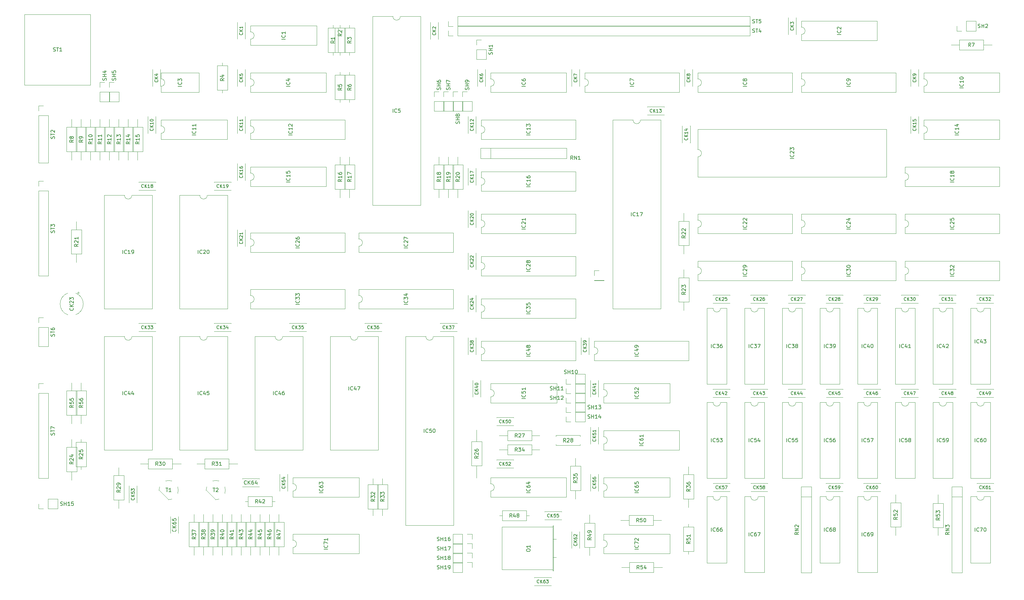
<source format=gbr>
G04 #@! TF.GenerationSoftware,KiCad,Pcbnew,9.0.0*
G04 #@! TF.CreationDate,2025-08-20T08:59:42+02:00*
G04 #@! TF.ProjectId,gdp,6764702e-6b69-4636-9164-5f7063625858,rev?*
G04 #@! TF.SameCoordinates,Original*
G04 #@! TF.FileFunction,Legend,Top*
G04 #@! TF.FilePolarity,Positive*
%FSLAX46Y46*%
G04 Gerber Fmt 4.6, Leading zero omitted, Abs format (unit mm)*
G04 Created by KiCad (PCBNEW 9.0.0) date 2025-08-20 08:59:42*
%MOMM*%
%LPD*%
G01*
G04 APERTURE LIST*
%ADD10C,0.150000*%
%ADD11C,0.129000*%
%ADD12C,0.120000*%
%ADD13C,1.400000*%
%ADD14C,1.700000*%
%ADD15C,4.000000*%
G04 APERTURE END LIST*
D10*
X166824819Y-68746666D02*
X166348628Y-69079999D01*
X166824819Y-69318094D02*
X165824819Y-69318094D01*
X165824819Y-69318094D02*
X165824819Y-68937142D01*
X165824819Y-68937142D02*
X165872438Y-68841904D01*
X165872438Y-68841904D02*
X165920057Y-68794285D01*
X165920057Y-68794285D02*
X166015295Y-68746666D01*
X166015295Y-68746666D02*
X166158152Y-68746666D01*
X166158152Y-68746666D02*
X166253390Y-68794285D01*
X166253390Y-68794285D02*
X166301009Y-68841904D01*
X166301009Y-68841904D02*
X166348628Y-68937142D01*
X166348628Y-68937142D02*
X166348628Y-69318094D01*
X165824819Y-68413332D02*
X165824819Y-67794285D01*
X165824819Y-67794285D02*
X166205771Y-68127618D01*
X166205771Y-68127618D02*
X166205771Y-67984761D01*
X166205771Y-67984761D02*
X166253390Y-67889523D01*
X166253390Y-67889523D02*
X166301009Y-67841904D01*
X166301009Y-67841904D02*
X166396247Y-67794285D01*
X166396247Y-67794285D02*
X166634342Y-67794285D01*
X166634342Y-67794285D02*
X166729580Y-67841904D01*
X166729580Y-67841904D02*
X166777200Y-67889523D01*
X166777200Y-67889523D02*
X166824819Y-67984761D01*
X166824819Y-67984761D02*
X166824819Y-68270475D01*
X166824819Y-68270475D02*
X166777200Y-68365713D01*
X166777200Y-68365713D02*
X166729580Y-68413332D01*
X86767200Y-120522856D02*
X86814819Y-120379999D01*
X86814819Y-120379999D02*
X86814819Y-120141904D01*
X86814819Y-120141904D02*
X86767200Y-120046666D01*
X86767200Y-120046666D02*
X86719580Y-119999047D01*
X86719580Y-119999047D02*
X86624342Y-119951428D01*
X86624342Y-119951428D02*
X86529104Y-119951428D01*
X86529104Y-119951428D02*
X86433866Y-119999047D01*
X86433866Y-119999047D02*
X86386247Y-120046666D01*
X86386247Y-120046666D02*
X86338628Y-120141904D01*
X86338628Y-120141904D02*
X86291009Y-120332380D01*
X86291009Y-120332380D02*
X86243390Y-120427618D01*
X86243390Y-120427618D02*
X86195771Y-120475237D01*
X86195771Y-120475237D02*
X86100533Y-120522856D01*
X86100533Y-120522856D02*
X86005295Y-120522856D01*
X86005295Y-120522856D02*
X85910057Y-120475237D01*
X85910057Y-120475237D02*
X85862438Y-120427618D01*
X85862438Y-120427618D02*
X85814819Y-120332380D01*
X85814819Y-120332380D02*
X85814819Y-120094285D01*
X85814819Y-120094285D02*
X85862438Y-119951428D01*
X85814819Y-119665713D02*
X85814819Y-119094285D01*
X86814819Y-119379999D02*
X85814819Y-119379999D01*
X85814819Y-118856189D02*
X85814819Y-118237142D01*
X85814819Y-118237142D02*
X86195771Y-118570475D01*
X86195771Y-118570475D02*
X86195771Y-118427618D01*
X86195771Y-118427618D02*
X86243390Y-118332380D01*
X86243390Y-118332380D02*
X86291009Y-118284761D01*
X86291009Y-118284761D02*
X86386247Y-118237142D01*
X86386247Y-118237142D02*
X86624342Y-118237142D01*
X86624342Y-118237142D02*
X86719580Y-118284761D01*
X86719580Y-118284761D02*
X86767200Y-118332380D01*
X86767200Y-118332380D02*
X86814819Y-118427618D01*
X86814819Y-118427618D02*
X86814819Y-118713332D01*
X86814819Y-118713332D02*
X86767200Y-118808570D01*
X86767200Y-118808570D02*
X86719580Y-118856189D01*
X287474819Y-201365476D02*
X286998628Y-201698809D01*
X287474819Y-201936904D02*
X286474819Y-201936904D01*
X286474819Y-201936904D02*
X286474819Y-201555952D01*
X286474819Y-201555952D02*
X286522438Y-201460714D01*
X286522438Y-201460714D02*
X286570057Y-201413095D01*
X286570057Y-201413095D02*
X286665295Y-201365476D01*
X286665295Y-201365476D02*
X286808152Y-201365476D01*
X286808152Y-201365476D02*
X286903390Y-201413095D01*
X286903390Y-201413095D02*
X286951009Y-201460714D01*
X286951009Y-201460714D02*
X286998628Y-201555952D01*
X286998628Y-201555952D02*
X286998628Y-201936904D01*
X287474819Y-200936904D02*
X286474819Y-200936904D01*
X286474819Y-200936904D02*
X287474819Y-200365476D01*
X287474819Y-200365476D02*
X286474819Y-200365476D01*
X286570057Y-199936904D02*
X286522438Y-199889285D01*
X286522438Y-199889285D02*
X286474819Y-199794047D01*
X286474819Y-199794047D02*
X286474819Y-199555952D01*
X286474819Y-199555952D02*
X286522438Y-199460714D01*
X286522438Y-199460714D02*
X286570057Y-199413095D01*
X286570057Y-199413095D02*
X286665295Y-199365476D01*
X286665295Y-199365476D02*
X286760533Y-199365476D01*
X286760533Y-199365476D02*
X286903390Y-199413095D01*
X286903390Y-199413095D02*
X287474819Y-199984523D01*
X287474819Y-199984523D02*
X287474819Y-199365476D01*
X294457619Y-176984819D02*
X294457619Y-175984819D01*
X295505237Y-176889580D02*
X295457618Y-176937200D01*
X295457618Y-176937200D02*
X295314761Y-176984819D01*
X295314761Y-176984819D02*
X295219523Y-176984819D01*
X295219523Y-176984819D02*
X295076666Y-176937200D01*
X295076666Y-176937200D02*
X294981428Y-176841961D01*
X294981428Y-176841961D02*
X294933809Y-176746723D01*
X294933809Y-176746723D02*
X294886190Y-176556247D01*
X294886190Y-176556247D02*
X294886190Y-176413390D01*
X294886190Y-176413390D02*
X294933809Y-176222914D01*
X294933809Y-176222914D02*
X294981428Y-176127676D01*
X294981428Y-176127676D02*
X295076666Y-176032438D01*
X295076666Y-176032438D02*
X295219523Y-175984819D01*
X295219523Y-175984819D02*
X295314761Y-175984819D01*
X295314761Y-175984819D02*
X295457618Y-176032438D01*
X295457618Y-176032438D02*
X295505237Y-176080057D01*
X296409999Y-175984819D02*
X295933809Y-175984819D01*
X295933809Y-175984819D02*
X295886190Y-176461009D01*
X295886190Y-176461009D02*
X295933809Y-176413390D01*
X295933809Y-176413390D02*
X296029047Y-176365771D01*
X296029047Y-176365771D02*
X296267142Y-176365771D01*
X296267142Y-176365771D02*
X296362380Y-176413390D01*
X296362380Y-176413390D02*
X296409999Y-176461009D01*
X296409999Y-176461009D02*
X296457618Y-176556247D01*
X296457618Y-176556247D02*
X296457618Y-176794342D01*
X296457618Y-176794342D02*
X296409999Y-176889580D01*
X296409999Y-176889580D02*
X296362380Y-176937200D01*
X296362380Y-176937200D02*
X296267142Y-176984819D01*
X296267142Y-176984819D02*
X296029047Y-176984819D01*
X296029047Y-176984819D02*
X295933809Y-176937200D01*
X295933809Y-176937200D02*
X295886190Y-176889580D01*
X297314761Y-175984819D02*
X297124285Y-175984819D01*
X297124285Y-175984819D02*
X297029047Y-176032438D01*
X297029047Y-176032438D02*
X296981428Y-176080057D01*
X296981428Y-176080057D02*
X296886190Y-176222914D01*
X296886190Y-176222914D02*
X296838571Y-176413390D01*
X296838571Y-176413390D02*
X296838571Y-176794342D01*
X296838571Y-176794342D02*
X296886190Y-176889580D01*
X296886190Y-176889580D02*
X296933809Y-176937200D01*
X296933809Y-176937200D02*
X297029047Y-176984819D01*
X297029047Y-176984819D02*
X297219523Y-176984819D01*
X297219523Y-176984819D02*
X297314761Y-176937200D01*
X297314761Y-176937200D02*
X297362380Y-176889580D01*
X297362380Y-176889580D02*
X297409999Y-176794342D01*
X297409999Y-176794342D02*
X297409999Y-176556247D01*
X297409999Y-176556247D02*
X297362380Y-176461009D01*
X297362380Y-176461009D02*
X297314761Y-176413390D01*
X297314761Y-176413390D02*
X297219523Y-176365771D01*
X297219523Y-176365771D02*
X297029047Y-176365771D01*
X297029047Y-176365771D02*
X296933809Y-176413390D01*
X296933809Y-176413390D02*
X296886190Y-176461009D01*
X296886190Y-176461009D02*
X296838571Y-176556247D01*
X201114819Y-180782857D02*
X200638628Y-181116190D01*
X201114819Y-181354285D02*
X200114819Y-181354285D01*
X200114819Y-181354285D02*
X200114819Y-180973333D01*
X200114819Y-180973333D02*
X200162438Y-180878095D01*
X200162438Y-180878095D02*
X200210057Y-180830476D01*
X200210057Y-180830476D02*
X200305295Y-180782857D01*
X200305295Y-180782857D02*
X200448152Y-180782857D01*
X200448152Y-180782857D02*
X200543390Y-180830476D01*
X200543390Y-180830476D02*
X200591009Y-180878095D01*
X200591009Y-180878095D02*
X200638628Y-180973333D01*
X200638628Y-180973333D02*
X200638628Y-181354285D01*
X200210057Y-180401904D02*
X200162438Y-180354285D01*
X200162438Y-180354285D02*
X200114819Y-180259047D01*
X200114819Y-180259047D02*
X200114819Y-180020952D01*
X200114819Y-180020952D02*
X200162438Y-179925714D01*
X200162438Y-179925714D02*
X200210057Y-179878095D01*
X200210057Y-179878095D02*
X200305295Y-179830476D01*
X200305295Y-179830476D02*
X200400533Y-179830476D01*
X200400533Y-179830476D02*
X200543390Y-179878095D01*
X200543390Y-179878095D02*
X201114819Y-180449523D01*
X201114819Y-180449523D02*
X201114819Y-179830476D01*
X200114819Y-178973333D02*
X200114819Y-179163809D01*
X200114819Y-179163809D02*
X200162438Y-179259047D01*
X200162438Y-179259047D02*
X200210057Y-179306666D01*
X200210057Y-179306666D02*
X200352914Y-179401904D01*
X200352914Y-179401904D02*
X200543390Y-179449523D01*
X200543390Y-179449523D02*
X200924342Y-179449523D01*
X200924342Y-179449523D02*
X201019580Y-179401904D01*
X201019580Y-179401904D02*
X201067200Y-179354285D01*
X201067200Y-179354285D02*
X201114819Y-179259047D01*
X201114819Y-179259047D02*
X201114819Y-179068571D01*
X201114819Y-179068571D02*
X201067200Y-178973333D01*
X201067200Y-178973333D02*
X201019580Y-178925714D01*
X201019580Y-178925714D02*
X200924342Y-178878095D01*
X200924342Y-178878095D02*
X200686247Y-178878095D01*
X200686247Y-178878095D02*
X200591009Y-178925714D01*
X200591009Y-178925714D02*
X200543390Y-178973333D01*
X200543390Y-178973333D02*
X200495771Y-179068571D01*
X200495771Y-179068571D02*
X200495771Y-179259047D01*
X200495771Y-179259047D02*
X200543390Y-179354285D01*
X200543390Y-179354285D02*
X200591009Y-179401904D01*
X200591009Y-179401904D02*
X200686247Y-179449523D01*
X142694819Y-202572857D02*
X142218628Y-202906190D01*
X142694819Y-203144285D02*
X141694819Y-203144285D01*
X141694819Y-203144285D02*
X141694819Y-202763333D01*
X141694819Y-202763333D02*
X141742438Y-202668095D01*
X141742438Y-202668095D02*
X141790057Y-202620476D01*
X141790057Y-202620476D02*
X141885295Y-202572857D01*
X141885295Y-202572857D02*
X142028152Y-202572857D01*
X142028152Y-202572857D02*
X142123390Y-202620476D01*
X142123390Y-202620476D02*
X142171009Y-202668095D01*
X142171009Y-202668095D02*
X142218628Y-202763333D01*
X142218628Y-202763333D02*
X142218628Y-203144285D01*
X142028152Y-201715714D02*
X142694819Y-201715714D01*
X141647200Y-201953809D02*
X142361485Y-202191904D01*
X142361485Y-202191904D02*
X142361485Y-201572857D01*
X141694819Y-200715714D02*
X141694819Y-201191904D01*
X141694819Y-201191904D02*
X142171009Y-201239523D01*
X142171009Y-201239523D02*
X142123390Y-201191904D01*
X142123390Y-201191904D02*
X142075771Y-201096666D01*
X142075771Y-201096666D02*
X142075771Y-200858571D01*
X142075771Y-200858571D02*
X142123390Y-200763333D01*
X142123390Y-200763333D02*
X142171009Y-200715714D01*
X142171009Y-200715714D02*
X142266247Y-200668095D01*
X142266247Y-200668095D02*
X142504342Y-200668095D01*
X142504342Y-200668095D02*
X142599580Y-200715714D01*
X142599580Y-200715714D02*
X142647200Y-200763333D01*
X142647200Y-200763333D02*
X142694819Y-200858571D01*
X142694819Y-200858571D02*
X142694819Y-201096666D01*
X142694819Y-201096666D02*
X142647200Y-201191904D01*
X142647200Y-201191904D02*
X142599580Y-201239523D01*
X132534819Y-78906666D02*
X132058628Y-79239999D01*
X132534819Y-79478094D02*
X131534819Y-79478094D01*
X131534819Y-79478094D02*
X131534819Y-79097142D01*
X131534819Y-79097142D02*
X131582438Y-79001904D01*
X131582438Y-79001904D02*
X131630057Y-78954285D01*
X131630057Y-78954285D02*
X131725295Y-78906666D01*
X131725295Y-78906666D02*
X131868152Y-78906666D01*
X131868152Y-78906666D02*
X131963390Y-78954285D01*
X131963390Y-78954285D02*
X132011009Y-79001904D01*
X132011009Y-79001904D02*
X132058628Y-79097142D01*
X132058628Y-79097142D02*
X132058628Y-79478094D01*
X131868152Y-78049523D02*
X132534819Y-78049523D01*
X131487200Y-78287618D02*
X132201485Y-78525713D01*
X132201485Y-78525713D02*
X132201485Y-77906666D01*
X211627142Y-175714819D02*
X211293809Y-175238628D01*
X211055714Y-175714819D02*
X211055714Y-174714819D01*
X211055714Y-174714819D02*
X211436666Y-174714819D01*
X211436666Y-174714819D02*
X211531904Y-174762438D01*
X211531904Y-174762438D02*
X211579523Y-174810057D01*
X211579523Y-174810057D02*
X211627142Y-174905295D01*
X211627142Y-174905295D02*
X211627142Y-175048152D01*
X211627142Y-175048152D02*
X211579523Y-175143390D01*
X211579523Y-175143390D02*
X211531904Y-175191009D01*
X211531904Y-175191009D02*
X211436666Y-175238628D01*
X211436666Y-175238628D02*
X211055714Y-175238628D01*
X212008095Y-174810057D02*
X212055714Y-174762438D01*
X212055714Y-174762438D02*
X212150952Y-174714819D01*
X212150952Y-174714819D02*
X212389047Y-174714819D01*
X212389047Y-174714819D02*
X212484285Y-174762438D01*
X212484285Y-174762438D02*
X212531904Y-174810057D01*
X212531904Y-174810057D02*
X212579523Y-174905295D01*
X212579523Y-174905295D02*
X212579523Y-175000533D01*
X212579523Y-175000533D02*
X212531904Y-175143390D01*
X212531904Y-175143390D02*
X211960476Y-175714819D01*
X211960476Y-175714819D02*
X212579523Y-175714819D01*
X212912857Y-174714819D02*
X213579523Y-174714819D01*
X213579523Y-174714819D02*
X213150952Y-175714819D01*
D11*
X202239240Y-79313333D02*
X202280193Y-79354285D01*
X202280193Y-79354285D02*
X202321145Y-79477143D01*
X202321145Y-79477143D02*
X202321145Y-79559047D01*
X202321145Y-79559047D02*
X202280193Y-79681904D01*
X202280193Y-79681904D02*
X202198288Y-79763809D01*
X202198288Y-79763809D02*
X202116383Y-79804762D01*
X202116383Y-79804762D02*
X201952573Y-79845714D01*
X201952573Y-79845714D02*
X201829716Y-79845714D01*
X201829716Y-79845714D02*
X201665907Y-79804762D01*
X201665907Y-79804762D02*
X201584002Y-79763809D01*
X201584002Y-79763809D02*
X201502097Y-79681904D01*
X201502097Y-79681904D02*
X201461145Y-79559047D01*
X201461145Y-79559047D02*
X201461145Y-79477143D01*
X201461145Y-79477143D02*
X201502097Y-79354285D01*
X201502097Y-79354285D02*
X201543050Y-79313333D01*
X202321145Y-78944762D02*
X201461145Y-78944762D01*
X202321145Y-78453333D02*
X201829716Y-78821904D01*
X201461145Y-78453333D02*
X201952573Y-78944762D01*
X201461145Y-77716190D02*
X201461145Y-77880000D01*
X201461145Y-77880000D02*
X201502097Y-77961904D01*
X201502097Y-77961904D02*
X201543050Y-78002857D01*
X201543050Y-78002857D02*
X201665907Y-78084762D01*
X201665907Y-78084762D02*
X201829716Y-78125714D01*
X201829716Y-78125714D02*
X202157335Y-78125714D01*
X202157335Y-78125714D02*
X202239240Y-78084762D01*
X202239240Y-78084762D02*
X202280193Y-78043809D01*
X202280193Y-78043809D02*
X202321145Y-77961904D01*
X202321145Y-77961904D02*
X202321145Y-77798095D01*
X202321145Y-77798095D02*
X202280193Y-77716190D01*
X202280193Y-77716190D02*
X202239240Y-77675238D01*
X202239240Y-77675238D02*
X202157335Y-77634285D01*
X202157335Y-77634285D02*
X201952573Y-77634285D01*
X201952573Y-77634285D02*
X201870669Y-77675238D01*
X201870669Y-77675238D02*
X201829716Y-77716190D01*
X201829716Y-77716190D02*
X201788764Y-77798095D01*
X201788764Y-77798095D02*
X201788764Y-77961904D01*
X201788764Y-77961904D02*
X201829716Y-78043809D01*
X201829716Y-78043809D02*
X201870669Y-78084762D01*
X201870669Y-78084762D02*
X201952573Y-78125714D01*
D10*
X273504819Y-119562380D02*
X272504819Y-119562380D01*
X273409580Y-118514762D02*
X273457200Y-118562381D01*
X273457200Y-118562381D02*
X273504819Y-118705238D01*
X273504819Y-118705238D02*
X273504819Y-118800476D01*
X273504819Y-118800476D02*
X273457200Y-118943333D01*
X273457200Y-118943333D02*
X273361961Y-119038571D01*
X273361961Y-119038571D02*
X273266723Y-119086190D01*
X273266723Y-119086190D02*
X273076247Y-119133809D01*
X273076247Y-119133809D02*
X272933390Y-119133809D01*
X272933390Y-119133809D02*
X272742914Y-119086190D01*
X272742914Y-119086190D02*
X272647676Y-119038571D01*
X272647676Y-119038571D02*
X272552438Y-118943333D01*
X272552438Y-118943333D02*
X272504819Y-118800476D01*
X272504819Y-118800476D02*
X272504819Y-118705238D01*
X272504819Y-118705238D02*
X272552438Y-118562381D01*
X272552438Y-118562381D02*
X272600057Y-118514762D01*
X272600057Y-118133809D02*
X272552438Y-118086190D01*
X272552438Y-118086190D02*
X272504819Y-117990952D01*
X272504819Y-117990952D02*
X272504819Y-117752857D01*
X272504819Y-117752857D02*
X272552438Y-117657619D01*
X272552438Y-117657619D02*
X272600057Y-117610000D01*
X272600057Y-117610000D02*
X272695295Y-117562381D01*
X272695295Y-117562381D02*
X272790533Y-117562381D01*
X272790533Y-117562381D02*
X272933390Y-117610000D01*
X272933390Y-117610000D02*
X273504819Y-118181428D01*
X273504819Y-118181428D02*
X273504819Y-117562381D01*
X272600057Y-117181428D02*
X272552438Y-117133809D01*
X272552438Y-117133809D02*
X272504819Y-117038571D01*
X272504819Y-117038571D02*
X272504819Y-116800476D01*
X272504819Y-116800476D02*
X272552438Y-116705238D01*
X272552438Y-116705238D02*
X272600057Y-116657619D01*
X272600057Y-116657619D02*
X272695295Y-116610000D01*
X272695295Y-116610000D02*
X272790533Y-116610000D01*
X272790533Y-116610000D02*
X272933390Y-116657619D01*
X272933390Y-116657619D02*
X273504819Y-117229047D01*
X273504819Y-117229047D02*
X273504819Y-116610000D01*
X190008095Y-208687200D02*
X190150952Y-208734819D01*
X190150952Y-208734819D02*
X190389047Y-208734819D01*
X190389047Y-208734819D02*
X190484285Y-208687200D01*
X190484285Y-208687200D02*
X190531904Y-208639580D01*
X190531904Y-208639580D02*
X190579523Y-208544342D01*
X190579523Y-208544342D02*
X190579523Y-208449104D01*
X190579523Y-208449104D02*
X190531904Y-208353866D01*
X190531904Y-208353866D02*
X190484285Y-208306247D01*
X190484285Y-208306247D02*
X190389047Y-208258628D01*
X190389047Y-208258628D02*
X190198571Y-208211009D01*
X190198571Y-208211009D02*
X190103333Y-208163390D01*
X190103333Y-208163390D02*
X190055714Y-208115771D01*
X190055714Y-208115771D02*
X190008095Y-208020533D01*
X190008095Y-208020533D02*
X190008095Y-207925295D01*
X190008095Y-207925295D02*
X190055714Y-207830057D01*
X190055714Y-207830057D02*
X190103333Y-207782438D01*
X190103333Y-207782438D02*
X190198571Y-207734819D01*
X190198571Y-207734819D02*
X190436666Y-207734819D01*
X190436666Y-207734819D02*
X190579523Y-207782438D01*
X191008095Y-208734819D02*
X191008095Y-207734819D01*
X191008095Y-208211009D02*
X191579523Y-208211009D01*
X191579523Y-208734819D02*
X191579523Y-207734819D01*
X192579523Y-208734819D02*
X192008095Y-208734819D01*
X192293809Y-208734819D02*
X192293809Y-207734819D01*
X192293809Y-207734819D02*
X192198571Y-207877676D01*
X192198571Y-207877676D02*
X192103333Y-207972914D01*
X192103333Y-207972914D02*
X192008095Y-208020533D01*
X193150952Y-208163390D02*
X193055714Y-208115771D01*
X193055714Y-208115771D02*
X193008095Y-208068152D01*
X193008095Y-208068152D02*
X192960476Y-207972914D01*
X192960476Y-207972914D02*
X192960476Y-207925295D01*
X192960476Y-207925295D02*
X193008095Y-207830057D01*
X193008095Y-207830057D02*
X193055714Y-207782438D01*
X193055714Y-207782438D02*
X193150952Y-207734819D01*
X193150952Y-207734819D02*
X193341428Y-207734819D01*
X193341428Y-207734819D02*
X193436666Y-207782438D01*
X193436666Y-207782438D02*
X193484285Y-207830057D01*
X193484285Y-207830057D02*
X193531904Y-207925295D01*
X193531904Y-207925295D02*
X193531904Y-207972914D01*
X193531904Y-207972914D02*
X193484285Y-208068152D01*
X193484285Y-208068152D02*
X193436666Y-208115771D01*
X193436666Y-208115771D02*
X193341428Y-208163390D01*
X193341428Y-208163390D02*
X193150952Y-208163390D01*
X193150952Y-208163390D02*
X193055714Y-208211009D01*
X193055714Y-208211009D02*
X193008095Y-208258628D01*
X193008095Y-208258628D02*
X192960476Y-208353866D01*
X192960476Y-208353866D02*
X192960476Y-208544342D01*
X192960476Y-208544342D02*
X193008095Y-208639580D01*
X193008095Y-208639580D02*
X193055714Y-208687200D01*
X193055714Y-208687200D02*
X193150952Y-208734819D01*
X193150952Y-208734819D02*
X193341428Y-208734819D01*
X193341428Y-208734819D02*
X193436666Y-208687200D01*
X193436666Y-208687200D02*
X193484285Y-208639580D01*
X193484285Y-208639580D02*
X193531904Y-208544342D01*
X193531904Y-208544342D02*
X193531904Y-208353866D01*
X193531904Y-208353866D02*
X193484285Y-208258628D01*
X193484285Y-208258628D02*
X193436666Y-208211009D01*
X193436666Y-208211009D02*
X193341428Y-208163390D01*
D11*
X199699240Y-106392857D02*
X199740193Y-106433809D01*
X199740193Y-106433809D02*
X199781145Y-106556667D01*
X199781145Y-106556667D02*
X199781145Y-106638571D01*
X199781145Y-106638571D02*
X199740193Y-106761428D01*
X199740193Y-106761428D02*
X199658288Y-106843333D01*
X199658288Y-106843333D02*
X199576383Y-106884286D01*
X199576383Y-106884286D02*
X199412573Y-106925238D01*
X199412573Y-106925238D02*
X199289716Y-106925238D01*
X199289716Y-106925238D02*
X199125907Y-106884286D01*
X199125907Y-106884286D02*
X199044002Y-106843333D01*
X199044002Y-106843333D02*
X198962097Y-106761428D01*
X198962097Y-106761428D02*
X198921145Y-106638571D01*
X198921145Y-106638571D02*
X198921145Y-106556667D01*
X198921145Y-106556667D02*
X198962097Y-106433809D01*
X198962097Y-106433809D02*
X199003050Y-106392857D01*
X199781145Y-106024286D02*
X198921145Y-106024286D01*
X199781145Y-105532857D02*
X199289716Y-105901428D01*
X198921145Y-105532857D02*
X199412573Y-106024286D01*
X199781145Y-104713809D02*
X199781145Y-105205238D01*
X199781145Y-104959524D02*
X198921145Y-104959524D01*
X198921145Y-104959524D02*
X199044002Y-105041428D01*
X199044002Y-105041428D02*
X199125907Y-105123333D01*
X199125907Y-105123333D02*
X199166859Y-105205238D01*
X198921145Y-104427142D02*
X198921145Y-103853809D01*
X198921145Y-103853809D02*
X199781145Y-104222380D01*
X336797142Y-138739240D02*
X336756190Y-138780193D01*
X336756190Y-138780193D02*
X336633332Y-138821145D01*
X336633332Y-138821145D02*
X336551428Y-138821145D01*
X336551428Y-138821145D02*
X336428571Y-138780193D01*
X336428571Y-138780193D02*
X336346666Y-138698288D01*
X336346666Y-138698288D02*
X336305713Y-138616383D01*
X336305713Y-138616383D02*
X336264761Y-138452573D01*
X336264761Y-138452573D02*
X336264761Y-138329716D01*
X336264761Y-138329716D02*
X336305713Y-138165907D01*
X336305713Y-138165907D02*
X336346666Y-138084002D01*
X336346666Y-138084002D02*
X336428571Y-138002097D01*
X336428571Y-138002097D02*
X336551428Y-137961145D01*
X336551428Y-137961145D02*
X336633332Y-137961145D01*
X336633332Y-137961145D02*
X336756190Y-138002097D01*
X336756190Y-138002097D02*
X336797142Y-138043050D01*
X337165713Y-138821145D02*
X337165713Y-137961145D01*
X337657142Y-138821145D02*
X337288571Y-138329716D01*
X337657142Y-137961145D02*
X337165713Y-138452573D01*
X337943809Y-137961145D02*
X338476190Y-137961145D01*
X338476190Y-137961145D02*
X338189523Y-138288764D01*
X338189523Y-138288764D02*
X338312380Y-138288764D01*
X338312380Y-138288764D02*
X338394285Y-138329716D01*
X338394285Y-138329716D02*
X338435237Y-138370669D01*
X338435237Y-138370669D02*
X338476190Y-138452573D01*
X338476190Y-138452573D02*
X338476190Y-138657335D01*
X338476190Y-138657335D02*
X338435237Y-138739240D01*
X338435237Y-138739240D02*
X338394285Y-138780193D01*
X338394285Y-138780193D02*
X338312380Y-138821145D01*
X338312380Y-138821145D02*
X338066666Y-138821145D01*
X338066666Y-138821145D02*
X337984761Y-138780193D01*
X337984761Y-138780193D02*
X337943809Y-138739240D01*
X338803809Y-138043050D02*
X338844761Y-138002097D01*
X338844761Y-138002097D02*
X338926666Y-137961145D01*
X338926666Y-137961145D02*
X339131428Y-137961145D01*
X339131428Y-137961145D02*
X339213333Y-138002097D01*
X339213333Y-138002097D02*
X339254285Y-138043050D01*
X339254285Y-138043050D02*
X339295238Y-138124954D01*
X339295238Y-138124954D02*
X339295238Y-138206859D01*
X339295238Y-138206859D02*
X339254285Y-138329716D01*
X339254285Y-138329716D02*
X338762857Y-138821145D01*
X338762857Y-138821145D02*
X339295238Y-138821145D01*
X316477142Y-138739240D02*
X316436190Y-138780193D01*
X316436190Y-138780193D02*
X316313332Y-138821145D01*
X316313332Y-138821145D02*
X316231428Y-138821145D01*
X316231428Y-138821145D02*
X316108571Y-138780193D01*
X316108571Y-138780193D02*
X316026666Y-138698288D01*
X316026666Y-138698288D02*
X315985713Y-138616383D01*
X315985713Y-138616383D02*
X315944761Y-138452573D01*
X315944761Y-138452573D02*
X315944761Y-138329716D01*
X315944761Y-138329716D02*
X315985713Y-138165907D01*
X315985713Y-138165907D02*
X316026666Y-138084002D01*
X316026666Y-138084002D02*
X316108571Y-138002097D01*
X316108571Y-138002097D02*
X316231428Y-137961145D01*
X316231428Y-137961145D02*
X316313332Y-137961145D01*
X316313332Y-137961145D02*
X316436190Y-138002097D01*
X316436190Y-138002097D02*
X316477142Y-138043050D01*
X316845713Y-138821145D02*
X316845713Y-137961145D01*
X317337142Y-138821145D02*
X316968571Y-138329716D01*
X317337142Y-137961145D02*
X316845713Y-138452573D01*
X317623809Y-137961145D02*
X318156190Y-137961145D01*
X318156190Y-137961145D02*
X317869523Y-138288764D01*
X317869523Y-138288764D02*
X317992380Y-138288764D01*
X317992380Y-138288764D02*
X318074285Y-138329716D01*
X318074285Y-138329716D02*
X318115237Y-138370669D01*
X318115237Y-138370669D02*
X318156190Y-138452573D01*
X318156190Y-138452573D02*
X318156190Y-138657335D01*
X318156190Y-138657335D02*
X318115237Y-138739240D01*
X318115237Y-138739240D02*
X318074285Y-138780193D01*
X318074285Y-138780193D02*
X317992380Y-138821145D01*
X317992380Y-138821145D02*
X317746666Y-138821145D01*
X317746666Y-138821145D02*
X317664761Y-138780193D01*
X317664761Y-138780193D02*
X317623809Y-138739240D01*
X318688571Y-137961145D02*
X318770476Y-137961145D01*
X318770476Y-137961145D02*
X318852380Y-138002097D01*
X318852380Y-138002097D02*
X318893333Y-138043050D01*
X318893333Y-138043050D02*
X318934285Y-138124954D01*
X318934285Y-138124954D02*
X318975238Y-138288764D01*
X318975238Y-138288764D02*
X318975238Y-138493526D01*
X318975238Y-138493526D02*
X318934285Y-138657335D01*
X318934285Y-138657335D02*
X318893333Y-138739240D01*
X318893333Y-138739240D02*
X318852380Y-138780193D01*
X318852380Y-138780193D02*
X318770476Y-138821145D01*
X318770476Y-138821145D02*
X318688571Y-138821145D01*
X318688571Y-138821145D02*
X318606666Y-138780193D01*
X318606666Y-138780193D02*
X318565714Y-138739240D01*
X318565714Y-138739240D02*
X318524761Y-138657335D01*
X318524761Y-138657335D02*
X318483809Y-138493526D01*
X318483809Y-138493526D02*
X318483809Y-138288764D01*
X318483809Y-138288764D02*
X318524761Y-138124954D01*
X318524761Y-138124954D02*
X318565714Y-138043050D01*
X318565714Y-138043050D02*
X318606666Y-138002097D01*
X318606666Y-138002097D02*
X318688571Y-137961145D01*
D10*
X147774819Y-202572857D02*
X147298628Y-202906190D01*
X147774819Y-203144285D02*
X146774819Y-203144285D01*
X146774819Y-203144285D02*
X146774819Y-202763333D01*
X146774819Y-202763333D02*
X146822438Y-202668095D01*
X146822438Y-202668095D02*
X146870057Y-202620476D01*
X146870057Y-202620476D02*
X146965295Y-202572857D01*
X146965295Y-202572857D02*
X147108152Y-202572857D01*
X147108152Y-202572857D02*
X147203390Y-202620476D01*
X147203390Y-202620476D02*
X147251009Y-202668095D01*
X147251009Y-202668095D02*
X147298628Y-202763333D01*
X147298628Y-202763333D02*
X147298628Y-203144285D01*
X147108152Y-201715714D02*
X147774819Y-201715714D01*
X146727200Y-201953809D02*
X147441485Y-202191904D01*
X147441485Y-202191904D02*
X147441485Y-201572857D01*
X146774819Y-201287142D02*
X146774819Y-200620476D01*
X146774819Y-200620476D02*
X147774819Y-201049047D01*
X162379819Y-68746666D02*
X161903628Y-69079999D01*
X162379819Y-69318094D02*
X161379819Y-69318094D01*
X161379819Y-69318094D02*
X161379819Y-68937142D01*
X161379819Y-68937142D02*
X161427438Y-68841904D01*
X161427438Y-68841904D02*
X161475057Y-68794285D01*
X161475057Y-68794285D02*
X161570295Y-68746666D01*
X161570295Y-68746666D02*
X161713152Y-68746666D01*
X161713152Y-68746666D02*
X161808390Y-68794285D01*
X161808390Y-68794285D02*
X161856009Y-68841904D01*
X161856009Y-68841904D02*
X161903628Y-68937142D01*
X161903628Y-68937142D02*
X161903628Y-69318094D01*
X162379819Y-67794285D02*
X162379819Y-68365713D01*
X162379819Y-68079999D02*
X161379819Y-68079999D01*
X161379819Y-68079999D02*
X161522676Y-68175237D01*
X161522676Y-68175237D02*
X161617914Y-68270475D01*
X161617914Y-68270475D02*
X161665533Y-68365713D01*
X284297619Y-176984819D02*
X284297619Y-175984819D01*
X285345237Y-176889580D02*
X285297618Y-176937200D01*
X285297618Y-176937200D02*
X285154761Y-176984819D01*
X285154761Y-176984819D02*
X285059523Y-176984819D01*
X285059523Y-176984819D02*
X284916666Y-176937200D01*
X284916666Y-176937200D02*
X284821428Y-176841961D01*
X284821428Y-176841961D02*
X284773809Y-176746723D01*
X284773809Y-176746723D02*
X284726190Y-176556247D01*
X284726190Y-176556247D02*
X284726190Y-176413390D01*
X284726190Y-176413390D02*
X284773809Y-176222914D01*
X284773809Y-176222914D02*
X284821428Y-176127676D01*
X284821428Y-176127676D02*
X284916666Y-176032438D01*
X284916666Y-176032438D02*
X285059523Y-175984819D01*
X285059523Y-175984819D02*
X285154761Y-175984819D01*
X285154761Y-175984819D02*
X285297618Y-176032438D01*
X285297618Y-176032438D02*
X285345237Y-176080057D01*
X286249999Y-175984819D02*
X285773809Y-175984819D01*
X285773809Y-175984819D02*
X285726190Y-176461009D01*
X285726190Y-176461009D02*
X285773809Y-176413390D01*
X285773809Y-176413390D02*
X285869047Y-176365771D01*
X285869047Y-176365771D02*
X286107142Y-176365771D01*
X286107142Y-176365771D02*
X286202380Y-176413390D01*
X286202380Y-176413390D02*
X286249999Y-176461009D01*
X286249999Y-176461009D02*
X286297618Y-176556247D01*
X286297618Y-176556247D02*
X286297618Y-176794342D01*
X286297618Y-176794342D02*
X286249999Y-176889580D01*
X286249999Y-176889580D02*
X286202380Y-176937200D01*
X286202380Y-176937200D02*
X286107142Y-176984819D01*
X286107142Y-176984819D02*
X285869047Y-176984819D01*
X285869047Y-176984819D02*
X285773809Y-176937200D01*
X285773809Y-176937200D02*
X285726190Y-176889580D01*
X287202380Y-175984819D02*
X286726190Y-175984819D01*
X286726190Y-175984819D02*
X286678571Y-176461009D01*
X286678571Y-176461009D02*
X286726190Y-176413390D01*
X286726190Y-176413390D02*
X286821428Y-176365771D01*
X286821428Y-176365771D02*
X287059523Y-176365771D01*
X287059523Y-176365771D02*
X287154761Y-176413390D01*
X287154761Y-176413390D02*
X287202380Y-176461009D01*
X287202380Y-176461009D02*
X287249999Y-176556247D01*
X287249999Y-176556247D02*
X287249999Y-176794342D01*
X287249999Y-176794342D02*
X287202380Y-176889580D01*
X287202380Y-176889580D02*
X287154761Y-176937200D01*
X287154761Y-176937200D02*
X287059523Y-176984819D01*
X287059523Y-176984819D02*
X286821428Y-176984819D01*
X286821428Y-176984819D02*
X286726190Y-176937200D01*
X286726190Y-176937200D02*
X286678571Y-176889580D01*
X275082143Y-66447200D02*
X275225000Y-66494819D01*
X275225000Y-66494819D02*
X275463095Y-66494819D01*
X275463095Y-66494819D02*
X275558333Y-66447200D01*
X275558333Y-66447200D02*
X275605952Y-66399580D01*
X275605952Y-66399580D02*
X275653571Y-66304342D01*
X275653571Y-66304342D02*
X275653571Y-66209104D01*
X275653571Y-66209104D02*
X275605952Y-66113866D01*
X275605952Y-66113866D02*
X275558333Y-66066247D01*
X275558333Y-66066247D02*
X275463095Y-66018628D01*
X275463095Y-66018628D02*
X275272619Y-65971009D01*
X275272619Y-65971009D02*
X275177381Y-65923390D01*
X275177381Y-65923390D02*
X275129762Y-65875771D01*
X275129762Y-65875771D02*
X275082143Y-65780533D01*
X275082143Y-65780533D02*
X275082143Y-65685295D01*
X275082143Y-65685295D02*
X275129762Y-65590057D01*
X275129762Y-65590057D02*
X275177381Y-65542438D01*
X275177381Y-65542438D02*
X275272619Y-65494819D01*
X275272619Y-65494819D02*
X275510714Y-65494819D01*
X275510714Y-65494819D02*
X275653571Y-65542438D01*
X275939286Y-65494819D02*
X276510714Y-65494819D01*
X276225000Y-66494819D02*
X276225000Y-65494819D01*
X277272619Y-65828152D02*
X277272619Y-66494819D01*
X277034524Y-65447200D02*
X276796429Y-66161485D01*
X276796429Y-66161485D02*
X277415476Y-66161485D01*
X274137619Y-151584819D02*
X274137619Y-150584819D01*
X275185237Y-151489580D02*
X275137618Y-151537200D01*
X275137618Y-151537200D02*
X274994761Y-151584819D01*
X274994761Y-151584819D02*
X274899523Y-151584819D01*
X274899523Y-151584819D02*
X274756666Y-151537200D01*
X274756666Y-151537200D02*
X274661428Y-151441961D01*
X274661428Y-151441961D02*
X274613809Y-151346723D01*
X274613809Y-151346723D02*
X274566190Y-151156247D01*
X274566190Y-151156247D02*
X274566190Y-151013390D01*
X274566190Y-151013390D02*
X274613809Y-150822914D01*
X274613809Y-150822914D02*
X274661428Y-150727676D01*
X274661428Y-150727676D02*
X274756666Y-150632438D01*
X274756666Y-150632438D02*
X274899523Y-150584819D01*
X274899523Y-150584819D02*
X274994761Y-150584819D01*
X274994761Y-150584819D02*
X275137618Y-150632438D01*
X275137618Y-150632438D02*
X275185237Y-150680057D01*
X275518571Y-150584819D02*
X276137618Y-150584819D01*
X276137618Y-150584819D02*
X275804285Y-150965771D01*
X275804285Y-150965771D02*
X275947142Y-150965771D01*
X275947142Y-150965771D02*
X276042380Y-151013390D01*
X276042380Y-151013390D02*
X276089999Y-151061009D01*
X276089999Y-151061009D02*
X276137618Y-151156247D01*
X276137618Y-151156247D02*
X276137618Y-151394342D01*
X276137618Y-151394342D02*
X276089999Y-151489580D01*
X276089999Y-151489580D02*
X276042380Y-151537200D01*
X276042380Y-151537200D02*
X275947142Y-151584819D01*
X275947142Y-151584819D02*
X275661428Y-151584819D01*
X275661428Y-151584819D02*
X275566190Y-151537200D01*
X275566190Y-151537200D02*
X275518571Y-151489580D01*
X276470952Y-150584819D02*
X277137618Y-150584819D01*
X277137618Y-150584819D02*
X276709047Y-151584819D01*
D11*
X285997142Y-164139240D02*
X285956190Y-164180193D01*
X285956190Y-164180193D02*
X285833332Y-164221145D01*
X285833332Y-164221145D02*
X285751428Y-164221145D01*
X285751428Y-164221145D02*
X285628571Y-164180193D01*
X285628571Y-164180193D02*
X285546666Y-164098288D01*
X285546666Y-164098288D02*
X285505713Y-164016383D01*
X285505713Y-164016383D02*
X285464761Y-163852573D01*
X285464761Y-163852573D02*
X285464761Y-163729716D01*
X285464761Y-163729716D02*
X285505713Y-163565907D01*
X285505713Y-163565907D02*
X285546666Y-163484002D01*
X285546666Y-163484002D02*
X285628571Y-163402097D01*
X285628571Y-163402097D02*
X285751428Y-163361145D01*
X285751428Y-163361145D02*
X285833332Y-163361145D01*
X285833332Y-163361145D02*
X285956190Y-163402097D01*
X285956190Y-163402097D02*
X285997142Y-163443050D01*
X286365713Y-164221145D02*
X286365713Y-163361145D01*
X286857142Y-164221145D02*
X286488571Y-163729716D01*
X286857142Y-163361145D02*
X286365713Y-163852573D01*
X287594285Y-163647812D02*
X287594285Y-164221145D01*
X287389523Y-163320193D02*
X287184761Y-163934478D01*
X287184761Y-163934478D02*
X287717142Y-163934478D01*
X288413333Y-163647812D02*
X288413333Y-164221145D01*
X288208571Y-163320193D02*
X288003809Y-163934478D01*
X288003809Y-163934478D02*
X288536190Y-163934478D01*
X113339240Y-92422857D02*
X113380193Y-92463809D01*
X113380193Y-92463809D02*
X113421145Y-92586667D01*
X113421145Y-92586667D02*
X113421145Y-92668571D01*
X113421145Y-92668571D02*
X113380193Y-92791428D01*
X113380193Y-92791428D02*
X113298288Y-92873333D01*
X113298288Y-92873333D02*
X113216383Y-92914286D01*
X113216383Y-92914286D02*
X113052573Y-92955238D01*
X113052573Y-92955238D02*
X112929716Y-92955238D01*
X112929716Y-92955238D02*
X112765907Y-92914286D01*
X112765907Y-92914286D02*
X112684002Y-92873333D01*
X112684002Y-92873333D02*
X112602097Y-92791428D01*
X112602097Y-92791428D02*
X112561145Y-92668571D01*
X112561145Y-92668571D02*
X112561145Y-92586667D01*
X112561145Y-92586667D02*
X112602097Y-92463809D01*
X112602097Y-92463809D02*
X112643050Y-92422857D01*
X113421145Y-92054286D02*
X112561145Y-92054286D01*
X113421145Y-91562857D02*
X112929716Y-91931428D01*
X112561145Y-91562857D02*
X113052573Y-92054286D01*
X113421145Y-90743809D02*
X113421145Y-91235238D01*
X113421145Y-90989524D02*
X112561145Y-90989524D01*
X112561145Y-90989524D02*
X112684002Y-91071428D01*
X112684002Y-91071428D02*
X112765907Y-91153333D01*
X112765907Y-91153333D02*
X112806859Y-91235238D01*
X112561145Y-90211428D02*
X112561145Y-90129523D01*
X112561145Y-90129523D02*
X112602097Y-90047619D01*
X112602097Y-90047619D02*
X112643050Y-90006666D01*
X112643050Y-90006666D02*
X112724954Y-89965714D01*
X112724954Y-89965714D02*
X112888764Y-89924761D01*
X112888764Y-89924761D02*
X113093526Y-89924761D01*
X113093526Y-89924761D02*
X113257335Y-89965714D01*
X113257335Y-89965714D02*
X113339240Y-90006666D01*
X113339240Y-90006666D02*
X113380193Y-90047619D01*
X113380193Y-90047619D02*
X113421145Y-90129523D01*
X113421145Y-90129523D02*
X113421145Y-90211428D01*
X113421145Y-90211428D02*
X113380193Y-90293333D01*
X113380193Y-90293333D02*
X113339240Y-90334285D01*
X113339240Y-90334285D02*
X113257335Y-90375238D01*
X113257335Y-90375238D02*
X113093526Y-90416190D01*
X113093526Y-90416190D02*
X112888764Y-90416190D01*
X112888764Y-90416190D02*
X112724954Y-90375238D01*
X112724954Y-90375238D02*
X112643050Y-90334285D01*
X112643050Y-90334285D02*
X112602097Y-90293333D01*
X112602097Y-90293333D02*
X112561145Y-90211428D01*
D10*
X190008095Y-211227200D02*
X190150952Y-211274819D01*
X190150952Y-211274819D02*
X190389047Y-211274819D01*
X190389047Y-211274819D02*
X190484285Y-211227200D01*
X190484285Y-211227200D02*
X190531904Y-211179580D01*
X190531904Y-211179580D02*
X190579523Y-211084342D01*
X190579523Y-211084342D02*
X190579523Y-210989104D01*
X190579523Y-210989104D02*
X190531904Y-210893866D01*
X190531904Y-210893866D02*
X190484285Y-210846247D01*
X190484285Y-210846247D02*
X190389047Y-210798628D01*
X190389047Y-210798628D02*
X190198571Y-210751009D01*
X190198571Y-210751009D02*
X190103333Y-210703390D01*
X190103333Y-210703390D02*
X190055714Y-210655771D01*
X190055714Y-210655771D02*
X190008095Y-210560533D01*
X190008095Y-210560533D02*
X190008095Y-210465295D01*
X190008095Y-210465295D02*
X190055714Y-210370057D01*
X190055714Y-210370057D02*
X190103333Y-210322438D01*
X190103333Y-210322438D02*
X190198571Y-210274819D01*
X190198571Y-210274819D02*
X190436666Y-210274819D01*
X190436666Y-210274819D02*
X190579523Y-210322438D01*
X191008095Y-211274819D02*
X191008095Y-210274819D01*
X191008095Y-210751009D02*
X191579523Y-210751009D01*
X191579523Y-211274819D02*
X191579523Y-210274819D01*
X192579523Y-211274819D02*
X192008095Y-211274819D01*
X192293809Y-211274819D02*
X192293809Y-210274819D01*
X192293809Y-210274819D02*
X192198571Y-210417676D01*
X192198571Y-210417676D02*
X192103333Y-210512914D01*
X192103333Y-210512914D02*
X192008095Y-210560533D01*
X193055714Y-211274819D02*
X193246190Y-211274819D01*
X193246190Y-211274819D02*
X193341428Y-211227200D01*
X193341428Y-211227200D02*
X193389047Y-211179580D01*
X193389047Y-211179580D02*
X193484285Y-211036723D01*
X193484285Y-211036723D02*
X193531904Y-210846247D01*
X193531904Y-210846247D02*
X193531904Y-210465295D01*
X193531904Y-210465295D02*
X193484285Y-210370057D01*
X193484285Y-210370057D02*
X193436666Y-210322438D01*
X193436666Y-210322438D02*
X193341428Y-210274819D01*
X193341428Y-210274819D02*
X193150952Y-210274819D01*
X193150952Y-210274819D02*
X193055714Y-210322438D01*
X193055714Y-210322438D02*
X193008095Y-210370057D01*
X193008095Y-210370057D02*
X192960476Y-210465295D01*
X192960476Y-210465295D02*
X192960476Y-210703390D01*
X192960476Y-210703390D02*
X193008095Y-210798628D01*
X193008095Y-210798628D02*
X193055714Y-210846247D01*
X193055714Y-210846247D02*
X193150952Y-210893866D01*
X193150952Y-210893866D02*
X193341428Y-210893866D01*
X193341428Y-210893866D02*
X193436666Y-210846247D01*
X193436666Y-210846247D02*
X193484285Y-210798628D01*
X193484285Y-210798628D02*
X193531904Y-210703390D01*
D11*
X326637142Y-138739240D02*
X326596190Y-138780193D01*
X326596190Y-138780193D02*
X326473332Y-138821145D01*
X326473332Y-138821145D02*
X326391428Y-138821145D01*
X326391428Y-138821145D02*
X326268571Y-138780193D01*
X326268571Y-138780193D02*
X326186666Y-138698288D01*
X326186666Y-138698288D02*
X326145713Y-138616383D01*
X326145713Y-138616383D02*
X326104761Y-138452573D01*
X326104761Y-138452573D02*
X326104761Y-138329716D01*
X326104761Y-138329716D02*
X326145713Y-138165907D01*
X326145713Y-138165907D02*
X326186666Y-138084002D01*
X326186666Y-138084002D02*
X326268571Y-138002097D01*
X326268571Y-138002097D02*
X326391428Y-137961145D01*
X326391428Y-137961145D02*
X326473332Y-137961145D01*
X326473332Y-137961145D02*
X326596190Y-138002097D01*
X326596190Y-138002097D02*
X326637142Y-138043050D01*
X327005713Y-138821145D02*
X327005713Y-137961145D01*
X327497142Y-138821145D02*
X327128571Y-138329716D01*
X327497142Y-137961145D02*
X327005713Y-138452573D01*
X327783809Y-137961145D02*
X328316190Y-137961145D01*
X328316190Y-137961145D02*
X328029523Y-138288764D01*
X328029523Y-138288764D02*
X328152380Y-138288764D01*
X328152380Y-138288764D02*
X328234285Y-138329716D01*
X328234285Y-138329716D02*
X328275237Y-138370669D01*
X328275237Y-138370669D02*
X328316190Y-138452573D01*
X328316190Y-138452573D02*
X328316190Y-138657335D01*
X328316190Y-138657335D02*
X328275237Y-138739240D01*
X328275237Y-138739240D02*
X328234285Y-138780193D01*
X328234285Y-138780193D02*
X328152380Y-138821145D01*
X328152380Y-138821145D02*
X327906666Y-138821145D01*
X327906666Y-138821145D02*
X327824761Y-138780193D01*
X327824761Y-138780193D02*
X327783809Y-138739240D01*
X329135238Y-138821145D02*
X328643809Y-138821145D01*
X328889523Y-138821145D02*
X328889523Y-137961145D01*
X328889523Y-137961145D02*
X328807619Y-138084002D01*
X328807619Y-138084002D02*
X328725714Y-138165907D01*
X328725714Y-138165907D02*
X328643809Y-138206859D01*
X265677142Y-164139240D02*
X265636190Y-164180193D01*
X265636190Y-164180193D02*
X265513332Y-164221145D01*
X265513332Y-164221145D02*
X265431428Y-164221145D01*
X265431428Y-164221145D02*
X265308571Y-164180193D01*
X265308571Y-164180193D02*
X265226666Y-164098288D01*
X265226666Y-164098288D02*
X265185713Y-164016383D01*
X265185713Y-164016383D02*
X265144761Y-163852573D01*
X265144761Y-163852573D02*
X265144761Y-163729716D01*
X265144761Y-163729716D02*
X265185713Y-163565907D01*
X265185713Y-163565907D02*
X265226666Y-163484002D01*
X265226666Y-163484002D02*
X265308571Y-163402097D01*
X265308571Y-163402097D02*
X265431428Y-163361145D01*
X265431428Y-163361145D02*
X265513332Y-163361145D01*
X265513332Y-163361145D02*
X265636190Y-163402097D01*
X265636190Y-163402097D02*
X265677142Y-163443050D01*
X266045713Y-164221145D02*
X266045713Y-163361145D01*
X266537142Y-164221145D02*
X266168571Y-163729716D01*
X266537142Y-163361145D02*
X266045713Y-163852573D01*
X267274285Y-163647812D02*
X267274285Y-164221145D01*
X267069523Y-163320193D02*
X266864761Y-163934478D01*
X266864761Y-163934478D02*
X267397142Y-163934478D01*
X267683809Y-163443050D02*
X267724761Y-163402097D01*
X267724761Y-163402097D02*
X267806666Y-163361145D01*
X267806666Y-163361145D02*
X268011428Y-163361145D01*
X268011428Y-163361145D02*
X268093333Y-163402097D01*
X268093333Y-163402097D02*
X268134285Y-163443050D01*
X268134285Y-163443050D02*
X268175238Y-163524954D01*
X268175238Y-163524954D02*
X268175238Y-163606859D01*
X268175238Y-163606859D02*
X268134285Y-163729716D01*
X268134285Y-163729716D02*
X267642857Y-164221145D01*
X267642857Y-164221145D02*
X268175238Y-164221145D01*
D10*
X304617619Y-176984819D02*
X304617619Y-175984819D01*
X305665237Y-176889580D02*
X305617618Y-176937200D01*
X305617618Y-176937200D02*
X305474761Y-176984819D01*
X305474761Y-176984819D02*
X305379523Y-176984819D01*
X305379523Y-176984819D02*
X305236666Y-176937200D01*
X305236666Y-176937200D02*
X305141428Y-176841961D01*
X305141428Y-176841961D02*
X305093809Y-176746723D01*
X305093809Y-176746723D02*
X305046190Y-176556247D01*
X305046190Y-176556247D02*
X305046190Y-176413390D01*
X305046190Y-176413390D02*
X305093809Y-176222914D01*
X305093809Y-176222914D02*
X305141428Y-176127676D01*
X305141428Y-176127676D02*
X305236666Y-176032438D01*
X305236666Y-176032438D02*
X305379523Y-175984819D01*
X305379523Y-175984819D02*
X305474761Y-175984819D01*
X305474761Y-175984819D02*
X305617618Y-176032438D01*
X305617618Y-176032438D02*
X305665237Y-176080057D01*
X306569999Y-175984819D02*
X306093809Y-175984819D01*
X306093809Y-175984819D02*
X306046190Y-176461009D01*
X306046190Y-176461009D02*
X306093809Y-176413390D01*
X306093809Y-176413390D02*
X306189047Y-176365771D01*
X306189047Y-176365771D02*
X306427142Y-176365771D01*
X306427142Y-176365771D02*
X306522380Y-176413390D01*
X306522380Y-176413390D02*
X306569999Y-176461009D01*
X306569999Y-176461009D02*
X306617618Y-176556247D01*
X306617618Y-176556247D02*
X306617618Y-176794342D01*
X306617618Y-176794342D02*
X306569999Y-176889580D01*
X306569999Y-176889580D02*
X306522380Y-176937200D01*
X306522380Y-176937200D02*
X306427142Y-176984819D01*
X306427142Y-176984819D02*
X306189047Y-176984819D01*
X306189047Y-176984819D02*
X306093809Y-176937200D01*
X306093809Y-176937200D02*
X306046190Y-176889580D01*
X306950952Y-175984819D02*
X307617618Y-175984819D01*
X307617618Y-175984819D02*
X307189047Y-176984819D01*
X198527200Y-81930713D02*
X198574819Y-81787856D01*
X198574819Y-81787856D02*
X198574819Y-81549761D01*
X198574819Y-81549761D02*
X198527200Y-81454523D01*
X198527200Y-81454523D02*
X198479580Y-81406904D01*
X198479580Y-81406904D02*
X198384342Y-81359285D01*
X198384342Y-81359285D02*
X198289104Y-81359285D01*
X198289104Y-81359285D02*
X198193866Y-81406904D01*
X198193866Y-81406904D02*
X198146247Y-81454523D01*
X198146247Y-81454523D02*
X198098628Y-81549761D01*
X198098628Y-81549761D02*
X198051009Y-81740237D01*
X198051009Y-81740237D02*
X198003390Y-81835475D01*
X198003390Y-81835475D02*
X197955771Y-81883094D01*
X197955771Y-81883094D02*
X197860533Y-81930713D01*
X197860533Y-81930713D02*
X197765295Y-81930713D01*
X197765295Y-81930713D02*
X197670057Y-81883094D01*
X197670057Y-81883094D02*
X197622438Y-81835475D01*
X197622438Y-81835475D02*
X197574819Y-81740237D01*
X197574819Y-81740237D02*
X197574819Y-81502142D01*
X197574819Y-81502142D02*
X197622438Y-81359285D01*
X198574819Y-80930713D02*
X197574819Y-80930713D01*
X198051009Y-80930713D02*
X198051009Y-80359285D01*
X198574819Y-80359285D02*
X197574819Y-80359285D01*
X198574819Y-79835475D02*
X198574819Y-79644999D01*
X198574819Y-79644999D02*
X198527200Y-79549761D01*
X198527200Y-79549761D02*
X198479580Y-79502142D01*
X198479580Y-79502142D02*
X198336723Y-79406904D01*
X198336723Y-79406904D02*
X198146247Y-79359285D01*
X198146247Y-79359285D02*
X197765295Y-79359285D01*
X197765295Y-79359285D02*
X197670057Y-79406904D01*
X197670057Y-79406904D02*
X197622438Y-79454523D01*
X197622438Y-79454523D02*
X197574819Y-79549761D01*
X197574819Y-79549761D02*
X197574819Y-79740237D01*
X197574819Y-79740237D02*
X197622438Y-79835475D01*
X197622438Y-79835475D02*
X197670057Y-79883094D01*
X197670057Y-79883094D02*
X197765295Y-79930713D01*
X197765295Y-79930713D02*
X198003390Y-79930713D01*
X198003390Y-79930713D02*
X198098628Y-79883094D01*
X198098628Y-79883094D02*
X198146247Y-79835475D01*
X198146247Y-79835475D02*
X198193866Y-79740237D01*
X198193866Y-79740237D02*
X198193866Y-79549761D01*
X198193866Y-79549761D02*
X198146247Y-79454523D01*
X198146247Y-79454523D02*
X198098628Y-79406904D01*
X198098628Y-79406904D02*
X198003390Y-79359285D01*
X107134819Y-95962857D02*
X106658628Y-96296190D01*
X107134819Y-96534285D02*
X106134819Y-96534285D01*
X106134819Y-96534285D02*
X106134819Y-96153333D01*
X106134819Y-96153333D02*
X106182438Y-96058095D01*
X106182438Y-96058095D02*
X106230057Y-96010476D01*
X106230057Y-96010476D02*
X106325295Y-95962857D01*
X106325295Y-95962857D02*
X106468152Y-95962857D01*
X106468152Y-95962857D02*
X106563390Y-96010476D01*
X106563390Y-96010476D02*
X106611009Y-96058095D01*
X106611009Y-96058095D02*
X106658628Y-96153333D01*
X106658628Y-96153333D02*
X106658628Y-96534285D01*
X107134819Y-95010476D02*
X107134819Y-95581904D01*
X107134819Y-95296190D02*
X106134819Y-95296190D01*
X106134819Y-95296190D02*
X106277676Y-95391428D01*
X106277676Y-95391428D02*
X106372914Y-95486666D01*
X106372914Y-95486666D02*
X106420533Y-95581904D01*
X106468152Y-94153333D02*
X107134819Y-94153333D01*
X106087200Y-94391428D02*
X106801485Y-94629523D01*
X106801485Y-94629523D02*
X106801485Y-94010476D01*
D11*
X207337142Y-183189240D02*
X207296190Y-183230193D01*
X207296190Y-183230193D02*
X207173332Y-183271145D01*
X207173332Y-183271145D02*
X207091428Y-183271145D01*
X207091428Y-183271145D02*
X206968571Y-183230193D01*
X206968571Y-183230193D02*
X206886666Y-183148288D01*
X206886666Y-183148288D02*
X206845713Y-183066383D01*
X206845713Y-183066383D02*
X206804761Y-182902573D01*
X206804761Y-182902573D02*
X206804761Y-182779716D01*
X206804761Y-182779716D02*
X206845713Y-182615907D01*
X206845713Y-182615907D02*
X206886666Y-182534002D01*
X206886666Y-182534002D02*
X206968571Y-182452097D01*
X206968571Y-182452097D02*
X207091428Y-182411145D01*
X207091428Y-182411145D02*
X207173332Y-182411145D01*
X207173332Y-182411145D02*
X207296190Y-182452097D01*
X207296190Y-182452097D02*
X207337142Y-182493050D01*
X207705713Y-183271145D02*
X207705713Y-182411145D01*
X208197142Y-183271145D02*
X207828571Y-182779716D01*
X208197142Y-182411145D02*
X207705713Y-182902573D01*
X208975237Y-182411145D02*
X208565713Y-182411145D01*
X208565713Y-182411145D02*
X208524761Y-182820669D01*
X208524761Y-182820669D02*
X208565713Y-182779716D01*
X208565713Y-182779716D02*
X208647618Y-182738764D01*
X208647618Y-182738764D02*
X208852380Y-182738764D01*
X208852380Y-182738764D02*
X208934285Y-182779716D01*
X208934285Y-182779716D02*
X208975237Y-182820669D01*
X208975237Y-182820669D02*
X209016190Y-182902573D01*
X209016190Y-182902573D02*
X209016190Y-183107335D01*
X209016190Y-183107335D02*
X208975237Y-183189240D01*
X208975237Y-183189240D02*
X208934285Y-183230193D01*
X208934285Y-183230193D02*
X208852380Y-183271145D01*
X208852380Y-183271145D02*
X208647618Y-183271145D01*
X208647618Y-183271145D02*
X208565713Y-183230193D01*
X208565713Y-183230193D02*
X208524761Y-183189240D01*
X209343809Y-182493050D02*
X209384761Y-182452097D01*
X209384761Y-182452097D02*
X209466666Y-182411145D01*
X209466666Y-182411145D02*
X209671428Y-182411145D01*
X209671428Y-182411145D02*
X209753333Y-182452097D01*
X209753333Y-182452097D02*
X209794285Y-182493050D01*
X209794285Y-182493050D02*
X209835238Y-182574954D01*
X209835238Y-182574954D02*
X209835238Y-182656859D01*
X209835238Y-182656859D02*
X209794285Y-182779716D01*
X209794285Y-182779716D02*
X209302857Y-183271145D01*
X209302857Y-183271145D02*
X209835238Y-183271145D01*
X326637142Y-164139240D02*
X326596190Y-164180193D01*
X326596190Y-164180193D02*
X326473332Y-164221145D01*
X326473332Y-164221145D02*
X326391428Y-164221145D01*
X326391428Y-164221145D02*
X326268571Y-164180193D01*
X326268571Y-164180193D02*
X326186666Y-164098288D01*
X326186666Y-164098288D02*
X326145713Y-164016383D01*
X326145713Y-164016383D02*
X326104761Y-163852573D01*
X326104761Y-163852573D02*
X326104761Y-163729716D01*
X326104761Y-163729716D02*
X326145713Y-163565907D01*
X326145713Y-163565907D02*
X326186666Y-163484002D01*
X326186666Y-163484002D02*
X326268571Y-163402097D01*
X326268571Y-163402097D02*
X326391428Y-163361145D01*
X326391428Y-163361145D02*
X326473332Y-163361145D01*
X326473332Y-163361145D02*
X326596190Y-163402097D01*
X326596190Y-163402097D02*
X326637142Y-163443050D01*
X327005713Y-164221145D02*
X327005713Y-163361145D01*
X327497142Y-164221145D02*
X327128571Y-163729716D01*
X327497142Y-163361145D02*
X327005713Y-163852573D01*
X328234285Y-163647812D02*
X328234285Y-164221145D01*
X328029523Y-163320193D02*
X327824761Y-163934478D01*
X327824761Y-163934478D02*
X328357142Y-163934478D01*
X328807619Y-163729716D02*
X328725714Y-163688764D01*
X328725714Y-163688764D02*
X328684761Y-163647812D01*
X328684761Y-163647812D02*
X328643809Y-163565907D01*
X328643809Y-163565907D02*
X328643809Y-163524954D01*
X328643809Y-163524954D02*
X328684761Y-163443050D01*
X328684761Y-163443050D02*
X328725714Y-163402097D01*
X328725714Y-163402097D02*
X328807619Y-163361145D01*
X328807619Y-163361145D02*
X328971428Y-163361145D01*
X328971428Y-163361145D02*
X329053333Y-163402097D01*
X329053333Y-163402097D02*
X329094285Y-163443050D01*
X329094285Y-163443050D02*
X329135238Y-163524954D01*
X329135238Y-163524954D02*
X329135238Y-163565907D01*
X329135238Y-163565907D02*
X329094285Y-163647812D01*
X329094285Y-163647812D02*
X329053333Y-163688764D01*
X329053333Y-163688764D02*
X328971428Y-163729716D01*
X328971428Y-163729716D02*
X328807619Y-163729716D01*
X328807619Y-163729716D02*
X328725714Y-163770669D01*
X328725714Y-163770669D02*
X328684761Y-163811621D01*
X328684761Y-163811621D02*
X328643809Y-163893526D01*
X328643809Y-163893526D02*
X328643809Y-164057335D01*
X328643809Y-164057335D02*
X328684761Y-164139240D01*
X328684761Y-164139240D02*
X328725714Y-164180193D01*
X328725714Y-164180193D02*
X328807619Y-164221145D01*
X328807619Y-164221145D02*
X328971428Y-164221145D01*
X328971428Y-164221145D02*
X329053333Y-164180193D01*
X329053333Y-164180193D02*
X329094285Y-164139240D01*
X329094285Y-164139240D02*
X329135238Y-164057335D01*
X329135238Y-164057335D02*
X329135238Y-163893526D01*
X329135238Y-163893526D02*
X329094285Y-163811621D01*
X329094285Y-163811621D02*
X329053333Y-163770669D01*
X329053333Y-163770669D02*
X328971428Y-163729716D01*
D10*
X159204819Y-190692380D02*
X158204819Y-190692380D01*
X159109580Y-189644762D02*
X159157200Y-189692381D01*
X159157200Y-189692381D02*
X159204819Y-189835238D01*
X159204819Y-189835238D02*
X159204819Y-189930476D01*
X159204819Y-189930476D02*
X159157200Y-190073333D01*
X159157200Y-190073333D02*
X159061961Y-190168571D01*
X159061961Y-190168571D02*
X158966723Y-190216190D01*
X158966723Y-190216190D02*
X158776247Y-190263809D01*
X158776247Y-190263809D02*
X158633390Y-190263809D01*
X158633390Y-190263809D02*
X158442914Y-190216190D01*
X158442914Y-190216190D02*
X158347676Y-190168571D01*
X158347676Y-190168571D02*
X158252438Y-190073333D01*
X158252438Y-190073333D02*
X158204819Y-189930476D01*
X158204819Y-189930476D02*
X158204819Y-189835238D01*
X158204819Y-189835238D02*
X158252438Y-189692381D01*
X158252438Y-189692381D02*
X158300057Y-189644762D01*
X158204819Y-188787619D02*
X158204819Y-188978095D01*
X158204819Y-188978095D02*
X158252438Y-189073333D01*
X158252438Y-189073333D02*
X158300057Y-189120952D01*
X158300057Y-189120952D02*
X158442914Y-189216190D01*
X158442914Y-189216190D02*
X158633390Y-189263809D01*
X158633390Y-189263809D02*
X159014342Y-189263809D01*
X159014342Y-189263809D02*
X159109580Y-189216190D01*
X159109580Y-189216190D02*
X159157200Y-189168571D01*
X159157200Y-189168571D02*
X159204819Y-189073333D01*
X159204819Y-189073333D02*
X159204819Y-188882857D01*
X159204819Y-188882857D02*
X159157200Y-188787619D01*
X159157200Y-188787619D02*
X159109580Y-188740000D01*
X159109580Y-188740000D02*
X159014342Y-188692381D01*
X159014342Y-188692381D02*
X158776247Y-188692381D01*
X158776247Y-188692381D02*
X158681009Y-188740000D01*
X158681009Y-188740000D02*
X158633390Y-188787619D01*
X158633390Y-188787619D02*
X158585771Y-188882857D01*
X158585771Y-188882857D02*
X158585771Y-189073333D01*
X158585771Y-189073333D02*
X158633390Y-189168571D01*
X158633390Y-189168571D02*
X158681009Y-189216190D01*
X158681009Y-189216190D02*
X158776247Y-189263809D01*
X158204819Y-188359047D02*
X158204819Y-187740000D01*
X158204819Y-187740000D02*
X158585771Y-188073333D01*
X158585771Y-188073333D02*
X158585771Y-187930476D01*
X158585771Y-187930476D02*
X158633390Y-187835238D01*
X158633390Y-187835238D02*
X158681009Y-187787619D01*
X158681009Y-187787619D02*
X158776247Y-187740000D01*
X158776247Y-187740000D02*
X159014342Y-187740000D01*
X159014342Y-187740000D02*
X159109580Y-187787619D01*
X159109580Y-187787619D02*
X159157200Y-187835238D01*
X159157200Y-187835238D02*
X159204819Y-187930476D01*
X159204819Y-187930476D02*
X159204819Y-188216190D01*
X159204819Y-188216190D02*
X159157200Y-188311428D01*
X159157200Y-188311428D02*
X159109580Y-188359047D01*
X215089819Y-94162380D02*
X214089819Y-94162380D01*
X214994580Y-93114762D02*
X215042200Y-93162381D01*
X215042200Y-93162381D02*
X215089819Y-93305238D01*
X215089819Y-93305238D02*
X215089819Y-93400476D01*
X215089819Y-93400476D02*
X215042200Y-93543333D01*
X215042200Y-93543333D02*
X214946961Y-93638571D01*
X214946961Y-93638571D02*
X214851723Y-93686190D01*
X214851723Y-93686190D02*
X214661247Y-93733809D01*
X214661247Y-93733809D02*
X214518390Y-93733809D01*
X214518390Y-93733809D02*
X214327914Y-93686190D01*
X214327914Y-93686190D02*
X214232676Y-93638571D01*
X214232676Y-93638571D02*
X214137438Y-93543333D01*
X214137438Y-93543333D02*
X214089819Y-93400476D01*
X214089819Y-93400476D02*
X214089819Y-93305238D01*
X214089819Y-93305238D02*
X214137438Y-93162381D01*
X214137438Y-93162381D02*
X214185057Y-93114762D01*
X215089819Y-92162381D02*
X215089819Y-92733809D01*
X215089819Y-92448095D02*
X214089819Y-92448095D01*
X214089819Y-92448095D02*
X214232676Y-92543333D01*
X214232676Y-92543333D02*
X214327914Y-92638571D01*
X214327914Y-92638571D02*
X214375533Y-92733809D01*
X214089819Y-91829047D02*
X214089819Y-91210000D01*
X214089819Y-91210000D02*
X214470771Y-91543333D01*
X214470771Y-91543333D02*
X214470771Y-91400476D01*
X214470771Y-91400476D02*
X214518390Y-91305238D01*
X214518390Y-91305238D02*
X214566009Y-91257619D01*
X214566009Y-91257619D02*
X214661247Y-91210000D01*
X214661247Y-91210000D02*
X214899342Y-91210000D01*
X214899342Y-91210000D02*
X214994580Y-91257619D01*
X214994580Y-91257619D02*
X215042200Y-91305238D01*
X215042200Y-91305238D02*
X215089819Y-91400476D01*
X215089819Y-91400476D02*
X215089819Y-91686190D01*
X215089819Y-91686190D02*
X215042200Y-91781428D01*
X215042200Y-91781428D02*
X214994580Y-91829047D01*
X145234819Y-202572857D02*
X144758628Y-202906190D01*
X145234819Y-203144285D02*
X144234819Y-203144285D01*
X144234819Y-203144285D02*
X144234819Y-202763333D01*
X144234819Y-202763333D02*
X144282438Y-202668095D01*
X144282438Y-202668095D02*
X144330057Y-202620476D01*
X144330057Y-202620476D02*
X144425295Y-202572857D01*
X144425295Y-202572857D02*
X144568152Y-202572857D01*
X144568152Y-202572857D02*
X144663390Y-202620476D01*
X144663390Y-202620476D02*
X144711009Y-202668095D01*
X144711009Y-202668095D02*
X144758628Y-202763333D01*
X144758628Y-202763333D02*
X144758628Y-203144285D01*
X144568152Y-201715714D02*
X145234819Y-201715714D01*
X144187200Y-201953809D02*
X144901485Y-202191904D01*
X144901485Y-202191904D02*
X144901485Y-201572857D01*
X144234819Y-200763333D02*
X144234819Y-200953809D01*
X144234819Y-200953809D02*
X144282438Y-201049047D01*
X144282438Y-201049047D02*
X144330057Y-201096666D01*
X144330057Y-201096666D02*
X144472914Y-201191904D01*
X144472914Y-201191904D02*
X144663390Y-201239523D01*
X144663390Y-201239523D02*
X145044342Y-201239523D01*
X145044342Y-201239523D02*
X145139580Y-201191904D01*
X145139580Y-201191904D02*
X145187200Y-201144285D01*
X145187200Y-201144285D02*
X145234819Y-201049047D01*
X145234819Y-201049047D02*
X145234819Y-200858571D01*
X145234819Y-200858571D02*
X145187200Y-200763333D01*
X145187200Y-200763333D02*
X145139580Y-200715714D01*
X145139580Y-200715714D02*
X145044342Y-200668095D01*
X145044342Y-200668095D02*
X144806247Y-200668095D01*
X144806247Y-200668095D02*
X144711009Y-200715714D01*
X144711009Y-200715714D02*
X144663390Y-200763333D01*
X144663390Y-200763333D02*
X144615771Y-200858571D01*
X144615771Y-200858571D02*
X144615771Y-201049047D01*
X144615771Y-201049047D02*
X144663390Y-201144285D01*
X144663390Y-201144285D02*
X144711009Y-201191904D01*
X144711009Y-201191904D02*
X144806247Y-201239523D01*
X244294819Y-153852380D02*
X243294819Y-153852380D01*
X244199580Y-152804762D02*
X244247200Y-152852381D01*
X244247200Y-152852381D02*
X244294819Y-152995238D01*
X244294819Y-152995238D02*
X244294819Y-153090476D01*
X244294819Y-153090476D02*
X244247200Y-153233333D01*
X244247200Y-153233333D02*
X244151961Y-153328571D01*
X244151961Y-153328571D02*
X244056723Y-153376190D01*
X244056723Y-153376190D02*
X243866247Y-153423809D01*
X243866247Y-153423809D02*
X243723390Y-153423809D01*
X243723390Y-153423809D02*
X243532914Y-153376190D01*
X243532914Y-153376190D02*
X243437676Y-153328571D01*
X243437676Y-153328571D02*
X243342438Y-153233333D01*
X243342438Y-153233333D02*
X243294819Y-153090476D01*
X243294819Y-153090476D02*
X243294819Y-152995238D01*
X243294819Y-152995238D02*
X243342438Y-152852381D01*
X243342438Y-152852381D02*
X243390057Y-152804762D01*
X243628152Y-151947619D02*
X244294819Y-151947619D01*
X243247200Y-152185714D02*
X243961485Y-152423809D01*
X243961485Y-152423809D02*
X243961485Y-151804762D01*
X244294819Y-151376190D02*
X244294819Y-151185714D01*
X244294819Y-151185714D02*
X244247200Y-151090476D01*
X244247200Y-151090476D02*
X244199580Y-151042857D01*
X244199580Y-151042857D02*
X244056723Y-150947619D01*
X244056723Y-150947619D02*
X243866247Y-150900000D01*
X243866247Y-150900000D02*
X243485295Y-150900000D01*
X243485295Y-150900000D02*
X243390057Y-150947619D01*
X243390057Y-150947619D02*
X243342438Y-150995238D01*
X243342438Y-150995238D02*
X243294819Y-151090476D01*
X243294819Y-151090476D02*
X243294819Y-151280952D01*
X243294819Y-151280952D02*
X243342438Y-151376190D01*
X243342438Y-151376190D02*
X243390057Y-151423809D01*
X243390057Y-151423809D02*
X243485295Y-151471428D01*
X243485295Y-151471428D02*
X243723390Y-151471428D01*
X243723390Y-151471428D02*
X243818628Y-151423809D01*
X243818628Y-151423809D02*
X243866247Y-151376190D01*
X243866247Y-151376190D02*
X243913866Y-151280952D01*
X243913866Y-151280952D02*
X243913866Y-151090476D01*
X243913866Y-151090476D02*
X243866247Y-150995238D01*
X243866247Y-150995238D02*
X243818628Y-150947619D01*
X243818628Y-150947619D02*
X243723390Y-150900000D01*
X138597142Y-188319580D02*
X138549523Y-188367200D01*
X138549523Y-188367200D02*
X138406666Y-188414819D01*
X138406666Y-188414819D02*
X138311428Y-188414819D01*
X138311428Y-188414819D02*
X138168571Y-188367200D01*
X138168571Y-188367200D02*
X138073333Y-188271961D01*
X138073333Y-188271961D02*
X138025714Y-188176723D01*
X138025714Y-188176723D02*
X137978095Y-187986247D01*
X137978095Y-187986247D02*
X137978095Y-187843390D01*
X137978095Y-187843390D02*
X138025714Y-187652914D01*
X138025714Y-187652914D02*
X138073333Y-187557676D01*
X138073333Y-187557676D02*
X138168571Y-187462438D01*
X138168571Y-187462438D02*
X138311428Y-187414819D01*
X138311428Y-187414819D02*
X138406666Y-187414819D01*
X138406666Y-187414819D02*
X138549523Y-187462438D01*
X138549523Y-187462438D02*
X138597142Y-187510057D01*
X139025714Y-188414819D02*
X139025714Y-187414819D01*
X139597142Y-188414819D02*
X139168571Y-187843390D01*
X139597142Y-187414819D02*
X139025714Y-187986247D01*
X140454285Y-187414819D02*
X140263809Y-187414819D01*
X140263809Y-187414819D02*
X140168571Y-187462438D01*
X140168571Y-187462438D02*
X140120952Y-187510057D01*
X140120952Y-187510057D02*
X140025714Y-187652914D01*
X140025714Y-187652914D02*
X139978095Y-187843390D01*
X139978095Y-187843390D02*
X139978095Y-188224342D01*
X139978095Y-188224342D02*
X140025714Y-188319580D01*
X140025714Y-188319580D02*
X140073333Y-188367200D01*
X140073333Y-188367200D02*
X140168571Y-188414819D01*
X140168571Y-188414819D02*
X140359047Y-188414819D01*
X140359047Y-188414819D02*
X140454285Y-188367200D01*
X140454285Y-188367200D02*
X140501904Y-188319580D01*
X140501904Y-188319580D02*
X140549523Y-188224342D01*
X140549523Y-188224342D02*
X140549523Y-187986247D01*
X140549523Y-187986247D02*
X140501904Y-187891009D01*
X140501904Y-187891009D02*
X140454285Y-187843390D01*
X140454285Y-187843390D02*
X140359047Y-187795771D01*
X140359047Y-187795771D02*
X140168571Y-187795771D01*
X140168571Y-187795771D02*
X140073333Y-187843390D01*
X140073333Y-187843390D02*
X140025714Y-187891009D01*
X140025714Y-187891009D02*
X139978095Y-187986247D01*
X141406666Y-187748152D02*
X141406666Y-188414819D01*
X141168571Y-187367200D02*
X140930476Y-188081485D01*
X140930476Y-188081485D02*
X141549523Y-188081485D01*
X91799580Y-140882857D02*
X91847200Y-140930476D01*
X91847200Y-140930476D02*
X91894819Y-141073333D01*
X91894819Y-141073333D02*
X91894819Y-141168571D01*
X91894819Y-141168571D02*
X91847200Y-141311428D01*
X91847200Y-141311428D02*
X91751961Y-141406666D01*
X91751961Y-141406666D02*
X91656723Y-141454285D01*
X91656723Y-141454285D02*
X91466247Y-141501904D01*
X91466247Y-141501904D02*
X91323390Y-141501904D01*
X91323390Y-141501904D02*
X91132914Y-141454285D01*
X91132914Y-141454285D02*
X91037676Y-141406666D01*
X91037676Y-141406666D02*
X90942438Y-141311428D01*
X90942438Y-141311428D02*
X90894819Y-141168571D01*
X90894819Y-141168571D02*
X90894819Y-141073333D01*
X90894819Y-141073333D02*
X90942438Y-140930476D01*
X90942438Y-140930476D02*
X90990057Y-140882857D01*
X91894819Y-140454285D02*
X90894819Y-140454285D01*
X91894819Y-139882857D02*
X91323390Y-140311428D01*
X90894819Y-139882857D02*
X91466247Y-140454285D01*
X90990057Y-139501904D02*
X90942438Y-139454285D01*
X90942438Y-139454285D02*
X90894819Y-139359047D01*
X90894819Y-139359047D02*
X90894819Y-139120952D01*
X90894819Y-139120952D02*
X90942438Y-139025714D01*
X90942438Y-139025714D02*
X90990057Y-138978095D01*
X90990057Y-138978095D02*
X91085295Y-138930476D01*
X91085295Y-138930476D02*
X91180533Y-138930476D01*
X91180533Y-138930476D02*
X91323390Y-138978095D01*
X91323390Y-138978095D02*
X91894819Y-139549523D01*
X91894819Y-139549523D02*
X91894819Y-138930476D01*
X90894819Y-138597142D02*
X90894819Y-137978095D01*
X90894819Y-137978095D02*
X91275771Y-138311428D01*
X91275771Y-138311428D02*
X91275771Y-138168571D01*
X91275771Y-138168571D02*
X91323390Y-138073333D01*
X91323390Y-138073333D02*
X91371009Y-138025714D01*
X91371009Y-138025714D02*
X91466247Y-137978095D01*
X91466247Y-137978095D02*
X91704342Y-137978095D01*
X91704342Y-137978095D02*
X91799580Y-138025714D01*
X91799580Y-138025714D02*
X91847200Y-138073333D01*
X91847200Y-138073333D02*
X91894819Y-138168571D01*
X91894819Y-138168571D02*
X91894819Y-138454285D01*
X91894819Y-138454285D02*
X91847200Y-138549523D01*
X91847200Y-138549523D02*
X91799580Y-138597142D01*
D11*
X199699240Y-129212857D02*
X199740193Y-129253809D01*
X199740193Y-129253809D02*
X199781145Y-129376667D01*
X199781145Y-129376667D02*
X199781145Y-129458571D01*
X199781145Y-129458571D02*
X199740193Y-129581428D01*
X199740193Y-129581428D02*
X199658288Y-129663333D01*
X199658288Y-129663333D02*
X199576383Y-129704286D01*
X199576383Y-129704286D02*
X199412573Y-129745238D01*
X199412573Y-129745238D02*
X199289716Y-129745238D01*
X199289716Y-129745238D02*
X199125907Y-129704286D01*
X199125907Y-129704286D02*
X199044002Y-129663333D01*
X199044002Y-129663333D02*
X198962097Y-129581428D01*
X198962097Y-129581428D02*
X198921145Y-129458571D01*
X198921145Y-129458571D02*
X198921145Y-129376667D01*
X198921145Y-129376667D02*
X198962097Y-129253809D01*
X198962097Y-129253809D02*
X199003050Y-129212857D01*
X199781145Y-128844286D02*
X198921145Y-128844286D01*
X199781145Y-128352857D02*
X199289716Y-128721428D01*
X198921145Y-128352857D02*
X199412573Y-128844286D01*
X199003050Y-128025238D02*
X198962097Y-127984286D01*
X198962097Y-127984286D02*
X198921145Y-127902381D01*
X198921145Y-127902381D02*
X198921145Y-127697619D01*
X198921145Y-127697619D02*
X198962097Y-127615714D01*
X198962097Y-127615714D02*
X199003050Y-127574762D01*
X199003050Y-127574762D02*
X199084954Y-127533809D01*
X199084954Y-127533809D02*
X199166859Y-127533809D01*
X199166859Y-127533809D02*
X199289716Y-127574762D01*
X199289716Y-127574762D02*
X199781145Y-128066190D01*
X199781145Y-128066190D02*
X199781145Y-127533809D01*
X199003050Y-127206190D02*
X198962097Y-127165238D01*
X198962097Y-127165238D02*
X198921145Y-127083333D01*
X198921145Y-127083333D02*
X198921145Y-126878571D01*
X198921145Y-126878571D02*
X198962097Y-126796666D01*
X198962097Y-126796666D02*
X199003050Y-126755714D01*
X199003050Y-126755714D02*
X199084954Y-126714761D01*
X199084954Y-126714761D02*
X199166859Y-126714761D01*
X199166859Y-126714761D02*
X199289716Y-126755714D01*
X199289716Y-126755714D02*
X199781145Y-127247142D01*
X199781145Y-127247142D02*
X199781145Y-126714761D01*
D10*
X164284819Y-81446666D02*
X163808628Y-81779999D01*
X164284819Y-82018094D02*
X163284819Y-82018094D01*
X163284819Y-82018094D02*
X163284819Y-81637142D01*
X163284819Y-81637142D02*
X163332438Y-81541904D01*
X163332438Y-81541904D02*
X163380057Y-81494285D01*
X163380057Y-81494285D02*
X163475295Y-81446666D01*
X163475295Y-81446666D02*
X163618152Y-81446666D01*
X163618152Y-81446666D02*
X163713390Y-81494285D01*
X163713390Y-81494285D02*
X163761009Y-81541904D01*
X163761009Y-81541904D02*
X163808628Y-81637142D01*
X163808628Y-81637142D02*
X163808628Y-82018094D01*
X163284819Y-80541904D02*
X163284819Y-81018094D01*
X163284819Y-81018094D02*
X163761009Y-81065713D01*
X163761009Y-81065713D02*
X163713390Y-81018094D01*
X163713390Y-81018094D02*
X163665771Y-80922856D01*
X163665771Y-80922856D02*
X163665771Y-80684761D01*
X163665771Y-80684761D02*
X163713390Y-80589523D01*
X163713390Y-80589523D02*
X163761009Y-80541904D01*
X163761009Y-80541904D02*
X163856247Y-80494285D01*
X163856247Y-80494285D02*
X164094342Y-80494285D01*
X164094342Y-80494285D02*
X164189580Y-80541904D01*
X164189580Y-80541904D02*
X164237200Y-80589523D01*
X164237200Y-80589523D02*
X164284819Y-80684761D01*
X164284819Y-80684761D02*
X164284819Y-80922856D01*
X164284819Y-80922856D02*
X164237200Y-81018094D01*
X164237200Y-81018094D02*
X164189580Y-81065713D01*
X152854819Y-124642380D02*
X151854819Y-124642380D01*
X152759580Y-123594762D02*
X152807200Y-123642381D01*
X152807200Y-123642381D02*
X152854819Y-123785238D01*
X152854819Y-123785238D02*
X152854819Y-123880476D01*
X152854819Y-123880476D02*
X152807200Y-124023333D01*
X152807200Y-124023333D02*
X152711961Y-124118571D01*
X152711961Y-124118571D02*
X152616723Y-124166190D01*
X152616723Y-124166190D02*
X152426247Y-124213809D01*
X152426247Y-124213809D02*
X152283390Y-124213809D01*
X152283390Y-124213809D02*
X152092914Y-124166190D01*
X152092914Y-124166190D02*
X151997676Y-124118571D01*
X151997676Y-124118571D02*
X151902438Y-124023333D01*
X151902438Y-124023333D02*
X151854819Y-123880476D01*
X151854819Y-123880476D02*
X151854819Y-123785238D01*
X151854819Y-123785238D02*
X151902438Y-123642381D01*
X151902438Y-123642381D02*
X151950057Y-123594762D01*
X151950057Y-123213809D02*
X151902438Y-123166190D01*
X151902438Y-123166190D02*
X151854819Y-123070952D01*
X151854819Y-123070952D02*
X151854819Y-122832857D01*
X151854819Y-122832857D02*
X151902438Y-122737619D01*
X151902438Y-122737619D02*
X151950057Y-122690000D01*
X151950057Y-122690000D02*
X152045295Y-122642381D01*
X152045295Y-122642381D02*
X152140533Y-122642381D01*
X152140533Y-122642381D02*
X152283390Y-122690000D01*
X152283390Y-122690000D02*
X152854819Y-123261428D01*
X152854819Y-123261428D02*
X152854819Y-122642381D01*
X151854819Y-121785238D02*
X151854819Y-121975714D01*
X151854819Y-121975714D02*
X151902438Y-122070952D01*
X151902438Y-122070952D02*
X151950057Y-122118571D01*
X151950057Y-122118571D02*
X152092914Y-122213809D01*
X152092914Y-122213809D02*
X152283390Y-122261428D01*
X152283390Y-122261428D02*
X152664342Y-122261428D01*
X152664342Y-122261428D02*
X152759580Y-122213809D01*
X152759580Y-122213809D02*
X152807200Y-122166190D01*
X152807200Y-122166190D02*
X152854819Y-122070952D01*
X152854819Y-122070952D02*
X152854819Y-121880476D01*
X152854819Y-121880476D02*
X152807200Y-121785238D01*
X152807200Y-121785238D02*
X152759580Y-121737619D01*
X152759580Y-121737619D02*
X152664342Y-121690000D01*
X152664342Y-121690000D02*
X152426247Y-121690000D01*
X152426247Y-121690000D02*
X152331009Y-121737619D01*
X152331009Y-121737619D02*
X152283390Y-121785238D01*
X152283390Y-121785238D02*
X152235771Y-121880476D01*
X152235771Y-121880476D02*
X152235771Y-122070952D01*
X152235771Y-122070952D02*
X152283390Y-122166190D01*
X152283390Y-122166190D02*
X152331009Y-122213809D01*
X152331009Y-122213809D02*
X152426247Y-122261428D01*
X314777619Y-151584819D02*
X314777619Y-150584819D01*
X315825237Y-151489580D02*
X315777618Y-151537200D01*
X315777618Y-151537200D02*
X315634761Y-151584819D01*
X315634761Y-151584819D02*
X315539523Y-151584819D01*
X315539523Y-151584819D02*
X315396666Y-151537200D01*
X315396666Y-151537200D02*
X315301428Y-151441961D01*
X315301428Y-151441961D02*
X315253809Y-151346723D01*
X315253809Y-151346723D02*
X315206190Y-151156247D01*
X315206190Y-151156247D02*
X315206190Y-151013390D01*
X315206190Y-151013390D02*
X315253809Y-150822914D01*
X315253809Y-150822914D02*
X315301428Y-150727676D01*
X315301428Y-150727676D02*
X315396666Y-150632438D01*
X315396666Y-150632438D02*
X315539523Y-150584819D01*
X315539523Y-150584819D02*
X315634761Y-150584819D01*
X315634761Y-150584819D02*
X315777618Y-150632438D01*
X315777618Y-150632438D02*
X315825237Y-150680057D01*
X316682380Y-150918152D02*
X316682380Y-151584819D01*
X316444285Y-150537200D02*
X316206190Y-151251485D01*
X316206190Y-151251485D02*
X316825237Y-151251485D01*
X317729999Y-151584819D02*
X317158571Y-151584819D01*
X317444285Y-151584819D02*
X317444285Y-150584819D01*
X317444285Y-150584819D02*
X317349047Y-150727676D01*
X317349047Y-150727676D02*
X317253809Y-150822914D01*
X317253809Y-150822914D02*
X317158571Y-150870533D01*
X116822044Y-189428768D02*
X117393472Y-189428768D01*
X117107758Y-190428768D02*
X117107758Y-189428768D01*
X118250615Y-190428768D02*
X117679187Y-190428768D01*
X117964901Y-190428768D02*
X117964901Y-189428768D01*
X117964901Y-189428768D02*
X117869663Y-189571625D01*
X117869663Y-189571625D02*
X117774425Y-189666863D01*
X117774425Y-189666863D02*
X117679187Y-189714482D01*
X140154819Y-202572857D02*
X139678628Y-202906190D01*
X140154819Y-203144285D02*
X139154819Y-203144285D01*
X139154819Y-203144285D02*
X139154819Y-202763333D01*
X139154819Y-202763333D02*
X139202438Y-202668095D01*
X139202438Y-202668095D02*
X139250057Y-202620476D01*
X139250057Y-202620476D02*
X139345295Y-202572857D01*
X139345295Y-202572857D02*
X139488152Y-202572857D01*
X139488152Y-202572857D02*
X139583390Y-202620476D01*
X139583390Y-202620476D02*
X139631009Y-202668095D01*
X139631009Y-202668095D02*
X139678628Y-202763333D01*
X139678628Y-202763333D02*
X139678628Y-203144285D01*
X139488152Y-201715714D02*
X140154819Y-201715714D01*
X139107200Y-201953809D02*
X139821485Y-202191904D01*
X139821485Y-202191904D02*
X139821485Y-201572857D01*
X139488152Y-200763333D02*
X140154819Y-200763333D01*
X139107200Y-201001428D02*
X139821485Y-201239523D01*
X139821485Y-201239523D02*
X139821485Y-200620476D01*
D11*
X306317142Y-164139240D02*
X306276190Y-164180193D01*
X306276190Y-164180193D02*
X306153332Y-164221145D01*
X306153332Y-164221145D02*
X306071428Y-164221145D01*
X306071428Y-164221145D02*
X305948571Y-164180193D01*
X305948571Y-164180193D02*
X305866666Y-164098288D01*
X305866666Y-164098288D02*
X305825713Y-164016383D01*
X305825713Y-164016383D02*
X305784761Y-163852573D01*
X305784761Y-163852573D02*
X305784761Y-163729716D01*
X305784761Y-163729716D02*
X305825713Y-163565907D01*
X305825713Y-163565907D02*
X305866666Y-163484002D01*
X305866666Y-163484002D02*
X305948571Y-163402097D01*
X305948571Y-163402097D02*
X306071428Y-163361145D01*
X306071428Y-163361145D02*
X306153332Y-163361145D01*
X306153332Y-163361145D02*
X306276190Y-163402097D01*
X306276190Y-163402097D02*
X306317142Y-163443050D01*
X306685713Y-164221145D02*
X306685713Y-163361145D01*
X307177142Y-164221145D02*
X306808571Y-163729716D01*
X307177142Y-163361145D02*
X306685713Y-163852573D01*
X307914285Y-163647812D02*
X307914285Y-164221145D01*
X307709523Y-163320193D02*
X307504761Y-163934478D01*
X307504761Y-163934478D02*
X308037142Y-163934478D01*
X308733333Y-163361145D02*
X308569523Y-163361145D01*
X308569523Y-163361145D02*
X308487619Y-163402097D01*
X308487619Y-163402097D02*
X308446666Y-163443050D01*
X308446666Y-163443050D02*
X308364761Y-163565907D01*
X308364761Y-163565907D02*
X308323809Y-163729716D01*
X308323809Y-163729716D02*
X308323809Y-164057335D01*
X308323809Y-164057335D02*
X308364761Y-164139240D01*
X308364761Y-164139240D02*
X308405714Y-164180193D01*
X308405714Y-164180193D02*
X308487619Y-164221145D01*
X308487619Y-164221145D02*
X308651428Y-164221145D01*
X308651428Y-164221145D02*
X308733333Y-164180193D01*
X308733333Y-164180193D02*
X308774285Y-164139240D01*
X308774285Y-164139240D02*
X308815238Y-164057335D01*
X308815238Y-164057335D02*
X308815238Y-163852573D01*
X308815238Y-163852573D02*
X308774285Y-163770669D01*
X308774285Y-163770669D02*
X308733333Y-163729716D01*
X308733333Y-163729716D02*
X308651428Y-163688764D01*
X308651428Y-163688764D02*
X308487619Y-163688764D01*
X308487619Y-163688764D02*
X308405714Y-163729716D01*
X308405714Y-163729716D02*
X308364761Y-163770669D01*
X308364761Y-163770669D02*
X308323809Y-163852573D01*
X114609240Y-79313333D02*
X114650193Y-79354285D01*
X114650193Y-79354285D02*
X114691145Y-79477143D01*
X114691145Y-79477143D02*
X114691145Y-79559047D01*
X114691145Y-79559047D02*
X114650193Y-79681904D01*
X114650193Y-79681904D02*
X114568288Y-79763809D01*
X114568288Y-79763809D02*
X114486383Y-79804762D01*
X114486383Y-79804762D02*
X114322573Y-79845714D01*
X114322573Y-79845714D02*
X114199716Y-79845714D01*
X114199716Y-79845714D02*
X114035907Y-79804762D01*
X114035907Y-79804762D02*
X113954002Y-79763809D01*
X113954002Y-79763809D02*
X113872097Y-79681904D01*
X113872097Y-79681904D02*
X113831145Y-79559047D01*
X113831145Y-79559047D02*
X113831145Y-79477143D01*
X113831145Y-79477143D02*
X113872097Y-79354285D01*
X113872097Y-79354285D02*
X113913050Y-79313333D01*
X114691145Y-78944762D02*
X113831145Y-78944762D01*
X114691145Y-78453333D02*
X114199716Y-78821904D01*
X113831145Y-78453333D02*
X114322573Y-78944762D01*
X114117812Y-77716190D02*
X114691145Y-77716190D01*
X113790193Y-77920952D02*
X114404478Y-78125714D01*
X114404478Y-78125714D02*
X114404478Y-77593333D01*
D10*
X114697142Y-183334819D02*
X114363809Y-182858628D01*
X114125714Y-183334819D02*
X114125714Y-182334819D01*
X114125714Y-182334819D02*
X114506666Y-182334819D01*
X114506666Y-182334819D02*
X114601904Y-182382438D01*
X114601904Y-182382438D02*
X114649523Y-182430057D01*
X114649523Y-182430057D02*
X114697142Y-182525295D01*
X114697142Y-182525295D02*
X114697142Y-182668152D01*
X114697142Y-182668152D02*
X114649523Y-182763390D01*
X114649523Y-182763390D02*
X114601904Y-182811009D01*
X114601904Y-182811009D02*
X114506666Y-182858628D01*
X114506666Y-182858628D02*
X114125714Y-182858628D01*
X115030476Y-182334819D02*
X115649523Y-182334819D01*
X115649523Y-182334819D02*
X115316190Y-182715771D01*
X115316190Y-182715771D02*
X115459047Y-182715771D01*
X115459047Y-182715771D02*
X115554285Y-182763390D01*
X115554285Y-182763390D02*
X115601904Y-182811009D01*
X115601904Y-182811009D02*
X115649523Y-182906247D01*
X115649523Y-182906247D02*
X115649523Y-183144342D01*
X115649523Y-183144342D02*
X115601904Y-183239580D01*
X115601904Y-183239580D02*
X115554285Y-183287200D01*
X115554285Y-183287200D02*
X115459047Y-183334819D01*
X115459047Y-183334819D02*
X115173333Y-183334819D01*
X115173333Y-183334819D02*
X115078095Y-183287200D01*
X115078095Y-183287200D02*
X115030476Y-183239580D01*
X116268571Y-182334819D02*
X116363809Y-182334819D01*
X116363809Y-182334819D02*
X116459047Y-182382438D01*
X116459047Y-182382438D02*
X116506666Y-182430057D01*
X116506666Y-182430057D02*
X116554285Y-182525295D01*
X116554285Y-182525295D02*
X116601904Y-182715771D01*
X116601904Y-182715771D02*
X116601904Y-182953866D01*
X116601904Y-182953866D02*
X116554285Y-183144342D01*
X116554285Y-183144342D02*
X116506666Y-183239580D01*
X116506666Y-183239580D02*
X116459047Y-183287200D01*
X116459047Y-183287200D02*
X116363809Y-183334819D01*
X116363809Y-183334819D02*
X116268571Y-183334819D01*
X116268571Y-183334819D02*
X116173333Y-183287200D01*
X116173333Y-183287200D02*
X116125714Y-183239580D01*
X116125714Y-183239580D02*
X116078095Y-183144342D01*
X116078095Y-183144342D02*
X116030476Y-182953866D01*
X116030476Y-182953866D02*
X116030476Y-182715771D01*
X116030476Y-182715771D02*
X116078095Y-182525295D01*
X116078095Y-182525295D02*
X116125714Y-182430057D01*
X116125714Y-182430057D02*
X116173333Y-182382438D01*
X116173333Y-182382438D02*
X116268571Y-182334819D01*
X274137619Y-176984819D02*
X274137619Y-175984819D01*
X275185237Y-176889580D02*
X275137618Y-176937200D01*
X275137618Y-176937200D02*
X274994761Y-176984819D01*
X274994761Y-176984819D02*
X274899523Y-176984819D01*
X274899523Y-176984819D02*
X274756666Y-176937200D01*
X274756666Y-176937200D02*
X274661428Y-176841961D01*
X274661428Y-176841961D02*
X274613809Y-176746723D01*
X274613809Y-176746723D02*
X274566190Y-176556247D01*
X274566190Y-176556247D02*
X274566190Y-176413390D01*
X274566190Y-176413390D02*
X274613809Y-176222914D01*
X274613809Y-176222914D02*
X274661428Y-176127676D01*
X274661428Y-176127676D02*
X274756666Y-176032438D01*
X274756666Y-176032438D02*
X274899523Y-175984819D01*
X274899523Y-175984819D02*
X274994761Y-175984819D01*
X274994761Y-175984819D02*
X275137618Y-176032438D01*
X275137618Y-176032438D02*
X275185237Y-176080057D01*
X276089999Y-175984819D02*
X275613809Y-175984819D01*
X275613809Y-175984819D02*
X275566190Y-176461009D01*
X275566190Y-176461009D02*
X275613809Y-176413390D01*
X275613809Y-176413390D02*
X275709047Y-176365771D01*
X275709047Y-176365771D02*
X275947142Y-176365771D01*
X275947142Y-176365771D02*
X276042380Y-176413390D01*
X276042380Y-176413390D02*
X276089999Y-176461009D01*
X276089999Y-176461009D02*
X276137618Y-176556247D01*
X276137618Y-176556247D02*
X276137618Y-176794342D01*
X276137618Y-176794342D02*
X276089999Y-176889580D01*
X276089999Y-176889580D02*
X276042380Y-176937200D01*
X276042380Y-176937200D02*
X275947142Y-176984819D01*
X275947142Y-176984819D02*
X275709047Y-176984819D01*
X275709047Y-176984819D02*
X275613809Y-176937200D01*
X275613809Y-176937200D02*
X275566190Y-176889580D01*
X276994761Y-176318152D02*
X276994761Y-176984819D01*
X276756666Y-175937200D02*
X276518571Y-176651485D01*
X276518571Y-176651485D02*
X277137618Y-176651485D01*
X182064819Y-124642380D02*
X181064819Y-124642380D01*
X181969580Y-123594762D02*
X182017200Y-123642381D01*
X182017200Y-123642381D02*
X182064819Y-123785238D01*
X182064819Y-123785238D02*
X182064819Y-123880476D01*
X182064819Y-123880476D02*
X182017200Y-124023333D01*
X182017200Y-124023333D02*
X181921961Y-124118571D01*
X181921961Y-124118571D02*
X181826723Y-124166190D01*
X181826723Y-124166190D02*
X181636247Y-124213809D01*
X181636247Y-124213809D02*
X181493390Y-124213809D01*
X181493390Y-124213809D02*
X181302914Y-124166190D01*
X181302914Y-124166190D02*
X181207676Y-124118571D01*
X181207676Y-124118571D02*
X181112438Y-124023333D01*
X181112438Y-124023333D02*
X181064819Y-123880476D01*
X181064819Y-123880476D02*
X181064819Y-123785238D01*
X181064819Y-123785238D02*
X181112438Y-123642381D01*
X181112438Y-123642381D02*
X181160057Y-123594762D01*
X181160057Y-123213809D02*
X181112438Y-123166190D01*
X181112438Y-123166190D02*
X181064819Y-123070952D01*
X181064819Y-123070952D02*
X181064819Y-122832857D01*
X181064819Y-122832857D02*
X181112438Y-122737619D01*
X181112438Y-122737619D02*
X181160057Y-122690000D01*
X181160057Y-122690000D02*
X181255295Y-122642381D01*
X181255295Y-122642381D02*
X181350533Y-122642381D01*
X181350533Y-122642381D02*
X181493390Y-122690000D01*
X181493390Y-122690000D02*
X182064819Y-123261428D01*
X182064819Y-123261428D02*
X182064819Y-122642381D01*
X181064819Y-122309047D02*
X181064819Y-121642381D01*
X181064819Y-121642381D02*
X182064819Y-122070952D01*
X294457619Y-201114819D02*
X294457619Y-200114819D01*
X295505237Y-201019580D02*
X295457618Y-201067200D01*
X295457618Y-201067200D02*
X295314761Y-201114819D01*
X295314761Y-201114819D02*
X295219523Y-201114819D01*
X295219523Y-201114819D02*
X295076666Y-201067200D01*
X295076666Y-201067200D02*
X294981428Y-200971961D01*
X294981428Y-200971961D02*
X294933809Y-200876723D01*
X294933809Y-200876723D02*
X294886190Y-200686247D01*
X294886190Y-200686247D02*
X294886190Y-200543390D01*
X294886190Y-200543390D02*
X294933809Y-200352914D01*
X294933809Y-200352914D02*
X294981428Y-200257676D01*
X294981428Y-200257676D02*
X295076666Y-200162438D01*
X295076666Y-200162438D02*
X295219523Y-200114819D01*
X295219523Y-200114819D02*
X295314761Y-200114819D01*
X295314761Y-200114819D02*
X295457618Y-200162438D01*
X295457618Y-200162438D02*
X295505237Y-200210057D01*
X296362380Y-200114819D02*
X296171904Y-200114819D01*
X296171904Y-200114819D02*
X296076666Y-200162438D01*
X296076666Y-200162438D02*
X296029047Y-200210057D01*
X296029047Y-200210057D02*
X295933809Y-200352914D01*
X295933809Y-200352914D02*
X295886190Y-200543390D01*
X295886190Y-200543390D02*
X295886190Y-200924342D01*
X295886190Y-200924342D02*
X295933809Y-201019580D01*
X295933809Y-201019580D02*
X295981428Y-201067200D01*
X295981428Y-201067200D02*
X296076666Y-201114819D01*
X296076666Y-201114819D02*
X296267142Y-201114819D01*
X296267142Y-201114819D02*
X296362380Y-201067200D01*
X296362380Y-201067200D02*
X296409999Y-201019580D01*
X296409999Y-201019580D02*
X296457618Y-200924342D01*
X296457618Y-200924342D02*
X296457618Y-200686247D01*
X296457618Y-200686247D02*
X296409999Y-200591009D01*
X296409999Y-200591009D02*
X296362380Y-200543390D01*
X296362380Y-200543390D02*
X296267142Y-200495771D01*
X296267142Y-200495771D02*
X296076666Y-200495771D01*
X296076666Y-200495771D02*
X295981428Y-200543390D01*
X295981428Y-200543390D02*
X295933809Y-200591009D01*
X295933809Y-200591009D02*
X295886190Y-200686247D01*
X297029047Y-200543390D02*
X296933809Y-200495771D01*
X296933809Y-200495771D02*
X296886190Y-200448152D01*
X296886190Y-200448152D02*
X296838571Y-200352914D01*
X296838571Y-200352914D02*
X296838571Y-200305295D01*
X296838571Y-200305295D02*
X296886190Y-200210057D01*
X296886190Y-200210057D02*
X296933809Y-200162438D01*
X296933809Y-200162438D02*
X297029047Y-200114819D01*
X297029047Y-200114819D02*
X297219523Y-200114819D01*
X297219523Y-200114819D02*
X297314761Y-200162438D01*
X297314761Y-200162438D02*
X297362380Y-200210057D01*
X297362380Y-200210057D02*
X297409999Y-200305295D01*
X297409999Y-200305295D02*
X297409999Y-200352914D01*
X297409999Y-200352914D02*
X297362380Y-200448152D01*
X297362380Y-200448152D02*
X297314761Y-200495771D01*
X297314761Y-200495771D02*
X297219523Y-200543390D01*
X297219523Y-200543390D02*
X297029047Y-200543390D01*
X297029047Y-200543390D02*
X296933809Y-200591009D01*
X296933809Y-200591009D02*
X296886190Y-200638628D01*
X296886190Y-200638628D02*
X296838571Y-200733866D01*
X296838571Y-200733866D02*
X296838571Y-200924342D01*
X296838571Y-200924342D02*
X296886190Y-201019580D01*
X296886190Y-201019580D02*
X296933809Y-201067200D01*
X296933809Y-201067200D02*
X297029047Y-201114819D01*
X297029047Y-201114819D02*
X297219523Y-201114819D01*
X297219523Y-201114819D02*
X297314761Y-201067200D01*
X297314761Y-201067200D02*
X297362380Y-201019580D01*
X297362380Y-201019580D02*
X297409999Y-200924342D01*
X297409999Y-200924342D02*
X297409999Y-200733866D01*
X297409999Y-200733866D02*
X297362380Y-200638628D01*
X297362380Y-200638628D02*
X297314761Y-200591009D01*
X297314761Y-200591009D02*
X297219523Y-200543390D01*
X104594819Y-189942857D02*
X104118628Y-190276190D01*
X104594819Y-190514285D02*
X103594819Y-190514285D01*
X103594819Y-190514285D02*
X103594819Y-190133333D01*
X103594819Y-190133333D02*
X103642438Y-190038095D01*
X103642438Y-190038095D02*
X103690057Y-189990476D01*
X103690057Y-189990476D02*
X103785295Y-189942857D01*
X103785295Y-189942857D02*
X103928152Y-189942857D01*
X103928152Y-189942857D02*
X104023390Y-189990476D01*
X104023390Y-189990476D02*
X104071009Y-190038095D01*
X104071009Y-190038095D02*
X104118628Y-190133333D01*
X104118628Y-190133333D02*
X104118628Y-190514285D01*
X103690057Y-189561904D02*
X103642438Y-189514285D01*
X103642438Y-189514285D02*
X103594819Y-189419047D01*
X103594819Y-189419047D02*
X103594819Y-189180952D01*
X103594819Y-189180952D02*
X103642438Y-189085714D01*
X103642438Y-189085714D02*
X103690057Y-189038095D01*
X103690057Y-189038095D02*
X103785295Y-188990476D01*
X103785295Y-188990476D02*
X103880533Y-188990476D01*
X103880533Y-188990476D02*
X104023390Y-189038095D01*
X104023390Y-189038095D02*
X104594819Y-189609523D01*
X104594819Y-189609523D02*
X104594819Y-188990476D01*
X104594819Y-188514285D02*
X104594819Y-188323809D01*
X104594819Y-188323809D02*
X104547200Y-188228571D01*
X104547200Y-188228571D02*
X104499580Y-188180952D01*
X104499580Y-188180952D02*
X104356723Y-188085714D01*
X104356723Y-188085714D02*
X104166247Y-188038095D01*
X104166247Y-188038095D02*
X103785295Y-188038095D01*
X103785295Y-188038095D02*
X103690057Y-188085714D01*
X103690057Y-188085714D02*
X103642438Y-188133333D01*
X103642438Y-188133333D02*
X103594819Y-188228571D01*
X103594819Y-188228571D02*
X103594819Y-188419047D01*
X103594819Y-188419047D02*
X103642438Y-188514285D01*
X103642438Y-188514285D02*
X103690057Y-188561904D01*
X103690057Y-188561904D02*
X103785295Y-188609523D01*
X103785295Y-188609523D02*
X104023390Y-188609523D01*
X104023390Y-188609523D02*
X104118628Y-188561904D01*
X104118628Y-188561904D02*
X104166247Y-188514285D01*
X104166247Y-188514285D02*
X104213866Y-188419047D01*
X104213866Y-188419047D02*
X104213866Y-188228571D01*
X104213866Y-188228571D02*
X104166247Y-188133333D01*
X104166247Y-188133333D02*
X104118628Y-188085714D01*
X104118628Y-188085714D02*
X104023390Y-188038095D01*
X124914819Y-202572857D02*
X124438628Y-202906190D01*
X124914819Y-203144285D02*
X123914819Y-203144285D01*
X123914819Y-203144285D02*
X123914819Y-202763333D01*
X123914819Y-202763333D02*
X123962438Y-202668095D01*
X123962438Y-202668095D02*
X124010057Y-202620476D01*
X124010057Y-202620476D02*
X124105295Y-202572857D01*
X124105295Y-202572857D02*
X124248152Y-202572857D01*
X124248152Y-202572857D02*
X124343390Y-202620476D01*
X124343390Y-202620476D02*
X124391009Y-202668095D01*
X124391009Y-202668095D02*
X124438628Y-202763333D01*
X124438628Y-202763333D02*
X124438628Y-203144285D01*
X123914819Y-202239523D02*
X123914819Y-201620476D01*
X123914819Y-201620476D02*
X124295771Y-201953809D01*
X124295771Y-201953809D02*
X124295771Y-201810952D01*
X124295771Y-201810952D02*
X124343390Y-201715714D01*
X124343390Y-201715714D02*
X124391009Y-201668095D01*
X124391009Y-201668095D02*
X124486247Y-201620476D01*
X124486247Y-201620476D02*
X124724342Y-201620476D01*
X124724342Y-201620476D02*
X124819580Y-201668095D01*
X124819580Y-201668095D02*
X124867200Y-201715714D01*
X124867200Y-201715714D02*
X124914819Y-201810952D01*
X124914819Y-201810952D02*
X124914819Y-202096666D01*
X124914819Y-202096666D02*
X124867200Y-202191904D01*
X124867200Y-202191904D02*
X124819580Y-202239523D01*
X123914819Y-201287142D02*
X123914819Y-200620476D01*
X123914819Y-200620476D02*
X124914819Y-201049047D01*
X335097619Y-201114819D02*
X335097619Y-200114819D01*
X336145237Y-201019580D02*
X336097618Y-201067200D01*
X336097618Y-201067200D02*
X335954761Y-201114819D01*
X335954761Y-201114819D02*
X335859523Y-201114819D01*
X335859523Y-201114819D02*
X335716666Y-201067200D01*
X335716666Y-201067200D02*
X335621428Y-200971961D01*
X335621428Y-200971961D02*
X335573809Y-200876723D01*
X335573809Y-200876723D02*
X335526190Y-200686247D01*
X335526190Y-200686247D02*
X335526190Y-200543390D01*
X335526190Y-200543390D02*
X335573809Y-200352914D01*
X335573809Y-200352914D02*
X335621428Y-200257676D01*
X335621428Y-200257676D02*
X335716666Y-200162438D01*
X335716666Y-200162438D02*
X335859523Y-200114819D01*
X335859523Y-200114819D02*
X335954761Y-200114819D01*
X335954761Y-200114819D02*
X336097618Y-200162438D01*
X336097618Y-200162438D02*
X336145237Y-200210057D01*
X336478571Y-200114819D02*
X337145237Y-200114819D01*
X337145237Y-200114819D02*
X336716666Y-201114819D01*
X337716666Y-200114819D02*
X337811904Y-200114819D01*
X337811904Y-200114819D02*
X337907142Y-200162438D01*
X337907142Y-200162438D02*
X337954761Y-200210057D01*
X337954761Y-200210057D02*
X338002380Y-200305295D01*
X338002380Y-200305295D02*
X338049999Y-200495771D01*
X338049999Y-200495771D02*
X338049999Y-200733866D01*
X338049999Y-200733866D02*
X338002380Y-200924342D01*
X338002380Y-200924342D02*
X337954761Y-201019580D01*
X337954761Y-201019580D02*
X337907142Y-201067200D01*
X337907142Y-201067200D02*
X337811904Y-201114819D01*
X337811904Y-201114819D02*
X337716666Y-201114819D01*
X337716666Y-201114819D02*
X337621428Y-201067200D01*
X337621428Y-201067200D02*
X337573809Y-201019580D01*
X337573809Y-201019580D02*
X337526190Y-200924342D01*
X337526190Y-200924342D02*
X337478571Y-200733866D01*
X337478571Y-200733866D02*
X337478571Y-200495771D01*
X337478571Y-200495771D02*
X337526190Y-200305295D01*
X337526190Y-200305295D02*
X337573809Y-200210057D01*
X337573809Y-200210057D02*
X337621428Y-200162438D01*
X337621428Y-200162438D02*
X337716666Y-200114819D01*
X213814819Y-80986189D02*
X212814819Y-80986189D01*
X213719580Y-79938571D02*
X213767200Y-79986190D01*
X213767200Y-79986190D02*
X213814819Y-80129047D01*
X213814819Y-80129047D02*
X213814819Y-80224285D01*
X213814819Y-80224285D02*
X213767200Y-80367142D01*
X213767200Y-80367142D02*
X213671961Y-80462380D01*
X213671961Y-80462380D02*
X213576723Y-80509999D01*
X213576723Y-80509999D02*
X213386247Y-80557618D01*
X213386247Y-80557618D02*
X213243390Y-80557618D01*
X213243390Y-80557618D02*
X213052914Y-80509999D01*
X213052914Y-80509999D02*
X212957676Y-80462380D01*
X212957676Y-80462380D02*
X212862438Y-80367142D01*
X212862438Y-80367142D02*
X212814819Y-80224285D01*
X212814819Y-80224285D02*
X212814819Y-80129047D01*
X212814819Y-80129047D02*
X212862438Y-79986190D01*
X212862438Y-79986190D02*
X212910057Y-79938571D01*
X212814819Y-79081428D02*
X212814819Y-79271904D01*
X212814819Y-79271904D02*
X212862438Y-79367142D01*
X212862438Y-79367142D02*
X212910057Y-79414761D01*
X212910057Y-79414761D02*
X213052914Y-79509999D01*
X213052914Y-79509999D02*
X213243390Y-79557618D01*
X213243390Y-79557618D02*
X213624342Y-79557618D01*
X213624342Y-79557618D02*
X213719580Y-79509999D01*
X213719580Y-79509999D02*
X213767200Y-79462380D01*
X213767200Y-79462380D02*
X213814819Y-79367142D01*
X213814819Y-79367142D02*
X213814819Y-79176666D01*
X213814819Y-79176666D02*
X213767200Y-79081428D01*
X213767200Y-79081428D02*
X213719580Y-79033809D01*
X213719580Y-79033809D02*
X213624342Y-78986190D01*
X213624342Y-78986190D02*
X213386247Y-78986190D01*
X213386247Y-78986190D02*
X213291009Y-79033809D01*
X213291009Y-79033809D02*
X213243390Y-79081428D01*
X213243390Y-79081428D02*
X213195771Y-79176666D01*
X213195771Y-79176666D02*
X213195771Y-79367142D01*
X213195771Y-79367142D02*
X213243390Y-79462380D01*
X213243390Y-79462380D02*
X213291009Y-79509999D01*
X213291009Y-79509999D02*
X213386247Y-79557618D01*
X294457619Y-151584819D02*
X294457619Y-150584819D01*
X295505237Y-151489580D02*
X295457618Y-151537200D01*
X295457618Y-151537200D02*
X295314761Y-151584819D01*
X295314761Y-151584819D02*
X295219523Y-151584819D01*
X295219523Y-151584819D02*
X295076666Y-151537200D01*
X295076666Y-151537200D02*
X294981428Y-151441961D01*
X294981428Y-151441961D02*
X294933809Y-151346723D01*
X294933809Y-151346723D02*
X294886190Y-151156247D01*
X294886190Y-151156247D02*
X294886190Y-151013390D01*
X294886190Y-151013390D02*
X294933809Y-150822914D01*
X294933809Y-150822914D02*
X294981428Y-150727676D01*
X294981428Y-150727676D02*
X295076666Y-150632438D01*
X295076666Y-150632438D02*
X295219523Y-150584819D01*
X295219523Y-150584819D02*
X295314761Y-150584819D01*
X295314761Y-150584819D02*
X295457618Y-150632438D01*
X295457618Y-150632438D02*
X295505237Y-150680057D01*
X295838571Y-150584819D02*
X296457618Y-150584819D01*
X296457618Y-150584819D02*
X296124285Y-150965771D01*
X296124285Y-150965771D02*
X296267142Y-150965771D01*
X296267142Y-150965771D02*
X296362380Y-151013390D01*
X296362380Y-151013390D02*
X296409999Y-151061009D01*
X296409999Y-151061009D02*
X296457618Y-151156247D01*
X296457618Y-151156247D02*
X296457618Y-151394342D01*
X296457618Y-151394342D02*
X296409999Y-151489580D01*
X296409999Y-151489580D02*
X296362380Y-151537200D01*
X296362380Y-151537200D02*
X296267142Y-151584819D01*
X296267142Y-151584819D02*
X295981428Y-151584819D01*
X295981428Y-151584819D02*
X295886190Y-151537200D01*
X295886190Y-151537200D02*
X295838571Y-151489580D01*
X296933809Y-151584819D02*
X297124285Y-151584819D01*
X297124285Y-151584819D02*
X297219523Y-151537200D01*
X297219523Y-151537200D02*
X297267142Y-151489580D01*
X297267142Y-151489580D02*
X297362380Y-151346723D01*
X297362380Y-151346723D02*
X297409999Y-151156247D01*
X297409999Y-151156247D02*
X297409999Y-150775295D01*
X297409999Y-150775295D02*
X297362380Y-150680057D01*
X297362380Y-150680057D02*
X297314761Y-150632438D01*
X297314761Y-150632438D02*
X297219523Y-150584819D01*
X297219523Y-150584819D02*
X297029047Y-150584819D01*
X297029047Y-150584819D02*
X296933809Y-150632438D01*
X296933809Y-150632438D02*
X296886190Y-150680057D01*
X296886190Y-150680057D02*
X296838571Y-150775295D01*
X296838571Y-150775295D02*
X296838571Y-151013390D01*
X296838571Y-151013390D02*
X296886190Y-151108628D01*
X296886190Y-151108628D02*
X296933809Y-151156247D01*
X296933809Y-151156247D02*
X297029047Y-151203866D01*
X297029047Y-151203866D02*
X297219523Y-151203866D01*
X297219523Y-151203866D02*
X297314761Y-151156247D01*
X297314761Y-151156247D02*
X297362380Y-151108628D01*
X297362380Y-151108628D02*
X297409999Y-151013390D01*
X91894819Y-167082857D02*
X91418628Y-167416190D01*
X91894819Y-167654285D02*
X90894819Y-167654285D01*
X90894819Y-167654285D02*
X90894819Y-167273333D01*
X90894819Y-167273333D02*
X90942438Y-167178095D01*
X90942438Y-167178095D02*
X90990057Y-167130476D01*
X90990057Y-167130476D02*
X91085295Y-167082857D01*
X91085295Y-167082857D02*
X91228152Y-167082857D01*
X91228152Y-167082857D02*
X91323390Y-167130476D01*
X91323390Y-167130476D02*
X91371009Y-167178095D01*
X91371009Y-167178095D02*
X91418628Y-167273333D01*
X91418628Y-167273333D02*
X91418628Y-167654285D01*
X90894819Y-166178095D02*
X90894819Y-166654285D01*
X90894819Y-166654285D02*
X91371009Y-166701904D01*
X91371009Y-166701904D02*
X91323390Y-166654285D01*
X91323390Y-166654285D02*
X91275771Y-166559047D01*
X91275771Y-166559047D02*
X91275771Y-166320952D01*
X91275771Y-166320952D02*
X91323390Y-166225714D01*
X91323390Y-166225714D02*
X91371009Y-166178095D01*
X91371009Y-166178095D02*
X91466247Y-166130476D01*
X91466247Y-166130476D02*
X91704342Y-166130476D01*
X91704342Y-166130476D02*
X91799580Y-166178095D01*
X91799580Y-166178095D02*
X91847200Y-166225714D01*
X91847200Y-166225714D02*
X91894819Y-166320952D01*
X91894819Y-166320952D02*
X91894819Y-166559047D01*
X91894819Y-166559047D02*
X91847200Y-166654285D01*
X91847200Y-166654285D02*
X91799580Y-166701904D01*
X90894819Y-165225714D02*
X90894819Y-165701904D01*
X90894819Y-165701904D02*
X91371009Y-165749523D01*
X91371009Y-165749523D02*
X91323390Y-165701904D01*
X91323390Y-165701904D02*
X91275771Y-165606666D01*
X91275771Y-165606666D02*
X91275771Y-165368571D01*
X91275771Y-165368571D02*
X91323390Y-165273333D01*
X91323390Y-165273333D02*
X91371009Y-165225714D01*
X91371009Y-165225714D02*
X91466247Y-165178095D01*
X91466247Y-165178095D02*
X91704342Y-165178095D01*
X91704342Y-165178095D02*
X91799580Y-165225714D01*
X91799580Y-165225714D02*
X91847200Y-165273333D01*
X91847200Y-165273333D02*
X91894819Y-165368571D01*
X91894819Y-165368571D02*
X91894819Y-165606666D01*
X91894819Y-165606666D02*
X91847200Y-165701904D01*
X91847200Y-165701904D02*
X91799580Y-165749523D01*
X215084819Y-153852380D02*
X214084819Y-153852380D01*
X214989580Y-152804762D02*
X215037200Y-152852381D01*
X215037200Y-152852381D02*
X215084819Y-152995238D01*
X215084819Y-152995238D02*
X215084819Y-153090476D01*
X215084819Y-153090476D02*
X215037200Y-153233333D01*
X215037200Y-153233333D02*
X214941961Y-153328571D01*
X214941961Y-153328571D02*
X214846723Y-153376190D01*
X214846723Y-153376190D02*
X214656247Y-153423809D01*
X214656247Y-153423809D02*
X214513390Y-153423809D01*
X214513390Y-153423809D02*
X214322914Y-153376190D01*
X214322914Y-153376190D02*
X214227676Y-153328571D01*
X214227676Y-153328571D02*
X214132438Y-153233333D01*
X214132438Y-153233333D02*
X214084819Y-153090476D01*
X214084819Y-153090476D02*
X214084819Y-152995238D01*
X214084819Y-152995238D02*
X214132438Y-152852381D01*
X214132438Y-152852381D02*
X214180057Y-152804762D01*
X214418152Y-151947619D02*
X215084819Y-151947619D01*
X214037200Y-152185714D02*
X214751485Y-152423809D01*
X214751485Y-152423809D02*
X214751485Y-151804762D01*
X214513390Y-151280952D02*
X214465771Y-151376190D01*
X214465771Y-151376190D02*
X214418152Y-151423809D01*
X214418152Y-151423809D02*
X214322914Y-151471428D01*
X214322914Y-151471428D02*
X214275295Y-151471428D01*
X214275295Y-151471428D02*
X214180057Y-151423809D01*
X214180057Y-151423809D02*
X214132438Y-151376190D01*
X214132438Y-151376190D02*
X214084819Y-151280952D01*
X214084819Y-151280952D02*
X214084819Y-151090476D01*
X214084819Y-151090476D02*
X214132438Y-150995238D01*
X214132438Y-150995238D02*
X214180057Y-150947619D01*
X214180057Y-150947619D02*
X214275295Y-150900000D01*
X214275295Y-150900000D02*
X214322914Y-150900000D01*
X214322914Y-150900000D02*
X214418152Y-150947619D01*
X214418152Y-150947619D02*
X214465771Y-150995238D01*
X214465771Y-150995238D02*
X214513390Y-151090476D01*
X214513390Y-151090476D02*
X214513390Y-151280952D01*
X214513390Y-151280952D02*
X214561009Y-151376190D01*
X214561009Y-151376190D02*
X214608628Y-151423809D01*
X214608628Y-151423809D02*
X214703866Y-151471428D01*
X214703866Y-151471428D02*
X214894342Y-151471428D01*
X214894342Y-151471428D02*
X214989580Y-151423809D01*
X214989580Y-151423809D02*
X215037200Y-151376190D01*
X215037200Y-151376190D02*
X215084819Y-151280952D01*
X215084819Y-151280952D02*
X215084819Y-151090476D01*
X215084819Y-151090476D02*
X215037200Y-150995238D01*
X215037200Y-150995238D02*
X214989580Y-150947619D01*
X214989580Y-150947619D02*
X214894342Y-150900000D01*
X214894342Y-150900000D02*
X214703866Y-150900000D01*
X214703866Y-150900000D02*
X214608628Y-150947619D01*
X214608628Y-150947619D02*
X214561009Y-150995238D01*
X214561009Y-150995238D02*
X214513390Y-151090476D01*
D11*
X207337142Y-171759240D02*
X207296190Y-171800193D01*
X207296190Y-171800193D02*
X207173332Y-171841145D01*
X207173332Y-171841145D02*
X207091428Y-171841145D01*
X207091428Y-171841145D02*
X206968571Y-171800193D01*
X206968571Y-171800193D02*
X206886666Y-171718288D01*
X206886666Y-171718288D02*
X206845713Y-171636383D01*
X206845713Y-171636383D02*
X206804761Y-171472573D01*
X206804761Y-171472573D02*
X206804761Y-171349716D01*
X206804761Y-171349716D02*
X206845713Y-171185907D01*
X206845713Y-171185907D02*
X206886666Y-171104002D01*
X206886666Y-171104002D02*
X206968571Y-171022097D01*
X206968571Y-171022097D02*
X207091428Y-170981145D01*
X207091428Y-170981145D02*
X207173332Y-170981145D01*
X207173332Y-170981145D02*
X207296190Y-171022097D01*
X207296190Y-171022097D02*
X207337142Y-171063050D01*
X207705713Y-171841145D02*
X207705713Y-170981145D01*
X208197142Y-171841145D02*
X207828571Y-171349716D01*
X208197142Y-170981145D02*
X207705713Y-171472573D01*
X208975237Y-170981145D02*
X208565713Y-170981145D01*
X208565713Y-170981145D02*
X208524761Y-171390669D01*
X208524761Y-171390669D02*
X208565713Y-171349716D01*
X208565713Y-171349716D02*
X208647618Y-171308764D01*
X208647618Y-171308764D02*
X208852380Y-171308764D01*
X208852380Y-171308764D02*
X208934285Y-171349716D01*
X208934285Y-171349716D02*
X208975237Y-171390669D01*
X208975237Y-171390669D02*
X209016190Y-171472573D01*
X209016190Y-171472573D02*
X209016190Y-171677335D01*
X209016190Y-171677335D02*
X208975237Y-171759240D01*
X208975237Y-171759240D02*
X208934285Y-171800193D01*
X208934285Y-171800193D02*
X208852380Y-171841145D01*
X208852380Y-171841145D02*
X208647618Y-171841145D01*
X208647618Y-171841145D02*
X208565713Y-171800193D01*
X208565713Y-171800193D02*
X208524761Y-171759240D01*
X209548571Y-170981145D02*
X209630476Y-170981145D01*
X209630476Y-170981145D02*
X209712380Y-171022097D01*
X209712380Y-171022097D02*
X209753333Y-171063050D01*
X209753333Y-171063050D02*
X209794285Y-171144954D01*
X209794285Y-171144954D02*
X209835238Y-171308764D01*
X209835238Y-171308764D02*
X209835238Y-171513526D01*
X209835238Y-171513526D02*
X209794285Y-171677335D01*
X209794285Y-171677335D02*
X209753333Y-171759240D01*
X209753333Y-171759240D02*
X209712380Y-171800193D01*
X209712380Y-171800193D02*
X209630476Y-171841145D01*
X209630476Y-171841145D02*
X209548571Y-171841145D01*
X209548571Y-171841145D02*
X209466666Y-171800193D01*
X209466666Y-171800193D02*
X209425714Y-171759240D01*
X209425714Y-171759240D02*
X209384761Y-171677335D01*
X209384761Y-171677335D02*
X209343809Y-171513526D01*
X209343809Y-171513526D02*
X209343809Y-171308764D01*
X209343809Y-171308764D02*
X209384761Y-171144954D01*
X209384761Y-171144954D02*
X209425714Y-171063050D01*
X209425714Y-171063050D02*
X209466666Y-171022097D01*
X209466666Y-171022097D02*
X209548571Y-170981145D01*
X137469240Y-79313333D02*
X137510193Y-79354285D01*
X137510193Y-79354285D02*
X137551145Y-79477143D01*
X137551145Y-79477143D02*
X137551145Y-79559047D01*
X137551145Y-79559047D02*
X137510193Y-79681904D01*
X137510193Y-79681904D02*
X137428288Y-79763809D01*
X137428288Y-79763809D02*
X137346383Y-79804762D01*
X137346383Y-79804762D02*
X137182573Y-79845714D01*
X137182573Y-79845714D02*
X137059716Y-79845714D01*
X137059716Y-79845714D02*
X136895907Y-79804762D01*
X136895907Y-79804762D02*
X136814002Y-79763809D01*
X136814002Y-79763809D02*
X136732097Y-79681904D01*
X136732097Y-79681904D02*
X136691145Y-79559047D01*
X136691145Y-79559047D02*
X136691145Y-79477143D01*
X136691145Y-79477143D02*
X136732097Y-79354285D01*
X136732097Y-79354285D02*
X136773050Y-79313333D01*
X137551145Y-78944762D02*
X136691145Y-78944762D01*
X137551145Y-78453333D02*
X137059716Y-78821904D01*
X136691145Y-78453333D02*
X137182573Y-78944762D01*
X136691145Y-77675238D02*
X136691145Y-78084762D01*
X136691145Y-78084762D02*
X137100669Y-78125714D01*
X137100669Y-78125714D02*
X137059716Y-78084762D01*
X137059716Y-78084762D02*
X137018764Y-78002857D01*
X137018764Y-78002857D02*
X137018764Y-77798095D01*
X137018764Y-77798095D02*
X137059716Y-77716190D01*
X137059716Y-77716190D02*
X137100669Y-77675238D01*
X137100669Y-77675238D02*
X137182573Y-77634285D01*
X137182573Y-77634285D02*
X137387335Y-77634285D01*
X137387335Y-77634285D02*
X137469240Y-77675238D01*
X137469240Y-77675238D02*
X137510193Y-77716190D01*
X137510193Y-77716190D02*
X137551145Y-77798095D01*
X137551145Y-77798095D02*
X137551145Y-78002857D01*
X137551145Y-78002857D02*
X137510193Y-78084762D01*
X137510193Y-78084762D02*
X137469240Y-78125714D01*
X189539240Y-66613333D02*
X189580193Y-66654285D01*
X189580193Y-66654285D02*
X189621145Y-66777143D01*
X189621145Y-66777143D02*
X189621145Y-66859047D01*
X189621145Y-66859047D02*
X189580193Y-66981904D01*
X189580193Y-66981904D02*
X189498288Y-67063809D01*
X189498288Y-67063809D02*
X189416383Y-67104762D01*
X189416383Y-67104762D02*
X189252573Y-67145714D01*
X189252573Y-67145714D02*
X189129716Y-67145714D01*
X189129716Y-67145714D02*
X188965907Y-67104762D01*
X188965907Y-67104762D02*
X188884002Y-67063809D01*
X188884002Y-67063809D02*
X188802097Y-66981904D01*
X188802097Y-66981904D02*
X188761145Y-66859047D01*
X188761145Y-66859047D02*
X188761145Y-66777143D01*
X188761145Y-66777143D02*
X188802097Y-66654285D01*
X188802097Y-66654285D02*
X188843050Y-66613333D01*
X189621145Y-66244762D02*
X188761145Y-66244762D01*
X189621145Y-65753333D02*
X189129716Y-66121904D01*
X188761145Y-65753333D02*
X189252573Y-66244762D01*
X188843050Y-65425714D02*
X188802097Y-65384762D01*
X188802097Y-65384762D02*
X188761145Y-65302857D01*
X188761145Y-65302857D02*
X188761145Y-65098095D01*
X188761145Y-65098095D02*
X188802097Y-65016190D01*
X188802097Y-65016190D02*
X188843050Y-64975238D01*
X188843050Y-64975238D02*
X188924954Y-64934285D01*
X188924954Y-64934285D02*
X189006859Y-64934285D01*
X189006859Y-64934285D02*
X189129716Y-64975238D01*
X189129716Y-64975238D02*
X189621145Y-65466666D01*
X189621145Y-65466666D02*
X189621145Y-64934285D01*
X232719240Y-188942857D02*
X232760193Y-188983809D01*
X232760193Y-188983809D02*
X232801145Y-189106667D01*
X232801145Y-189106667D02*
X232801145Y-189188571D01*
X232801145Y-189188571D02*
X232760193Y-189311428D01*
X232760193Y-189311428D02*
X232678288Y-189393333D01*
X232678288Y-189393333D02*
X232596383Y-189434286D01*
X232596383Y-189434286D02*
X232432573Y-189475238D01*
X232432573Y-189475238D02*
X232309716Y-189475238D01*
X232309716Y-189475238D02*
X232145907Y-189434286D01*
X232145907Y-189434286D02*
X232064002Y-189393333D01*
X232064002Y-189393333D02*
X231982097Y-189311428D01*
X231982097Y-189311428D02*
X231941145Y-189188571D01*
X231941145Y-189188571D02*
X231941145Y-189106667D01*
X231941145Y-189106667D02*
X231982097Y-188983809D01*
X231982097Y-188983809D02*
X232023050Y-188942857D01*
X232801145Y-188574286D02*
X231941145Y-188574286D01*
X232801145Y-188082857D02*
X232309716Y-188451428D01*
X231941145Y-188082857D02*
X232432573Y-188574286D01*
X231941145Y-187304762D02*
X231941145Y-187714286D01*
X231941145Y-187714286D02*
X232350669Y-187755238D01*
X232350669Y-187755238D02*
X232309716Y-187714286D01*
X232309716Y-187714286D02*
X232268764Y-187632381D01*
X232268764Y-187632381D02*
X232268764Y-187427619D01*
X232268764Y-187427619D02*
X232309716Y-187345714D01*
X232309716Y-187345714D02*
X232350669Y-187304762D01*
X232350669Y-187304762D02*
X232432573Y-187263809D01*
X232432573Y-187263809D02*
X232637335Y-187263809D01*
X232637335Y-187263809D02*
X232719240Y-187304762D01*
X232719240Y-187304762D02*
X232760193Y-187345714D01*
X232760193Y-187345714D02*
X232801145Y-187427619D01*
X232801145Y-187427619D02*
X232801145Y-187632381D01*
X232801145Y-187632381D02*
X232760193Y-187714286D01*
X232760193Y-187714286D02*
X232719240Y-187755238D01*
X231941145Y-186526666D02*
X231941145Y-186690476D01*
X231941145Y-186690476D02*
X231982097Y-186772380D01*
X231982097Y-186772380D02*
X232023050Y-186813333D01*
X232023050Y-186813333D02*
X232145907Y-186895238D01*
X232145907Y-186895238D02*
X232309716Y-186936190D01*
X232309716Y-186936190D02*
X232637335Y-186936190D01*
X232637335Y-186936190D02*
X232719240Y-186895238D01*
X232719240Y-186895238D02*
X232760193Y-186854285D01*
X232760193Y-186854285D02*
X232801145Y-186772380D01*
X232801145Y-186772380D02*
X232801145Y-186608571D01*
X232801145Y-186608571D02*
X232760193Y-186526666D01*
X232760193Y-186526666D02*
X232719240Y-186485714D01*
X232719240Y-186485714D02*
X232637335Y-186444761D01*
X232637335Y-186444761D02*
X232432573Y-186444761D01*
X232432573Y-186444761D02*
X232350669Y-186485714D01*
X232350669Y-186485714D02*
X232309716Y-186526666D01*
X232309716Y-186526666D02*
X232268764Y-186608571D01*
X232268764Y-186608571D02*
X232268764Y-186772380D01*
X232268764Y-186772380D02*
X232309716Y-186854285D01*
X232309716Y-186854285D02*
X232350669Y-186895238D01*
X232350669Y-186895238D02*
X232432573Y-186936190D01*
D10*
X129994819Y-202572857D02*
X129518628Y-202906190D01*
X129994819Y-203144285D02*
X128994819Y-203144285D01*
X128994819Y-203144285D02*
X128994819Y-202763333D01*
X128994819Y-202763333D02*
X129042438Y-202668095D01*
X129042438Y-202668095D02*
X129090057Y-202620476D01*
X129090057Y-202620476D02*
X129185295Y-202572857D01*
X129185295Y-202572857D02*
X129328152Y-202572857D01*
X129328152Y-202572857D02*
X129423390Y-202620476D01*
X129423390Y-202620476D02*
X129471009Y-202668095D01*
X129471009Y-202668095D02*
X129518628Y-202763333D01*
X129518628Y-202763333D02*
X129518628Y-203144285D01*
X128994819Y-202239523D02*
X128994819Y-201620476D01*
X128994819Y-201620476D02*
X129375771Y-201953809D01*
X129375771Y-201953809D02*
X129375771Y-201810952D01*
X129375771Y-201810952D02*
X129423390Y-201715714D01*
X129423390Y-201715714D02*
X129471009Y-201668095D01*
X129471009Y-201668095D02*
X129566247Y-201620476D01*
X129566247Y-201620476D02*
X129804342Y-201620476D01*
X129804342Y-201620476D02*
X129899580Y-201668095D01*
X129899580Y-201668095D02*
X129947200Y-201715714D01*
X129947200Y-201715714D02*
X129994819Y-201810952D01*
X129994819Y-201810952D02*
X129994819Y-202096666D01*
X129994819Y-202096666D02*
X129947200Y-202191904D01*
X129947200Y-202191904D02*
X129899580Y-202239523D01*
X129994819Y-201144285D02*
X129994819Y-200953809D01*
X129994819Y-200953809D02*
X129947200Y-200858571D01*
X129947200Y-200858571D02*
X129899580Y-200810952D01*
X129899580Y-200810952D02*
X129756723Y-200715714D01*
X129756723Y-200715714D02*
X129566247Y-200668095D01*
X129566247Y-200668095D02*
X129185295Y-200668095D01*
X129185295Y-200668095D02*
X129090057Y-200715714D01*
X129090057Y-200715714D02*
X129042438Y-200763333D01*
X129042438Y-200763333D02*
X128994819Y-200858571D01*
X128994819Y-200858571D02*
X128994819Y-201049047D01*
X128994819Y-201049047D02*
X129042438Y-201144285D01*
X129042438Y-201144285D02*
X129090057Y-201191904D01*
X129090057Y-201191904D02*
X129185295Y-201239523D01*
X129185295Y-201239523D02*
X129423390Y-201239523D01*
X129423390Y-201239523D02*
X129518628Y-201191904D01*
X129518628Y-201191904D02*
X129566247Y-201144285D01*
X129566247Y-201144285D02*
X129613866Y-201049047D01*
X129613866Y-201049047D02*
X129613866Y-200858571D01*
X129613866Y-200858571D02*
X129566247Y-200763333D01*
X129566247Y-200763333D02*
X129518628Y-200715714D01*
X129518628Y-200715714D02*
X129423390Y-200668095D01*
X301444819Y-132262380D02*
X300444819Y-132262380D01*
X301349580Y-131214762D02*
X301397200Y-131262381D01*
X301397200Y-131262381D02*
X301444819Y-131405238D01*
X301444819Y-131405238D02*
X301444819Y-131500476D01*
X301444819Y-131500476D02*
X301397200Y-131643333D01*
X301397200Y-131643333D02*
X301301961Y-131738571D01*
X301301961Y-131738571D02*
X301206723Y-131786190D01*
X301206723Y-131786190D02*
X301016247Y-131833809D01*
X301016247Y-131833809D02*
X300873390Y-131833809D01*
X300873390Y-131833809D02*
X300682914Y-131786190D01*
X300682914Y-131786190D02*
X300587676Y-131738571D01*
X300587676Y-131738571D02*
X300492438Y-131643333D01*
X300492438Y-131643333D02*
X300444819Y-131500476D01*
X300444819Y-131500476D02*
X300444819Y-131405238D01*
X300444819Y-131405238D02*
X300492438Y-131262381D01*
X300492438Y-131262381D02*
X300540057Y-131214762D01*
X300444819Y-130881428D02*
X300444819Y-130262381D01*
X300444819Y-130262381D02*
X300825771Y-130595714D01*
X300825771Y-130595714D02*
X300825771Y-130452857D01*
X300825771Y-130452857D02*
X300873390Y-130357619D01*
X300873390Y-130357619D02*
X300921009Y-130310000D01*
X300921009Y-130310000D02*
X301016247Y-130262381D01*
X301016247Y-130262381D02*
X301254342Y-130262381D01*
X301254342Y-130262381D02*
X301349580Y-130310000D01*
X301349580Y-130310000D02*
X301397200Y-130357619D01*
X301397200Y-130357619D02*
X301444819Y-130452857D01*
X301444819Y-130452857D02*
X301444819Y-130738571D01*
X301444819Y-130738571D02*
X301397200Y-130833809D01*
X301397200Y-130833809D02*
X301349580Y-130881428D01*
X300444819Y-129643333D02*
X300444819Y-129548095D01*
X300444819Y-129548095D02*
X300492438Y-129452857D01*
X300492438Y-129452857D02*
X300540057Y-129405238D01*
X300540057Y-129405238D02*
X300635295Y-129357619D01*
X300635295Y-129357619D02*
X300825771Y-129310000D01*
X300825771Y-129310000D02*
X301063866Y-129310000D01*
X301063866Y-129310000D02*
X301254342Y-129357619D01*
X301254342Y-129357619D02*
X301349580Y-129405238D01*
X301349580Y-129405238D02*
X301397200Y-129452857D01*
X301397200Y-129452857D02*
X301444819Y-129548095D01*
X301444819Y-129548095D02*
X301444819Y-129643333D01*
X301444819Y-129643333D02*
X301397200Y-129738571D01*
X301397200Y-129738571D02*
X301349580Y-129786190D01*
X301349580Y-129786190D02*
X301254342Y-129833809D01*
X301254342Y-129833809D02*
X301063866Y-129881428D01*
X301063866Y-129881428D02*
X300825771Y-129881428D01*
X300825771Y-129881428D02*
X300635295Y-129833809D01*
X300635295Y-129833809D02*
X300540057Y-129786190D01*
X300540057Y-129786190D02*
X300492438Y-129738571D01*
X300492438Y-129738571D02*
X300444819Y-129643333D01*
X335899286Y-65177200D02*
X336042143Y-65224819D01*
X336042143Y-65224819D02*
X336280238Y-65224819D01*
X336280238Y-65224819D02*
X336375476Y-65177200D01*
X336375476Y-65177200D02*
X336423095Y-65129580D01*
X336423095Y-65129580D02*
X336470714Y-65034342D01*
X336470714Y-65034342D02*
X336470714Y-64939104D01*
X336470714Y-64939104D02*
X336423095Y-64843866D01*
X336423095Y-64843866D02*
X336375476Y-64796247D01*
X336375476Y-64796247D02*
X336280238Y-64748628D01*
X336280238Y-64748628D02*
X336089762Y-64701009D01*
X336089762Y-64701009D02*
X335994524Y-64653390D01*
X335994524Y-64653390D02*
X335946905Y-64605771D01*
X335946905Y-64605771D02*
X335899286Y-64510533D01*
X335899286Y-64510533D02*
X335899286Y-64415295D01*
X335899286Y-64415295D02*
X335946905Y-64320057D01*
X335946905Y-64320057D02*
X335994524Y-64272438D01*
X335994524Y-64272438D02*
X336089762Y-64224819D01*
X336089762Y-64224819D02*
X336327857Y-64224819D01*
X336327857Y-64224819D02*
X336470714Y-64272438D01*
X336899286Y-65224819D02*
X336899286Y-64224819D01*
X336899286Y-64701009D02*
X337470714Y-64701009D01*
X337470714Y-65224819D02*
X337470714Y-64224819D01*
X337899286Y-64320057D02*
X337946905Y-64272438D01*
X337946905Y-64272438D02*
X338042143Y-64224819D01*
X338042143Y-64224819D02*
X338280238Y-64224819D01*
X338280238Y-64224819D02*
X338375476Y-64272438D01*
X338375476Y-64272438D02*
X338423095Y-64320057D01*
X338423095Y-64320057D02*
X338470714Y-64415295D01*
X338470714Y-64415295D02*
X338470714Y-64510533D01*
X338470714Y-64510533D02*
X338423095Y-64653390D01*
X338423095Y-64653390D02*
X337851667Y-65224819D01*
X337851667Y-65224819D02*
X338470714Y-65224819D01*
D11*
X108259240Y-192077857D02*
X108300193Y-192118809D01*
X108300193Y-192118809D02*
X108341145Y-192241667D01*
X108341145Y-192241667D02*
X108341145Y-192323571D01*
X108341145Y-192323571D02*
X108300193Y-192446428D01*
X108300193Y-192446428D02*
X108218288Y-192528333D01*
X108218288Y-192528333D02*
X108136383Y-192569286D01*
X108136383Y-192569286D02*
X107972573Y-192610238D01*
X107972573Y-192610238D02*
X107849716Y-192610238D01*
X107849716Y-192610238D02*
X107685907Y-192569286D01*
X107685907Y-192569286D02*
X107604002Y-192528333D01*
X107604002Y-192528333D02*
X107522097Y-192446428D01*
X107522097Y-192446428D02*
X107481145Y-192323571D01*
X107481145Y-192323571D02*
X107481145Y-192241667D01*
X107481145Y-192241667D02*
X107522097Y-192118809D01*
X107522097Y-192118809D02*
X107563050Y-192077857D01*
X108341145Y-191709286D02*
X107481145Y-191709286D01*
X108341145Y-191217857D02*
X107849716Y-191586428D01*
X107481145Y-191217857D02*
X107972573Y-191709286D01*
X107481145Y-190439762D02*
X107481145Y-190849286D01*
X107481145Y-190849286D02*
X107890669Y-190890238D01*
X107890669Y-190890238D02*
X107849716Y-190849286D01*
X107849716Y-190849286D02*
X107808764Y-190767381D01*
X107808764Y-190767381D02*
X107808764Y-190562619D01*
X107808764Y-190562619D02*
X107849716Y-190480714D01*
X107849716Y-190480714D02*
X107890669Y-190439762D01*
X107890669Y-190439762D02*
X107972573Y-190398809D01*
X107972573Y-190398809D02*
X108177335Y-190398809D01*
X108177335Y-190398809D02*
X108259240Y-190439762D01*
X108259240Y-190439762D02*
X108300193Y-190480714D01*
X108300193Y-190480714D02*
X108341145Y-190562619D01*
X108341145Y-190562619D02*
X108341145Y-190767381D01*
X108341145Y-190767381D02*
X108300193Y-190849286D01*
X108300193Y-190849286D02*
X108259240Y-190890238D01*
X107481145Y-190112142D02*
X107481145Y-189579761D01*
X107481145Y-189579761D02*
X107808764Y-189866428D01*
X107808764Y-189866428D02*
X107808764Y-189743571D01*
X107808764Y-189743571D02*
X107849716Y-189661666D01*
X107849716Y-189661666D02*
X107890669Y-189620714D01*
X107890669Y-189620714D02*
X107972573Y-189579761D01*
X107972573Y-189579761D02*
X108177335Y-189579761D01*
X108177335Y-189579761D02*
X108259240Y-189620714D01*
X108259240Y-189620714D02*
X108300193Y-189661666D01*
X108300193Y-189661666D02*
X108341145Y-189743571D01*
X108341145Y-189743571D02*
X108341145Y-189989285D01*
X108341145Y-189989285D02*
X108300193Y-190071190D01*
X108300193Y-190071190D02*
X108259240Y-190112142D01*
D10*
X325574819Y-197422857D02*
X325098628Y-197756190D01*
X325574819Y-197994285D02*
X324574819Y-197994285D01*
X324574819Y-197994285D02*
X324574819Y-197613333D01*
X324574819Y-197613333D02*
X324622438Y-197518095D01*
X324622438Y-197518095D02*
X324670057Y-197470476D01*
X324670057Y-197470476D02*
X324765295Y-197422857D01*
X324765295Y-197422857D02*
X324908152Y-197422857D01*
X324908152Y-197422857D02*
X325003390Y-197470476D01*
X325003390Y-197470476D02*
X325051009Y-197518095D01*
X325051009Y-197518095D02*
X325098628Y-197613333D01*
X325098628Y-197613333D02*
X325098628Y-197994285D01*
X324574819Y-196518095D02*
X324574819Y-196994285D01*
X324574819Y-196994285D02*
X325051009Y-197041904D01*
X325051009Y-197041904D02*
X325003390Y-196994285D01*
X325003390Y-196994285D02*
X324955771Y-196899047D01*
X324955771Y-196899047D02*
X324955771Y-196660952D01*
X324955771Y-196660952D02*
X325003390Y-196565714D01*
X325003390Y-196565714D02*
X325051009Y-196518095D01*
X325051009Y-196518095D02*
X325146247Y-196470476D01*
X325146247Y-196470476D02*
X325384342Y-196470476D01*
X325384342Y-196470476D02*
X325479580Y-196518095D01*
X325479580Y-196518095D02*
X325527200Y-196565714D01*
X325527200Y-196565714D02*
X325574819Y-196660952D01*
X325574819Y-196660952D02*
X325574819Y-196899047D01*
X325574819Y-196899047D02*
X325527200Y-196994285D01*
X325527200Y-196994285D02*
X325479580Y-197041904D01*
X324574819Y-196137142D02*
X324574819Y-195518095D01*
X324574819Y-195518095D02*
X324955771Y-195851428D01*
X324955771Y-195851428D02*
X324955771Y-195708571D01*
X324955771Y-195708571D02*
X325003390Y-195613333D01*
X325003390Y-195613333D02*
X325051009Y-195565714D01*
X325051009Y-195565714D02*
X325146247Y-195518095D01*
X325146247Y-195518095D02*
X325384342Y-195518095D01*
X325384342Y-195518095D02*
X325479580Y-195565714D01*
X325479580Y-195565714D02*
X325527200Y-195613333D01*
X325527200Y-195613333D02*
X325574819Y-195708571D01*
X325574819Y-195708571D02*
X325574819Y-195994285D01*
X325574819Y-195994285D02*
X325527200Y-196089523D01*
X325527200Y-196089523D02*
X325479580Y-196137142D01*
X325574819Y-197422857D02*
X325098628Y-197756190D01*
X325574819Y-197994285D02*
X324574819Y-197994285D01*
X324574819Y-197994285D02*
X324574819Y-197613333D01*
X324574819Y-197613333D02*
X324622438Y-197518095D01*
X324622438Y-197518095D02*
X324670057Y-197470476D01*
X324670057Y-197470476D02*
X324765295Y-197422857D01*
X324765295Y-197422857D02*
X324908152Y-197422857D01*
X324908152Y-197422857D02*
X325003390Y-197470476D01*
X325003390Y-197470476D02*
X325051009Y-197518095D01*
X325051009Y-197518095D02*
X325098628Y-197613333D01*
X325098628Y-197613333D02*
X325098628Y-197994285D01*
X324574819Y-196518095D02*
X324574819Y-196994285D01*
X324574819Y-196994285D02*
X325051009Y-197041904D01*
X325051009Y-197041904D02*
X325003390Y-196994285D01*
X325003390Y-196994285D02*
X324955771Y-196899047D01*
X324955771Y-196899047D02*
X324955771Y-196660952D01*
X324955771Y-196660952D02*
X325003390Y-196565714D01*
X325003390Y-196565714D02*
X325051009Y-196518095D01*
X325051009Y-196518095D02*
X325146247Y-196470476D01*
X325146247Y-196470476D02*
X325384342Y-196470476D01*
X325384342Y-196470476D02*
X325479580Y-196518095D01*
X325479580Y-196518095D02*
X325527200Y-196565714D01*
X325527200Y-196565714D02*
X325574819Y-196660952D01*
X325574819Y-196660952D02*
X325574819Y-196899047D01*
X325574819Y-196899047D02*
X325527200Y-196994285D01*
X325527200Y-196994285D02*
X325479580Y-197041904D01*
X324574819Y-196137142D02*
X324574819Y-195518095D01*
X324574819Y-195518095D02*
X324955771Y-195851428D01*
X324955771Y-195851428D02*
X324955771Y-195708571D01*
X324955771Y-195708571D02*
X325003390Y-195613333D01*
X325003390Y-195613333D02*
X325051009Y-195565714D01*
X325051009Y-195565714D02*
X325146247Y-195518095D01*
X325146247Y-195518095D02*
X325384342Y-195518095D01*
X325384342Y-195518095D02*
X325479580Y-195565714D01*
X325479580Y-195565714D02*
X325527200Y-195613333D01*
X325527200Y-195613333D02*
X325574819Y-195708571D01*
X325574819Y-195708571D02*
X325574819Y-195994285D01*
X325574819Y-195994285D02*
X325527200Y-196089523D01*
X325527200Y-196089523D02*
X325479580Y-196137142D01*
X86767200Y-175132856D02*
X86814819Y-174989999D01*
X86814819Y-174989999D02*
X86814819Y-174751904D01*
X86814819Y-174751904D02*
X86767200Y-174656666D01*
X86767200Y-174656666D02*
X86719580Y-174609047D01*
X86719580Y-174609047D02*
X86624342Y-174561428D01*
X86624342Y-174561428D02*
X86529104Y-174561428D01*
X86529104Y-174561428D02*
X86433866Y-174609047D01*
X86433866Y-174609047D02*
X86386247Y-174656666D01*
X86386247Y-174656666D02*
X86338628Y-174751904D01*
X86338628Y-174751904D02*
X86291009Y-174942380D01*
X86291009Y-174942380D02*
X86243390Y-175037618D01*
X86243390Y-175037618D02*
X86195771Y-175085237D01*
X86195771Y-175085237D02*
X86100533Y-175132856D01*
X86100533Y-175132856D02*
X86005295Y-175132856D01*
X86005295Y-175132856D02*
X85910057Y-175085237D01*
X85910057Y-175085237D02*
X85862438Y-175037618D01*
X85862438Y-175037618D02*
X85814819Y-174942380D01*
X85814819Y-174942380D02*
X85814819Y-174704285D01*
X85814819Y-174704285D02*
X85862438Y-174561428D01*
X85814819Y-174275713D02*
X85814819Y-173704285D01*
X86814819Y-173989999D02*
X85814819Y-173989999D01*
X85814819Y-173466189D02*
X85814819Y-172799523D01*
X85814819Y-172799523D02*
X86814819Y-173228094D01*
X220488095Y-165507200D02*
X220630952Y-165554819D01*
X220630952Y-165554819D02*
X220869047Y-165554819D01*
X220869047Y-165554819D02*
X220964285Y-165507200D01*
X220964285Y-165507200D02*
X221011904Y-165459580D01*
X221011904Y-165459580D02*
X221059523Y-165364342D01*
X221059523Y-165364342D02*
X221059523Y-165269104D01*
X221059523Y-165269104D02*
X221011904Y-165173866D01*
X221011904Y-165173866D02*
X220964285Y-165126247D01*
X220964285Y-165126247D02*
X220869047Y-165078628D01*
X220869047Y-165078628D02*
X220678571Y-165031009D01*
X220678571Y-165031009D02*
X220583333Y-164983390D01*
X220583333Y-164983390D02*
X220535714Y-164935771D01*
X220535714Y-164935771D02*
X220488095Y-164840533D01*
X220488095Y-164840533D02*
X220488095Y-164745295D01*
X220488095Y-164745295D02*
X220535714Y-164650057D01*
X220535714Y-164650057D02*
X220583333Y-164602438D01*
X220583333Y-164602438D02*
X220678571Y-164554819D01*
X220678571Y-164554819D02*
X220916666Y-164554819D01*
X220916666Y-164554819D02*
X221059523Y-164602438D01*
X221488095Y-165554819D02*
X221488095Y-164554819D01*
X221488095Y-165031009D02*
X222059523Y-165031009D01*
X222059523Y-165554819D02*
X222059523Y-164554819D01*
X223059523Y-165554819D02*
X222488095Y-165554819D01*
X222773809Y-165554819D02*
X222773809Y-164554819D01*
X222773809Y-164554819D02*
X222678571Y-164697676D01*
X222678571Y-164697676D02*
X222583333Y-164792914D01*
X222583333Y-164792914D02*
X222488095Y-164840533D01*
X223440476Y-164650057D02*
X223488095Y-164602438D01*
X223488095Y-164602438D02*
X223583333Y-164554819D01*
X223583333Y-164554819D02*
X223821428Y-164554819D01*
X223821428Y-164554819D02*
X223916666Y-164602438D01*
X223916666Y-164602438D02*
X223964285Y-164650057D01*
X223964285Y-164650057D02*
X224011904Y-164745295D01*
X224011904Y-164745295D02*
X224011904Y-164840533D01*
X224011904Y-164840533D02*
X223964285Y-164983390D01*
X223964285Y-164983390D02*
X223392857Y-165554819D01*
X223392857Y-165554819D02*
X224011904Y-165554819D01*
X244294819Y-205922380D02*
X243294819Y-205922380D01*
X244199580Y-204874762D02*
X244247200Y-204922381D01*
X244247200Y-204922381D02*
X244294819Y-205065238D01*
X244294819Y-205065238D02*
X244294819Y-205160476D01*
X244294819Y-205160476D02*
X244247200Y-205303333D01*
X244247200Y-205303333D02*
X244151961Y-205398571D01*
X244151961Y-205398571D02*
X244056723Y-205446190D01*
X244056723Y-205446190D02*
X243866247Y-205493809D01*
X243866247Y-205493809D02*
X243723390Y-205493809D01*
X243723390Y-205493809D02*
X243532914Y-205446190D01*
X243532914Y-205446190D02*
X243437676Y-205398571D01*
X243437676Y-205398571D02*
X243342438Y-205303333D01*
X243342438Y-205303333D02*
X243294819Y-205160476D01*
X243294819Y-205160476D02*
X243294819Y-205065238D01*
X243294819Y-205065238D02*
X243342438Y-204922381D01*
X243342438Y-204922381D02*
X243390057Y-204874762D01*
X243294819Y-204541428D02*
X243294819Y-203874762D01*
X243294819Y-203874762D02*
X244294819Y-204303333D01*
X243390057Y-203541428D02*
X243342438Y-203493809D01*
X243342438Y-203493809D02*
X243294819Y-203398571D01*
X243294819Y-203398571D02*
X243294819Y-203160476D01*
X243294819Y-203160476D02*
X243342438Y-203065238D01*
X243342438Y-203065238D02*
X243390057Y-203017619D01*
X243390057Y-203017619D02*
X243485295Y-202970000D01*
X243485295Y-202970000D02*
X243580533Y-202970000D01*
X243580533Y-202970000D02*
X243723390Y-203017619D01*
X243723390Y-203017619D02*
X244294819Y-203589047D01*
X244294819Y-203589047D02*
X244294819Y-202970000D01*
D11*
X200969240Y-163582857D02*
X201010193Y-163623809D01*
X201010193Y-163623809D02*
X201051145Y-163746667D01*
X201051145Y-163746667D02*
X201051145Y-163828571D01*
X201051145Y-163828571D02*
X201010193Y-163951428D01*
X201010193Y-163951428D02*
X200928288Y-164033333D01*
X200928288Y-164033333D02*
X200846383Y-164074286D01*
X200846383Y-164074286D02*
X200682573Y-164115238D01*
X200682573Y-164115238D02*
X200559716Y-164115238D01*
X200559716Y-164115238D02*
X200395907Y-164074286D01*
X200395907Y-164074286D02*
X200314002Y-164033333D01*
X200314002Y-164033333D02*
X200232097Y-163951428D01*
X200232097Y-163951428D02*
X200191145Y-163828571D01*
X200191145Y-163828571D02*
X200191145Y-163746667D01*
X200191145Y-163746667D02*
X200232097Y-163623809D01*
X200232097Y-163623809D02*
X200273050Y-163582857D01*
X201051145Y-163214286D02*
X200191145Y-163214286D01*
X201051145Y-162722857D02*
X200559716Y-163091428D01*
X200191145Y-162722857D02*
X200682573Y-163214286D01*
X200477812Y-161985714D02*
X201051145Y-161985714D01*
X200150193Y-162190476D02*
X200764478Y-162395238D01*
X200764478Y-162395238D02*
X200764478Y-161862857D01*
X200191145Y-161371428D02*
X200191145Y-161289523D01*
X200191145Y-161289523D02*
X200232097Y-161207619D01*
X200232097Y-161207619D02*
X200273050Y-161166666D01*
X200273050Y-161166666D02*
X200354954Y-161125714D01*
X200354954Y-161125714D02*
X200518764Y-161084761D01*
X200518764Y-161084761D02*
X200723526Y-161084761D01*
X200723526Y-161084761D02*
X200887335Y-161125714D01*
X200887335Y-161125714D02*
X200969240Y-161166666D01*
X200969240Y-161166666D02*
X201010193Y-161207619D01*
X201010193Y-161207619D02*
X201051145Y-161289523D01*
X201051145Y-161289523D02*
X201051145Y-161371428D01*
X201051145Y-161371428D02*
X201010193Y-161453333D01*
X201010193Y-161453333D02*
X200969240Y-161494285D01*
X200969240Y-161494285D02*
X200887335Y-161535238D01*
X200887335Y-161535238D02*
X200723526Y-161576190D01*
X200723526Y-161576190D02*
X200518764Y-161576190D01*
X200518764Y-161576190D02*
X200354954Y-161535238D01*
X200354954Y-161535238D02*
X200273050Y-161494285D01*
X200273050Y-161494285D02*
X200232097Y-161453333D01*
X200232097Y-161453333D02*
X200191145Y-161371428D01*
D10*
X215084819Y-190682380D02*
X214084819Y-190682380D01*
X214989580Y-189634762D02*
X215037200Y-189682381D01*
X215037200Y-189682381D02*
X215084819Y-189825238D01*
X215084819Y-189825238D02*
X215084819Y-189920476D01*
X215084819Y-189920476D02*
X215037200Y-190063333D01*
X215037200Y-190063333D02*
X214941961Y-190158571D01*
X214941961Y-190158571D02*
X214846723Y-190206190D01*
X214846723Y-190206190D02*
X214656247Y-190253809D01*
X214656247Y-190253809D02*
X214513390Y-190253809D01*
X214513390Y-190253809D02*
X214322914Y-190206190D01*
X214322914Y-190206190D02*
X214227676Y-190158571D01*
X214227676Y-190158571D02*
X214132438Y-190063333D01*
X214132438Y-190063333D02*
X214084819Y-189920476D01*
X214084819Y-189920476D02*
X214084819Y-189825238D01*
X214084819Y-189825238D02*
X214132438Y-189682381D01*
X214132438Y-189682381D02*
X214180057Y-189634762D01*
X214084819Y-188777619D02*
X214084819Y-188968095D01*
X214084819Y-188968095D02*
X214132438Y-189063333D01*
X214132438Y-189063333D02*
X214180057Y-189110952D01*
X214180057Y-189110952D02*
X214322914Y-189206190D01*
X214322914Y-189206190D02*
X214513390Y-189253809D01*
X214513390Y-189253809D02*
X214894342Y-189253809D01*
X214894342Y-189253809D02*
X214989580Y-189206190D01*
X214989580Y-189206190D02*
X215037200Y-189158571D01*
X215037200Y-189158571D02*
X215084819Y-189063333D01*
X215084819Y-189063333D02*
X215084819Y-188872857D01*
X215084819Y-188872857D02*
X215037200Y-188777619D01*
X215037200Y-188777619D02*
X214989580Y-188730000D01*
X214989580Y-188730000D02*
X214894342Y-188682381D01*
X214894342Y-188682381D02*
X214656247Y-188682381D01*
X214656247Y-188682381D02*
X214561009Y-188730000D01*
X214561009Y-188730000D02*
X214513390Y-188777619D01*
X214513390Y-188777619D02*
X214465771Y-188872857D01*
X214465771Y-188872857D02*
X214465771Y-189063333D01*
X214465771Y-189063333D02*
X214513390Y-189158571D01*
X214513390Y-189158571D02*
X214561009Y-189206190D01*
X214561009Y-189206190D02*
X214656247Y-189253809D01*
X214418152Y-187825238D02*
X215084819Y-187825238D01*
X214037200Y-188063333D02*
X214751485Y-188301428D01*
X214751485Y-188301428D02*
X214751485Y-187682381D01*
X298904819Y-67016189D02*
X297904819Y-67016189D01*
X298809580Y-65968571D02*
X298857200Y-66016190D01*
X298857200Y-66016190D02*
X298904819Y-66159047D01*
X298904819Y-66159047D02*
X298904819Y-66254285D01*
X298904819Y-66254285D02*
X298857200Y-66397142D01*
X298857200Y-66397142D02*
X298761961Y-66492380D01*
X298761961Y-66492380D02*
X298666723Y-66539999D01*
X298666723Y-66539999D02*
X298476247Y-66587618D01*
X298476247Y-66587618D02*
X298333390Y-66587618D01*
X298333390Y-66587618D02*
X298142914Y-66539999D01*
X298142914Y-66539999D02*
X298047676Y-66492380D01*
X298047676Y-66492380D02*
X297952438Y-66397142D01*
X297952438Y-66397142D02*
X297904819Y-66254285D01*
X297904819Y-66254285D02*
X297904819Y-66159047D01*
X297904819Y-66159047D02*
X297952438Y-66016190D01*
X297952438Y-66016190D02*
X298000057Y-65968571D01*
X298000057Y-65587618D02*
X297952438Y-65539999D01*
X297952438Y-65539999D02*
X297904819Y-65444761D01*
X297904819Y-65444761D02*
X297904819Y-65206666D01*
X297904819Y-65206666D02*
X297952438Y-65111428D01*
X297952438Y-65111428D02*
X298000057Y-65063809D01*
X298000057Y-65063809D02*
X298095295Y-65016190D01*
X298095295Y-65016190D02*
X298190533Y-65016190D01*
X298190533Y-65016190D02*
X298333390Y-65063809D01*
X298333390Y-65063809D02*
X298904819Y-65635237D01*
X298904819Y-65635237D02*
X298904819Y-65016190D01*
D11*
X275837142Y-138739240D02*
X275796190Y-138780193D01*
X275796190Y-138780193D02*
X275673332Y-138821145D01*
X275673332Y-138821145D02*
X275591428Y-138821145D01*
X275591428Y-138821145D02*
X275468571Y-138780193D01*
X275468571Y-138780193D02*
X275386666Y-138698288D01*
X275386666Y-138698288D02*
X275345713Y-138616383D01*
X275345713Y-138616383D02*
X275304761Y-138452573D01*
X275304761Y-138452573D02*
X275304761Y-138329716D01*
X275304761Y-138329716D02*
X275345713Y-138165907D01*
X275345713Y-138165907D02*
X275386666Y-138084002D01*
X275386666Y-138084002D02*
X275468571Y-138002097D01*
X275468571Y-138002097D02*
X275591428Y-137961145D01*
X275591428Y-137961145D02*
X275673332Y-137961145D01*
X275673332Y-137961145D02*
X275796190Y-138002097D01*
X275796190Y-138002097D02*
X275837142Y-138043050D01*
X276205713Y-138821145D02*
X276205713Y-137961145D01*
X276697142Y-138821145D02*
X276328571Y-138329716D01*
X276697142Y-137961145D02*
X276205713Y-138452573D01*
X277024761Y-138043050D02*
X277065713Y-138002097D01*
X277065713Y-138002097D02*
X277147618Y-137961145D01*
X277147618Y-137961145D02*
X277352380Y-137961145D01*
X277352380Y-137961145D02*
X277434285Y-138002097D01*
X277434285Y-138002097D02*
X277475237Y-138043050D01*
X277475237Y-138043050D02*
X277516190Y-138124954D01*
X277516190Y-138124954D02*
X277516190Y-138206859D01*
X277516190Y-138206859D02*
X277475237Y-138329716D01*
X277475237Y-138329716D02*
X276983809Y-138821145D01*
X276983809Y-138821145D02*
X277516190Y-138821145D01*
X278253333Y-137961145D02*
X278089523Y-137961145D01*
X278089523Y-137961145D02*
X278007619Y-138002097D01*
X278007619Y-138002097D02*
X277966666Y-138043050D01*
X277966666Y-138043050D02*
X277884761Y-138165907D01*
X277884761Y-138165907D02*
X277843809Y-138329716D01*
X277843809Y-138329716D02*
X277843809Y-138657335D01*
X277843809Y-138657335D02*
X277884761Y-138739240D01*
X277884761Y-138739240D02*
X277925714Y-138780193D01*
X277925714Y-138780193D02*
X278007619Y-138821145D01*
X278007619Y-138821145D02*
X278171428Y-138821145D01*
X278171428Y-138821145D02*
X278253333Y-138780193D01*
X278253333Y-138780193D02*
X278294285Y-138739240D01*
X278294285Y-138739240D02*
X278335238Y-138657335D01*
X278335238Y-138657335D02*
X278335238Y-138452573D01*
X278335238Y-138452573D02*
X278294285Y-138370669D01*
X278294285Y-138370669D02*
X278253333Y-138329716D01*
X278253333Y-138329716D02*
X278171428Y-138288764D01*
X278171428Y-138288764D02*
X278007619Y-138288764D01*
X278007619Y-138288764D02*
X277925714Y-138329716D01*
X277925714Y-138329716D02*
X277884761Y-138370669D01*
X277884761Y-138370669D02*
X277843809Y-138452573D01*
D10*
X100757200Y-79390713D02*
X100804819Y-79247856D01*
X100804819Y-79247856D02*
X100804819Y-79009761D01*
X100804819Y-79009761D02*
X100757200Y-78914523D01*
X100757200Y-78914523D02*
X100709580Y-78866904D01*
X100709580Y-78866904D02*
X100614342Y-78819285D01*
X100614342Y-78819285D02*
X100519104Y-78819285D01*
X100519104Y-78819285D02*
X100423866Y-78866904D01*
X100423866Y-78866904D02*
X100376247Y-78914523D01*
X100376247Y-78914523D02*
X100328628Y-79009761D01*
X100328628Y-79009761D02*
X100281009Y-79200237D01*
X100281009Y-79200237D02*
X100233390Y-79295475D01*
X100233390Y-79295475D02*
X100185771Y-79343094D01*
X100185771Y-79343094D02*
X100090533Y-79390713D01*
X100090533Y-79390713D02*
X99995295Y-79390713D01*
X99995295Y-79390713D02*
X99900057Y-79343094D01*
X99900057Y-79343094D02*
X99852438Y-79295475D01*
X99852438Y-79295475D02*
X99804819Y-79200237D01*
X99804819Y-79200237D02*
X99804819Y-78962142D01*
X99804819Y-78962142D02*
X99852438Y-78819285D01*
X100804819Y-78390713D02*
X99804819Y-78390713D01*
X100281009Y-78390713D02*
X100281009Y-77819285D01*
X100804819Y-77819285D02*
X99804819Y-77819285D01*
X100138152Y-76914523D02*
X100804819Y-76914523D01*
X99757200Y-77152618D02*
X100471485Y-77390713D01*
X100471485Y-77390713D02*
X100471485Y-76771666D01*
D11*
X319079240Y-79313333D02*
X319120193Y-79354285D01*
X319120193Y-79354285D02*
X319161145Y-79477143D01*
X319161145Y-79477143D02*
X319161145Y-79559047D01*
X319161145Y-79559047D02*
X319120193Y-79681904D01*
X319120193Y-79681904D02*
X319038288Y-79763809D01*
X319038288Y-79763809D02*
X318956383Y-79804762D01*
X318956383Y-79804762D02*
X318792573Y-79845714D01*
X318792573Y-79845714D02*
X318669716Y-79845714D01*
X318669716Y-79845714D02*
X318505907Y-79804762D01*
X318505907Y-79804762D02*
X318424002Y-79763809D01*
X318424002Y-79763809D02*
X318342097Y-79681904D01*
X318342097Y-79681904D02*
X318301145Y-79559047D01*
X318301145Y-79559047D02*
X318301145Y-79477143D01*
X318301145Y-79477143D02*
X318342097Y-79354285D01*
X318342097Y-79354285D02*
X318383050Y-79313333D01*
X319161145Y-78944762D02*
X318301145Y-78944762D01*
X319161145Y-78453333D02*
X318669716Y-78821904D01*
X318301145Y-78453333D02*
X318792573Y-78944762D01*
X319161145Y-78043809D02*
X319161145Y-77880000D01*
X319161145Y-77880000D02*
X319120193Y-77798095D01*
X319120193Y-77798095D02*
X319079240Y-77757143D01*
X319079240Y-77757143D02*
X318956383Y-77675238D01*
X318956383Y-77675238D02*
X318792573Y-77634285D01*
X318792573Y-77634285D02*
X318464954Y-77634285D01*
X318464954Y-77634285D02*
X318383050Y-77675238D01*
X318383050Y-77675238D02*
X318342097Y-77716190D01*
X318342097Y-77716190D02*
X318301145Y-77798095D01*
X318301145Y-77798095D02*
X318301145Y-77961904D01*
X318301145Y-77961904D02*
X318342097Y-78043809D01*
X318342097Y-78043809D02*
X318383050Y-78084762D01*
X318383050Y-78084762D02*
X318464954Y-78125714D01*
X318464954Y-78125714D02*
X318669716Y-78125714D01*
X318669716Y-78125714D02*
X318751621Y-78084762D01*
X318751621Y-78084762D02*
X318792573Y-78043809D01*
X318792573Y-78043809D02*
X318833526Y-77961904D01*
X318833526Y-77961904D02*
X318833526Y-77798095D01*
X318833526Y-77798095D02*
X318792573Y-77716190D01*
X318792573Y-77716190D02*
X318751621Y-77675238D01*
X318751621Y-77675238D02*
X318669716Y-77634285D01*
X137469240Y-92422857D02*
X137510193Y-92463809D01*
X137510193Y-92463809D02*
X137551145Y-92586667D01*
X137551145Y-92586667D02*
X137551145Y-92668571D01*
X137551145Y-92668571D02*
X137510193Y-92791428D01*
X137510193Y-92791428D02*
X137428288Y-92873333D01*
X137428288Y-92873333D02*
X137346383Y-92914286D01*
X137346383Y-92914286D02*
X137182573Y-92955238D01*
X137182573Y-92955238D02*
X137059716Y-92955238D01*
X137059716Y-92955238D02*
X136895907Y-92914286D01*
X136895907Y-92914286D02*
X136814002Y-92873333D01*
X136814002Y-92873333D02*
X136732097Y-92791428D01*
X136732097Y-92791428D02*
X136691145Y-92668571D01*
X136691145Y-92668571D02*
X136691145Y-92586667D01*
X136691145Y-92586667D02*
X136732097Y-92463809D01*
X136732097Y-92463809D02*
X136773050Y-92422857D01*
X137551145Y-92054286D02*
X136691145Y-92054286D01*
X137551145Y-91562857D02*
X137059716Y-91931428D01*
X136691145Y-91562857D02*
X137182573Y-92054286D01*
X137551145Y-90743809D02*
X137551145Y-91235238D01*
X137551145Y-90989524D02*
X136691145Y-90989524D01*
X136691145Y-90989524D02*
X136814002Y-91071428D01*
X136814002Y-91071428D02*
X136895907Y-91153333D01*
X136895907Y-91153333D02*
X136936859Y-91235238D01*
X137551145Y-89924761D02*
X137551145Y-90416190D01*
X137551145Y-90170476D02*
X136691145Y-90170476D01*
X136691145Y-90170476D02*
X136814002Y-90252380D01*
X136814002Y-90252380D02*
X136895907Y-90334285D01*
X136895907Y-90334285D02*
X136936859Y-90416190D01*
D10*
X304617619Y-202384819D02*
X304617619Y-201384819D01*
X305665237Y-202289580D02*
X305617618Y-202337200D01*
X305617618Y-202337200D02*
X305474761Y-202384819D01*
X305474761Y-202384819D02*
X305379523Y-202384819D01*
X305379523Y-202384819D02*
X305236666Y-202337200D01*
X305236666Y-202337200D02*
X305141428Y-202241961D01*
X305141428Y-202241961D02*
X305093809Y-202146723D01*
X305093809Y-202146723D02*
X305046190Y-201956247D01*
X305046190Y-201956247D02*
X305046190Y-201813390D01*
X305046190Y-201813390D02*
X305093809Y-201622914D01*
X305093809Y-201622914D02*
X305141428Y-201527676D01*
X305141428Y-201527676D02*
X305236666Y-201432438D01*
X305236666Y-201432438D02*
X305379523Y-201384819D01*
X305379523Y-201384819D02*
X305474761Y-201384819D01*
X305474761Y-201384819D02*
X305617618Y-201432438D01*
X305617618Y-201432438D02*
X305665237Y-201480057D01*
X306522380Y-201384819D02*
X306331904Y-201384819D01*
X306331904Y-201384819D02*
X306236666Y-201432438D01*
X306236666Y-201432438D02*
X306189047Y-201480057D01*
X306189047Y-201480057D02*
X306093809Y-201622914D01*
X306093809Y-201622914D02*
X306046190Y-201813390D01*
X306046190Y-201813390D02*
X306046190Y-202194342D01*
X306046190Y-202194342D02*
X306093809Y-202289580D01*
X306093809Y-202289580D02*
X306141428Y-202337200D01*
X306141428Y-202337200D02*
X306236666Y-202384819D01*
X306236666Y-202384819D02*
X306427142Y-202384819D01*
X306427142Y-202384819D02*
X306522380Y-202337200D01*
X306522380Y-202337200D02*
X306569999Y-202289580D01*
X306569999Y-202289580D02*
X306617618Y-202194342D01*
X306617618Y-202194342D02*
X306617618Y-201956247D01*
X306617618Y-201956247D02*
X306569999Y-201861009D01*
X306569999Y-201861009D02*
X306522380Y-201813390D01*
X306522380Y-201813390D02*
X306427142Y-201765771D01*
X306427142Y-201765771D02*
X306236666Y-201765771D01*
X306236666Y-201765771D02*
X306141428Y-201813390D01*
X306141428Y-201813390D02*
X306093809Y-201861009D01*
X306093809Y-201861009D02*
X306046190Y-201956247D01*
X307093809Y-202384819D02*
X307284285Y-202384819D01*
X307284285Y-202384819D02*
X307379523Y-202337200D01*
X307379523Y-202337200D02*
X307427142Y-202289580D01*
X307427142Y-202289580D02*
X307522380Y-202146723D01*
X307522380Y-202146723D02*
X307569999Y-201956247D01*
X307569999Y-201956247D02*
X307569999Y-201575295D01*
X307569999Y-201575295D02*
X307522380Y-201480057D01*
X307522380Y-201480057D02*
X307474761Y-201432438D01*
X307474761Y-201432438D02*
X307379523Y-201384819D01*
X307379523Y-201384819D02*
X307189047Y-201384819D01*
X307189047Y-201384819D02*
X307093809Y-201432438D01*
X307093809Y-201432438D02*
X307046190Y-201480057D01*
X307046190Y-201480057D02*
X306998571Y-201575295D01*
X306998571Y-201575295D02*
X306998571Y-201813390D01*
X306998571Y-201813390D02*
X307046190Y-201908628D01*
X307046190Y-201908628D02*
X307093809Y-201956247D01*
X307093809Y-201956247D02*
X307189047Y-202003866D01*
X307189047Y-202003866D02*
X307379523Y-202003866D01*
X307379523Y-202003866D02*
X307474761Y-201956247D01*
X307474761Y-201956247D02*
X307522380Y-201908628D01*
X307522380Y-201908628D02*
X307569999Y-201813390D01*
D11*
X336837142Y-189539240D02*
X336796190Y-189580193D01*
X336796190Y-189580193D02*
X336673332Y-189621145D01*
X336673332Y-189621145D02*
X336591428Y-189621145D01*
X336591428Y-189621145D02*
X336468571Y-189580193D01*
X336468571Y-189580193D02*
X336386666Y-189498288D01*
X336386666Y-189498288D02*
X336345713Y-189416383D01*
X336345713Y-189416383D02*
X336304761Y-189252573D01*
X336304761Y-189252573D02*
X336304761Y-189129716D01*
X336304761Y-189129716D02*
X336345713Y-188965907D01*
X336345713Y-188965907D02*
X336386666Y-188884002D01*
X336386666Y-188884002D02*
X336468571Y-188802097D01*
X336468571Y-188802097D02*
X336591428Y-188761145D01*
X336591428Y-188761145D02*
X336673332Y-188761145D01*
X336673332Y-188761145D02*
X336796190Y-188802097D01*
X336796190Y-188802097D02*
X336837142Y-188843050D01*
X337205713Y-189621145D02*
X337205713Y-188761145D01*
X337697142Y-189621145D02*
X337328571Y-189129716D01*
X337697142Y-188761145D02*
X337205713Y-189252573D01*
X338434285Y-188761145D02*
X338270475Y-188761145D01*
X338270475Y-188761145D02*
X338188571Y-188802097D01*
X338188571Y-188802097D02*
X338147618Y-188843050D01*
X338147618Y-188843050D02*
X338065713Y-188965907D01*
X338065713Y-188965907D02*
X338024761Y-189129716D01*
X338024761Y-189129716D02*
X338024761Y-189457335D01*
X338024761Y-189457335D02*
X338065713Y-189539240D01*
X338065713Y-189539240D02*
X338106666Y-189580193D01*
X338106666Y-189580193D02*
X338188571Y-189621145D01*
X338188571Y-189621145D02*
X338352380Y-189621145D01*
X338352380Y-189621145D02*
X338434285Y-189580193D01*
X338434285Y-189580193D02*
X338475237Y-189539240D01*
X338475237Y-189539240D02*
X338516190Y-189457335D01*
X338516190Y-189457335D02*
X338516190Y-189252573D01*
X338516190Y-189252573D02*
X338475237Y-189170669D01*
X338475237Y-189170669D02*
X338434285Y-189129716D01*
X338434285Y-189129716D02*
X338352380Y-189088764D01*
X338352380Y-189088764D02*
X338188571Y-189088764D01*
X338188571Y-189088764D02*
X338106666Y-189129716D01*
X338106666Y-189129716D02*
X338065713Y-189170669D01*
X338065713Y-189170669D02*
X338024761Y-189252573D01*
X339335238Y-189621145D02*
X338843809Y-189621145D01*
X339089523Y-189621145D02*
X339089523Y-188761145D01*
X339089523Y-188761145D02*
X339007619Y-188884002D01*
X339007619Y-188884002D02*
X338925714Y-188965907D01*
X338925714Y-188965907D02*
X338843809Y-189006859D01*
D10*
X124914819Y-94162380D02*
X123914819Y-94162380D01*
X124819580Y-93114762D02*
X124867200Y-93162381D01*
X124867200Y-93162381D02*
X124914819Y-93305238D01*
X124914819Y-93305238D02*
X124914819Y-93400476D01*
X124914819Y-93400476D02*
X124867200Y-93543333D01*
X124867200Y-93543333D02*
X124771961Y-93638571D01*
X124771961Y-93638571D02*
X124676723Y-93686190D01*
X124676723Y-93686190D02*
X124486247Y-93733809D01*
X124486247Y-93733809D02*
X124343390Y-93733809D01*
X124343390Y-93733809D02*
X124152914Y-93686190D01*
X124152914Y-93686190D02*
X124057676Y-93638571D01*
X124057676Y-93638571D02*
X123962438Y-93543333D01*
X123962438Y-93543333D02*
X123914819Y-93400476D01*
X123914819Y-93400476D02*
X123914819Y-93305238D01*
X123914819Y-93305238D02*
X123962438Y-93162381D01*
X123962438Y-93162381D02*
X124010057Y-93114762D01*
X124914819Y-92162381D02*
X124914819Y-92733809D01*
X124914819Y-92448095D02*
X123914819Y-92448095D01*
X123914819Y-92448095D02*
X124057676Y-92543333D01*
X124057676Y-92543333D02*
X124152914Y-92638571D01*
X124152914Y-92638571D02*
X124200533Y-92733809D01*
X124914819Y-91210000D02*
X124914819Y-91781428D01*
X124914819Y-91495714D02*
X123914819Y-91495714D01*
X123914819Y-91495714D02*
X124057676Y-91590952D01*
X124057676Y-91590952D02*
X124152914Y-91686190D01*
X124152914Y-91686190D02*
X124200533Y-91781428D01*
D11*
X148899240Y-188942857D02*
X148940193Y-188983809D01*
X148940193Y-188983809D02*
X148981145Y-189106667D01*
X148981145Y-189106667D02*
X148981145Y-189188571D01*
X148981145Y-189188571D02*
X148940193Y-189311428D01*
X148940193Y-189311428D02*
X148858288Y-189393333D01*
X148858288Y-189393333D02*
X148776383Y-189434286D01*
X148776383Y-189434286D02*
X148612573Y-189475238D01*
X148612573Y-189475238D02*
X148489716Y-189475238D01*
X148489716Y-189475238D02*
X148325907Y-189434286D01*
X148325907Y-189434286D02*
X148244002Y-189393333D01*
X148244002Y-189393333D02*
X148162097Y-189311428D01*
X148162097Y-189311428D02*
X148121145Y-189188571D01*
X148121145Y-189188571D02*
X148121145Y-189106667D01*
X148121145Y-189106667D02*
X148162097Y-188983809D01*
X148162097Y-188983809D02*
X148203050Y-188942857D01*
X148981145Y-188574286D02*
X148121145Y-188574286D01*
X148981145Y-188082857D02*
X148489716Y-188451428D01*
X148121145Y-188082857D02*
X148612573Y-188574286D01*
X148121145Y-187304762D02*
X148121145Y-187714286D01*
X148121145Y-187714286D02*
X148530669Y-187755238D01*
X148530669Y-187755238D02*
X148489716Y-187714286D01*
X148489716Y-187714286D02*
X148448764Y-187632381D01*
X148448764Y-187632381D02*
X148448764Y-187427619D01*
X148448764Y-187427619D02*
X148489716Y-187345714D01*
X148489716Y-187345714D02*
X148530669Y-187304762D01*
X148530669Y-187304762D02*
X148612573Y-187263809D01*
X148612573Y-187263809D02*
X148817335Y-187263809D01*
X148817335Y-187263809D02*
X148899240Y-187304762D01*
X148899240Y-187304762D02*
X148940193Y-187345714D01*
X148940193Y-187345714D02*
X148981145Y-187427619D01*
X148981145Y-187427619D02*
X148981145Y-187632381D01*
X148981145Y-187632381D02*
X148940193Y-187714286D01*
X148940193Y-187714286D02*
X148899240Y-187755238D01*
X148407812Y-186526666D02*
X148981145Y-186526666D01*
X148080193Y-186731428D02*
X148694478Y-186936190D01*
X148694478Y-186936190D02*
X148694478Y-186403809D01*
X192097142Y-146359240D02*
X192056190Y-146400193D01*
X192056190Y-146400193D02*
X191933332Y-146441145D01*
X191933332Y-146441145D02*
X191851428Y-146441145D01*
X191851428Y-146441145D02*
X191728571Y-146400193D01*
X191728571Y-146400193D02*
X191646666Y-146318288D01*
X191646666Y-146318288D02*
X191605713Y-146236383D01*
X191605713Y-146236383D02*
X191564761Y-146072573D01*
X191564761Y-146072573D02*
X191564761Y-145949716D01*
X191564761Y-145949716D02*
X191605713Y-145785907D01*
X191605713Y-145785907D02*
X191646666Y-145704002D01*
X191646666Y-145704002D02*
X191728571Y-145622097D01*
X191728571Y-145622097D02*
X191851428Y-145581145D01*
X191851428Y-145581145D02*
X191933332Y-145581145D01*
X191933332Y-145581145D02*
X192056190Y-145622097D01*
X192056190Y-145622097D02*
X192097142Y-145663050D01*
X192465713Y-146441145D02*
X192465713Y-145581145D01*
X192957142Y-146441145D02*
X192588571Y-145949716D01*
X192957142Y-145581145D02*
X192465713Y-146072573D01*
X193243809Y-145581145D02*
X193776190Y-145581145D01*
X193776190Y-145581145D02*
X193489523Y-145908764D01*
X193489523Y-145908764D02*
X193612380Y-145908764D01*
X193612380Y-145908764D02*
X193694285Y-145949716D01*
X193694285Y-145949716D02*
X193735237Y-145990669D01*
X193735237Y-145990669D02*
X193776190Y-146072573D01*
X193776190Y-146072573D02*
X193776190Y-146277335D01*
X193776190Y-146277335D02*
X193735237Y-146359240D01*
X193735237Y-146359240D02*
X193694285Y-146400193D01*
X193694285Y-146400193D02*
X193612380Y-146441145D01*
X193612380Y-146441145D02*
X193366666Y-146441145D01*
X193366666Y-146441145D02*
X193284761Y-146400193D01*
X193284761Y-146400193D02*
X193243809Y-146359240D01*
X194062857Y-145581145D02*
X194636190Y-145581145D01*
X194636190Y-145581145D02*
X194267619Y-146441145D01*
D10*
X244294819Y-165282380D02*
X243294819Y-165282380D01*
X244199580Y-164234762D02*
X244247200Y-164282381D01*
X244247200Y-164282381D02*
X244294819Y-164425238D01*
X244294819Y-164425238D02*
X244294819Y-164520476D01*
X244294819Y-164520476D02*
X244247200Y-164663333D01*
X244247200Y-164663333D02*
X244151961Y-164758571D01*
X244151961Y-164758571D02*
X244056723Y-164806190D01*
X244056723Y-164806190D02*
X243866247Y-164853809D01*
X243866247Y-164853809D02*
X243723390Y-164853809D01*
X243723390Y-164853809D02*
X243532914Y-164806190D01*
X243532914Y-164806190D02*
X243437676Y-164758571D01*
X243437676Y-164758571D02*
X243342438Y-164663333D01*
X243342438Y-164663333D02*
X243294819Y-164520476D01*
X243294819Y-164520476D02*
X243294819Y-164425238D01*
X243294819Y-164425238D02*
X243342438Y-164282381D01*
X243342438Y-164282381D02*
X243390057Y-164234762D01*
X243294819Y-163330000D02*
X243294819Y-163806190D01*
X243294819Y-163806190D02*
X243771009Y-163853809D01*
X243771009Y-163853809D02*
X243723390Y-163806190D01*
X243723390Y-163806190D02*
X243675771Y-163710952D01*
X243675771Y-163710952D02*
X243675771Y-163472857D01*
X243675771Y-163472857D02*
X243723390Y-163377619D01*
X243723390Y-163377619D02*
X243771009Y-163330000D01*
X243771009Y-163330000D02*
X243866247Y-163282381D01*
X243866247Y-163282381D02*
X244104342Y-163282381D01*
X244104342Y-163282381D02*
X244199580Y-163330000D01*
X244199580Y-163330000D02*
X244247200Y-163377619D01*
X244247200Y-163377619D02*
X244294819Y-163472857D01*
X244294819Y-163472857D02*
X244294819Y-163710952D01*
X244294819Y-163710952D02*
X244247200Y-163806190D01*
X244247200Y-163806190D02*
X244199580Y-163853809D01*
X243390057Y-162901428D02*
X243342438Y-162853809D01*
X243342438Y-162853809D02*
X243294819Y-162758571D01*
X243294819Y-162758571D02*
X243294819Y-162520476D01*
X243294819Y-162520476D02*
X243342438Y-162425238D01*
X243342438Y-162425238D02*
X243390057Y-162377619D01*
X243390057Y-162377619D02*
X243485295Y-162330000D01*
X243485295Y-162330000D02*
X243580533Y-162330000D01*
X243580533Y-162330000D02*
X243723390Y-162377619D01*
X243723390Y-162377619D02*
X244294819Y-162949047D01*
X244294819Y-162949047D02*
X244294819Y-162330000D01*
D11*
X199699240Y-152112857D02*
X199740193Y-152153809D01*
X199740193Y-152153809D02*
X199781145Y-152276667D01*
X199781145Y-152276667D02*
X199781145Y-152358571D01*
X199781145Y-152358571D02*
X199740193Y-152481428D01*
X199740193Y-152481428D02*
X199658288Y-152563333D01*
X199658288Y-152563333D02*
X199576383Y-152604286D01*
X199576383Y-152604286D02*
X199412573Y-152645238D01*
X199412573Y-152645238D02*
X199289716Y-152645238D01*
X199289716Y-152645238D02*
X199125907Y-152604286D01*
X199125907Y-152604286D02*
X199044002Y-152563333D01*
X199044002Y-152563333D02*
X198962097Y-152481428D01*
X198962097Y-152481428D02*
X198921145Y-152358571D01*
X198921145Y-152358571D02*
X198921145Y-152276667D01*
X198921145Y-152276667D02*
X198962097Y-152153809D01*
X198962097Y-152153809D02*
X199003050Y-152112857D01*
X199781145Y-151744286D02*
X198921145Y-151744286D01*
X199781145Y-151252857D02*
X199289716Y-151621428D01*
X198921145Y-151252857D02*
X199412573Y-151744286D01*
X198921145Y-150966190D02*
X198921145Y-150433809D01*
X198921145Y-150433809D02*
X199248764Y-150720476D01*
X199248764Y-150720476D02*
X199248764Y-150597619D01*
X199248764Y-150597619D02*
X199289716Y-150515714D01*
X199289716Y-150515714D02*
X199330669Y-150474762D01*
X199330669Y-150474762D02*
X199412573Y-150433809D01*
X199412573Y-150433809D02*
X199617335Y-150433809D01*
X199617335Y-150433809D02*
X199699240Y-150474762D01*
X199699240Y-150474762D02*
X199740193Y-150515714D01*
X199740193Y-150515714D02*
X199781145Y-150597619D01*
X199781145Y-150597619D02*
X199781145Y-150843333D01*
X199781145Y-150843333D02*
X199740193Y-150925238D01*
X199740193Y-150925238D02*
X199699240Y-150966190D01*
X199289716Y-149942380D02*
X199248764Y-150024285D01*
X199248764Y-150024285D02*
X199207812Y-150065238D01*
X199207812Y-150065238D02*
X199125907Y-150106190D01*
X199125907Y-150106190D02*
X199084954Y-150106190D01*
X199084954Y-150106190D02*
X199003050Y-150065238D01*
X199003050Y-150065238D02*
X198962097Y-150024285D01*
X198962097Y-150024285D02*
X198921145Y-149942380D01*
X198921145Y-149942380D02*
X198921145Y-149778571D01*
X198921145Y-149778571D02*
X198962097Y-149696666D01*
X198962097Y-149696666D02*
X199003050Y-149655714D01*
X199003050Y-149655714D02*
X199084954Y-149614761D01*
X199084954Y-149614761D02*
X199125907Y-149614761D01*
X199125907Y-149614761D02*
X199207812Y-149655714D01*
X199207812Y-149655714D02*
X199248764Y-149696666D01*
X199248764Y-149696666D02*
X199289716Y-149778571D01*
X199289716Y-149778571D02*
X199289716Y-149942380D01*
X199289716Y-149942380D02*
X199330669Y-150024285D01*
X199330669Y-150024285D02*
X199371621Y-150065238D01*
X199371621Y-150065238D02*
X199453526Y-150106190D01*
X199453526Y-150106190D02*
X199617335Y-150106190D01*
X199617335Y-150106190D02*
X199699240Y-150065238D01*
X199699240Y-150065238D02*
X199740193Y-150024285D01*
X199740193Y-150024285D02*
X199781145Y-149942380D01*
X199781145Y-149942380D02*
X199781145Y-149778571D01*
X199781145Y-149778571D02*
X199740193Y-149696666D01*
X199740193Y-149696666D02*
X199699240Y-149655714D01*
X199699240Y-149655714D02*
X199617335Y-149614761D01*
X199617335Y-149614761D02*
X199453526Y-149614761D01*
X199453526Y-149614761D02*
X199371621Y-149655714D01*
X199371621Y-149655714D02*
X199330669Y-149696666D01*
X199330669Y-149696666D02*
X199289716Y-149778571D01*
D10*
X182064819Y-139882380D02*
X181064819Y-139882380D01*
X181969580Y-138834762D02*
X182017200Y-138882381D01*
X182017200Y-138882381D02*
X182064819Y-139025238D01*
X182064819Y-139025238D02*
X182064819Y-139120476D01*
X182064819Y-139120476D02*
X182017200Y-139263333D01*
X182017200Y-139263333D02*
X181921961Y-139358571D01*
X181921961Y-139358571D02*
X181826723Y-139406190D01*
X181826723Y-139406190D02*
X181636247Y-139453809D01*
X181636247Y-139453809D02*
X181493390Y-139453809D01*
X181493390Y-139453809D02*
X181302914Y-139406190D01*
X181302914Y-139406190D02*
X181207676Y-139358571D01*
X181207676Y-139358571D02*
X181112438Y-139263333D01*
X181112438Y-139263333D02*
X181064819Y-139120476D01*
X181064819Y-139120476D02*
X181064819Y-139025238D01*
X181064819Y-139025238D02*
X181112438Y-138882381D01*
X181112438Y-138882381D02*
X181160057Y-138834762D01*
X181064819Y-138501428D02*
X181064819Y-137882381D01*
X181064819Y-137882381D02*
X181445771Y-138215714D01*
X181445771Y-138215714D02*
X181445771Y-138072857D01*
X181445771Y-138072857D02*
X181493390Y-137977619D01*
X181493390Y-137977619D02*
X181541009Y-137930000D01*
X181541009Y-137930000D02*
X181636247Y-137882381D01*
X181636247Y-137882381D02*
X181874342Y-137882381D01*
X181874342Y-137882381D02*
X181969580Y-137930000D01*
X181969580Y-137930000D02*
X182017200Y-137977619D01*
X182017200Y-137977619D02*
X182064819Y-138072857D01*
X182064819Y-138072857D02*
X182064819Y-138358571D01*
X182064819Y-138358571D02*
X182017200Y-138453809D01*
X182017200Y-138453809D02*
X181969580Y-138501428D01*
X181398152Y-137025238D02*
X182064819Y-137025238D01*
X181017200Y-137263333D02*
X181731485Y-137501428D01*
X181731485Y-137501428D02*
X181731485Y-136882381D01*
D11*
X217497142Y-214939240D02*
X217456190Y-214980193D01*
X217456190Y-214980193D02*
X217333332Y-215021145D01*
X217333332Y-215021145D02*
X217251428Y-215021145D01*
X217251428Y-215021145D02*
X217128571Y-214980193D01*
X217128571Y-214980193D02*
X217046666Y-214898288D01*
X217046666Y-214898288D02*
X217005713Y-214816383D01*
X217005713Y-214816383D02*
X216964761Y-214652573D01*
X216964761Y-214652573D02*
X216964761Y-214529716D01*
X216964761Y-214529716D02*
X217005713Y-214365907D01*
X217005713Y-214365907D02*
X217046666Y-214284002D01*
X217046666Y-214284002D02*
X217128571Y-214202097D01*
X217128571Y-214202097D02*
X217251428Y-214161145D01*
X217251428Y-214161145D02*
X217333332Y-214161145D01*
X217333332Y-214161145D02*
X217456190Y-214202097D01*
X217456190Y-214202097D02*
X217497142Y-214243050D01*
X217865713Y-215021145D02*
X217865713Y-214161145D01*
X218357142Y-215021145D02*
X217988571Y-214529716D01*
X218357142Y-214161145D02*
X217865713Y-214652573D01*
X219094285Y-214161145D02*
X218930475Y-214161145D01*
X218930475Y-214161145D02*
X218848571Y-214202097D01*
X218848571Y-214202097D02*
X218807618Y-214243050D01*
X218807618Y-214243050D02*
X218725713Y-214365907D01*
X218725713Y-214365907D02*
X218684761Y-214529716D01*
X218684761Y-214529716D02*
X218684761Y-214857335D01*
X218684761Y-214857335D02*
X218725713Y-214939240D01*
X218725713Y-214939240D02*
X218766666Y-214980193D01*
X218766666Y-214980193D02*
X218848571Y-215021145D01*
X218848571Y-215021145D02*
X219012380Y-215021145D01*
X219012380Y-215021145D02*
X219094285Y-214980193D01*
X219094285Y-214980193D02*
X219135237Y-214939240D01*
X219135237Y-214939240D02*
X219176190Y-214857335D01*
X219176190Y-214857335D02*
X219176190Y-214652573D01*
X219176190Y-214652573D02*
X219135237Y-214570669D01*
X219135237Y-214570669D02*
X219094285Y-214529716D01*
X219094285Y-214529716D02*
X219012380Y-214488764D01*
X219012380Y-214488764D02*
X218848571Y-214488764D01*
X218848571Y-214488764D02*
X218766666Y-214529716D01*
X218766666Y-214529716D02*
X218725713Y-214570669D01*
X218725713Y-214570669D02*
X218684761Y-214652573D01*
X219462857Y-214161145D02*
X219995238Y-214161145D01*
X219995238Y-214161145D02*
X219708571Y-214488764D01*
X219708571Y-214488764D02*
X219831428Y-214488764D01*
X219831428Y-214488764D02*
X219913333Y-214529716D01*
X219913333Y-214529716D02*
X219954285Y-214570669D01*
X219954285Y-214570669D02*
X219995238Y-214652573D01*
X219995238Y-214652573D02*
X219995238Y-214857335D01*
X219995238Y-214857335D02*
X219954285Y-214939240D01*
X219954285Y-214939240D02*
X219913333Y-214980193D01*
X219913333Y-214980193D02*
X219831428Y-215021145D01*
X219831428Y-215021145D02*
X219585714Y-215021145D01*
X219585714Y-215021145D02*
X219503809Y-214980193D01*
X219503809Y-214980193D02*
X219462857Y-214939240D01*
X137469240Y-66573333D02*
X137510193Y-66614285D01*
X137510193Y-66614285D02*
X137551145Y-66737143D01*
X137551145Y-66737143D02*
X137551145Y-66819047D01*
X137551145Y-66819047D02*
X137510193Y-66941904D01*
X137510193Y-66941904D02*
X137428288Y-67023809D01*
X137428288Y-67023809D02*
X137346383Y-67064762D01*
X137346383Y-67064762D02*
X137182573Y-67105714D01*
X137182573Y-67105714D02*
X137059716Y-67105714D01*
X137059716Y-67105714D02*
X136895907Y-67064762D01*
X136895907Y-67064762D02*
X136814002Y-67023809D01*
X136814002Y-67023809D02*
X136732097Y-66941904D01*
X136732097Y-66941904D02*
X136691145Y-66819047D01*
X136691145Y-66819047D02*
X136691145Y-66737143D01*
X136691145Y-66737143D02*
X136732097Y-66614285D01*
X136732097Y-66614285D02*
X136773050Y-66573333D01*
X137551145Y-66204762D02*
X136691145Y-66204762D01*
X137551145Y-65713333D02*
X137059716Y-66081904D01*
X136691145Y-65713333D02*
X137182573Y-66204762D01*
X137551145Y-64894285D02*
X137551145Y-65385714D01*
X137551145Y-65140000D02*
X136691145Y-65140000D01*
X136691145Y-65140000D02*
X136814002Y-65221904D01*
X136814002Y-65221904D02*
X136895907Y-65303809D01*
X136895907Y-65303809D02*
X136936859Y-65385714D01*
X137469240Y-105122857D02*
X137510193Y-105163809D01*
X137510193Y-105163809D02*
X137551145Y-105286667D01*
X137551145Y-105286667D02*
X137551145Y-105368571D01*
X137551145Y-105368571D02*
X137510193Y-105491428D01*
X137510193Y-105491428D02*
X137428288Y-105573333D01*
X137428288Y-105573333D02*
X137346383Y-105614286D01*
X137346383Y-105614286D02*
X137182573Y-105655238D01*
X137182573Y-105655238D02*
X137059716Y-105655238D01*
X137059716Y-105655238D02*
X136895907Y-105614286D01*
X136895907Y-105614286D02*
X136814002Y-105573333D01*
X136814002Y-105573333D02*
X136732097Y-105491428D01*
X136732097Y-105491428D02*
X136691145Y-105368571D01*
X136691145Y-105368571D02*
X136691145Y-105286667D01*
X136691145Y-105286667D02*
X136732097Y-105163809D01*
X136732097Y-105163809D02*
X136773050Y-105122857D01*
X137551145Y-104754286D02*
X136691145Y-104754286D01*
X137551145Y-104262857D02*
X137059716Y-104631428D01*
X136691145Y-104262857D02*
X137182573Y-104754286D01*
X137551145Y-103443809D02*
X137551145Y-103935238D01*
X137551145Y-103689524D02*
X136691145Y-103689524D01*
X136691145Y-103689524D02*
X136814002Y-103771428D01*
X136814002Y-103771428D02*
X136895907Y-103853333D01*
X136895907Y-103853333D02*
X136936859Y-103935238D01*
X136691145Y-102706666D02*
X136691145Y-102870476D01*
X136691145Y-102870476D02*
X136732097Y-102952380D01*
X136732097Y-102952380D02*
X136773050Y-102993333D01*
X136773050Y-102993333D02*
X136895907Y-103075238D01*
X136895907Y-103075238D02*
X137059716Y-103116190D01*
X137059716Y-103116190D02*
X137387335Y-103116190D01*
X137387335Y-103116190D02*
X137469240Y-103075238D01*
X137469240Y-103075238D02*
X137510193Y-103034285D01*
X137510193Y-103034285D02*
X137551145Y-102952380D01*
X137551145Y-102952380D02*
X137551145Y-102788571D01*
X137551145Y-102788571D02*
X137510193Y-102706666D01*
X137510193Y-102706666D02*
X137469240Y-102665714D01*
X137469240Y-102665714D02*
X137387335Y-102624761D01*
X137387335Y-102624761D02*
X137182573Y-102624761D01*
X137182573Y-102624761D02*
X137100669Y-102665714D01*
X137100669Y-102665714D02*
X137059716Y-102706666D01*
X137059716Y-102706666D02*
X137018764Y-102788571D01*
X137018764Y-102788571D02*
X137018764Y-102952380D01*
X137018764Y-102952380D02*
X137059716Y-103034285D01*
X137059716Y-103034285D02*
X137100669Y-103075238D01*
X137100669Y-103075238D02*
X137182573Y-103116190D01*
X137469240Y-122942857D02*
X137510193Y-122983809D01*
X137510193Y-122983809D02*
X137551145Y-123106667D01*
X137551145Y-123106667D02*
X137551145Y-123188571D01*
X137551145Y-123188571D02*
X137510193Y-123311428D01*
X137510193Y-123311428D02*
X137428288Y-123393333D01*
X137428288Y-123393333D02*
X137346383Y-123434286D01*
X137346383Y-123434286D02*
X137182573Y-123475238D01*
X137182573Y-123475238D02*
X137059716Y-123475238D01*
X137059716Y-123475238D02*
X136895907Y-123434286D01*
X136895907Y-123434286D02*
X136814002Y-123393333D01*
X136814002Y-123393333D02*
X136732097Y-123311428D01*
X136732097Y-123311428D02*
X136691145Y-123188571D01*
X136691145Y-123188571D02*
X136691145Y-123106667D01*
X136691145Y-123106667D02*
X136732097Y-122983809D01*
X136732097Y-122983809D02*
X136773050Y-122942857D01*
X137551145Y-122574286D02*
X136691145Y-122574286D01*
X137551145Y-122082857D02*
X137059716Y-122451428D01*
X136691145Y-122082857D02*
X137182573Y-122574286D01*
X136773050Y-121755238D02*
X136732097Y-121714286D01*
X136732097Y-121714286D02*
X136691145Y-121632381D01*
X136691145Y-121632381D02*
X136691145Y-121427619D01*
X136691145Y-121427619D02*
X136732097Y-121345714D01*
X136732097Y-121345714D02*
X136773050Y-121304762D01*
X136773050Y-121304762D02*
X136854954Y-121263809D01*
X136854954Y-121263809D02*
X136936859Y-121263809D01*
X136936859Y-121263809D02*
X137059716Y-121304762D01*
X137059716Y-121304762D02*
X137551145Y-121796190D01*
X137551145Y-121796190D02*
X137551145Y-121263809D01*
X137551145Y-120444761D02*
X137551145Y-120936190D01*
X137551145Y-120690476D02*
X136691145Y-120690476D01*
X136691145Y-120690476D02*
X136814002Y-120772380D01*
X136814002Y-120772380D02*
X136895907Y-120854285D01*
X136895907Y-120854285D02*
X136936859Y-120936190D01*
D10*
X258264819Y-189692857D02*
X257788628Y-190026190D01*
X258264819Y-190264285D02*
X257264819Y-190264285D01*
X257264819Y-190264285D02*
X257264819Y-189883333D01*
X257264819Y-189883333D02*
X257312438Y-189788095D01*
X257312438Y-189788095D02*
X257360057Y-189740476D01*
X257360057Y-189740476D02*
X257455295Y-189692857D01*
X257455295Y-189692857D02*
X257598152Y-189692857D01*
X257598152Y-189692857D02*
X257693390Y-189740476D01*
X257693390Y-189740476D02*
X257741009Y-189788095D01*
X257741009Y-189788095D02*
X257788628Y-189883333D01*
X257788628Y-189883333D02*
X257788628Y-190264285D01*
X257264819Y-189359523D02*
X257264819Y-188740476D01*
X257264819Y-188740476D02*
X257645771Y-189073809D01*
X257645771Y-189073809D02*
X257645771Y-188930952D01*
X257645771Y-188930952D02*
X257693390Y-188835714D01*
X257693390Y-188835714D02*
X257741009Y-188788095D01*
X257741009Y-188788095D02*
X257836247Y-188740476D01*
X257836247Y-188740476D02*
X258074342Y-188740476D01*
X258074342Y-188740476D02*
X258169580Y-188788095D01*
X258169580Y-188788095D02*
X258217200Y-188835714D01*
X258217200Y-188835714D02*
X258264819Y-188930952D01*
X258264819Y-188930952D02*
X258264819Y-189216666D01*
X258264819Y-189216666D02*
X258217200Y-189311904D01*
X258217200Y-189311904D02*
X258169580Y-189359523D01*
X257264819Y-187883333D02*
X257264819Y-188073809D01*
X257264819Y-188073809D02*
X257312438Y-188169047D01*
X257312438Y-188169047D02*
X257360057Y-188216666D01*
X257360057Y-188216666D02*
X257502914Y-188311904D01*
X257502914Y-188311904D02*
X257693390Y-188359523D01*
X257693390Y-188359523D02*
X258074342Y-188359523D01*
X258074342Y-188359523D02*
X258169580Y-188311904D01*
X258169580Y-188311904D02*
X258217200Y-188264285D01*
X258217200Y-188264285D02*
X258264819Y-188169047D01*
X258264819Y-188169047D02*
X258264819Y-187978571D01*
X258264819Y-187978571D02*
X258217200Y-187883333D01*
X258217200Y-187883333D02*
X258169580Y-187835714D01*
X258169580Y-187835714D02*
X258074342Y-187788095D01*
X258074342Y-187788095D02*
X257836247Y-187788095D01*
X257836247Y-187788095D02*
X257741009Y-187835714D01*
X257741009Y-187835714D02*
X257693390Y-187883333D01*
X257693390Y-187883333D02*
X257645771Y-187978571D01*
X257645771Y-187978571D02*
X257645771Y-188169047D01*
X257645771Y-188169047D02*
X257693390Y-188264285D01*
X257693390Y-188264285D02*
X257741009Y-188311904D01*
X257741009Y-188311904D02*
X257836247Y-188359523D01*
X335097619Y-150314819D02*
X335097619Y-149314819D01*
X336145237Y-150219580D02*
X336097618Y-150267200D01*
X336097618Y-150267200D02*
X335954761Y-150314819D01*
X335954761Y-150314819D02*
X335859523Y-150314819D01*
X335859523Y-150314819D02*
X335716666Y-150267200D01*
X335716666Y-150267200D02*
X335621428Y-150171961D01*
X335621428Y-150171961D02*
X335573809Y-150076723D01*
X335573809Y-150076723D02*
X335526190Y-149886247D01*
X335526190Y-149886247D02*
X335526190Y-149743390D01*
X335526190Y-149743390D02*
X335573809Y-149552914D01*
X335573809Y-149552914D02*
X335621428Y-149457676D01*
X335621428Y-149457676D02*
X335716666Y-149362438D01*
X335716666Y-149362438D02*
X335859523Y-149314819D01*
X335859523Y-149314819D02*
X335954761Y-149314819D01*
X335954761Y-149314819D02*
X336097618Y-149362438D01*
X336097618Y-149362438D02*
X336145237Y-149410057D01*
X337002380Y-149648152D02*
X337002380Y-150314819D01*
X336764285Y-149267200D02*
X336526190Y-149981485D01*
X336526190Y-149981485D02*
X337145237Y-149981485D01*
X337430952Y-149314819D02*
X338049999Y-149314819D01*
X338049999Y-149314819D02*
X337716666Y-149695771D01*
X337716666Y-149695771D02*
X337859523Y-149695771D01*
X337859523Y-149695771D02*
X337954761Y-149743390D01*
X337954761Y-149743390D02*
X338002380Y-149791009D01*
X338002380Y-149791009D02*
X338049999Y-149886247D01*
X338049999Y-149886247D02*
X338049999Y-150124342D01*
X338049999Y-150124342D02*
X338002380Y-150219580D01*
X338002380Y-150219580D02*
X337954761Y-150267200D01*
X337954761Y-150267200D02*
X337859523Y-150314819D01*
X337859523Y-150314819D02*
X337573809Y-150314819D01*
X337573809Y-150314819D02*
X337478571Y-150267200D01*
X337478571Y-150267200D02*
X337430952Y-150219580D01*
X164284819Y-106122857D02*
X163808628Y-106456190D01*
X164284819Y-106694285D02*
X163284819Y-106694285D01*
X163284819Y-106694285D02*
X163284819Y-106313333D01*
X163284819Y-106313333D02*
X163332438Y-106218095D01*
X163332438Y-106218095D02*
X163380057Y-106170476D01*
X163380057Y-106170476D02*
X163475295Y-106122857D01*
X163475295Y-106122857D02*
X163618152Y-106122857D01*
X163618152Y-106122857D02*
X163713390Y-106170476D01*
X163713390Y-106170476D02*
X163761009Y-106218095D01*
X163761009Y-106218095D02*
X163808628Y-106313333D01*
X163808628Y-106313333D02*
X163808628Y-106694285D01*
X164284819Y-105170476D02*
X164284819Y-105741904D01*
X164284819Y-105456190D02*
X163284819Y-105456190D01*
X163284819Y-105456190D02*
X163427676Y-105551428D01*
X163427676Y-105551428D02*
X163522914Y-105646666D01*
X163522914Y-105646666D02*
X163570533Y-105741904D01*
X163284819Y-104313333D02*
X163284819Y-104503809D01*
X163284819Y-104503809D02*
X163332438Y-104599047D01*
X163332438Y-104599047D02*
X163380057Y-104646666D01*
X163380057Y-104646666D02*
X163522914Y-104741904D01*
X163522914Y-104741904D02*
X163713390Y-104789523D01*
X163713390Y-104789523D02*
X164094342Y-104789523D01*
X164094342Y-104789523D02*
X164189580Y-104741904D01*
X164189580Y-104741904D02*
X164237200Y-104694285D01*
X164237200Y-104694285D02*
X164284819Y-104599047D01*
X164284819Y-104599047D02*
X164284819Y-104408571D01*
X164284819Y-104408571D02*
X164237200Y-104313333D01*
X164237200Y-104313333D02*
X164189580Y-104265714D01*
X164189580Y-104265714D02*
X164094342Y-104218095D01*
X164094342Y-104218095D02*
X163856247Y-104218095D01*
X163856247Y-104218095D02*
X163761009Y-104265714D01*
X163761009Y-104265714D02*
X163713390Y-104313333D01*
X163713390Y-104313333D02*
X163665771Y-104408571D01*
X163665771Y-104408571D02*
X163665771Y-104599047D01*
X163665771Y-104599047D02*
X163713390Y-104694285D01*
X163713390Y-104694285D02*
X163761009Y-104741904D01*
X163761009Y-104741904D02*
X163856247Y-104789523D01*
X196012200Y-91070713D02*
X196059819Y-90927856D01*
X196059819Y-90927856D02*
X196059819Y-90689761D01*
X196059819Y-90689761D02*
X196012200Y-90594523D01*
X196012200Y-90594523D02*
X195964580Y-90546904D01*
X195964580Y-90546904D02*
X195869342Y-90499285D01*
X195869342Y-90499285D02*
X195774104Y-90499285D01*
X195774104Y-90499285D02*
X195678866Y-90546904D01*
X195678866Y-90546904D02*
X195631247Y-90594523D01*
X195631247Y-90594523D02*
X195583628Y-90689761D01*
X195583628Y-90689761D02*
X195536009Y-90880237D01*
X195536009Y-90880237D02*
X195488390Y-90975475D01*
X195488390Y-90975475D02*
X195440771Y-91023094D01*
X195440771Y-91023094D02*
X195345533Y-91070713D01*
X195345533Y-91070713D02*
X195250295Y-91070713D01*
X195250295Y-91070713D02*
X195155057Y-91023094D01*
X195155057Y-91023094D02*
X195107438Y-90975475D01*
X195107438Y-90975475D02*
X195059819Y-90880237D01*
X195059819Y-90880237D02*
X195059819Y-90642142D01*
X195059819Y-90642142D02*
X195107438Y-90499285D01*
X196059819Y-90070713D02*
X195059819Y-90070713D01*
X195536009Y-90070713D02*
X195536009Y-89499285D01*
X196059819Y-89499285D02*
X195059819Y-89499285D01*
X195488390Y-88880237D02*
X195440771Y-88975475D01*
X195440771Y-88975475D02*
X195393152Y-89023094D01*
X195393152Y-89023094D02*
X195297914Y-89070713D01*
X195297914Y-89070713D02*
X195250295Y-89070713D01*
X195250295Y-89070713D02*
X195155057Y-89023094D01*
X195155057Y-89023094D02*
X195107438Y-88975475D01*
X195107438Y-88975475D02*
X195059819Y-88880237D01*
X195059819Y-88880237D02*
X195059819Y-88689761D01*
X195059819Y-88689761D02*
X195107438Y-88594523D01*
X195107438Y-88594523D02*
X195155057Y-88546904D01*
X195155057Y-88546904D02*
X195250295Y-88499285D01*
X195250295Y-88499285D02*
X195297914Y-88499285D01*
X195297914Y-88499285D02*
X195393152Y-88546904D01*
X195393152Y-88546904D02*
X195440771Y-88594523D01*
X195440771Y-88594523D02*
X195488390Y-88689761D01*
X195488390Y-88689761D02*
X195488390Y-88880237D01*
X195488390Y-88880237D02*
X195536009Y-88975475D01*
X195536009Y-88975475D02*
X195583628Y-89023094D01*
X195583628Y-89023094D02*
X195678866Y-89070713D01*
X195678866Y-89070713D02*
X195869342Y-89070713D01*
X195869342Y-89070713D02*
X195964580Y-89023094D01*
X195964580Y-89023094D02*
X196012200Y-88975475D01*
X196012200Y-88975475D02*
X196059819Y-88880237D01*
X196059819Y-88880237D02*
X196059819Y-88689761D01*
X196059819Y-88689761D02*
X196012200Y-88594523D01*
X196012200Y-88594523D02*
X195964580Y-88546904D01*
X195964580Y-88546904D02*
X195869342Y-88499285D01*
X195869342Y-88499285D02*
X195678866Y-88499285D01*
X195678866Y-88499285D02*
X195583628Y-88546904D01*
X195583628Y-88546904D02*
X195536009Y-88594523D01*
X195536009Y-88594523D02*
X195488390Y-88689761D01*
D11*
X171777142Y-146359240D02*
X171736190Y-146400193D01*
X171736190Y-146400193D02*
X171613332Y-146441145D01*
X171613332Y-146441145D02*
X171531428Y-146441145D01*
X171531428Y-146441145D02*
X171408571Y-146400193D01*
X171408571Y-146400193D02*
X171326666Y-146318288D01*
X171326666Y-146318288D02*
X171285713Y-146236383D01*
X171285713Y-146236383D02*
X171244761Y-146072573D01*
X171244761Y-146072573D02*
X171244761Y-145949716D01*
X171244761Y-145949716D02*
X171285713Y-145785907D01*
X171285713Y-145785907D02*
X171326666Y-145704002D01*
X171326666Y-145704002D02*
X171408571Y-145622097D01*
X171408571Y-145622097D02*
X171531428Y-145581145D01*
X171531428Y-145581145D02*
X171613332Y-145581145D01*
X171613332Y-145581145D02*
X171736190Y-145622097D01*
X171736190Y-145622097D02*
X171777142Y-145663050D01*
X172145713Y-146441145D02*
X172145713Y-145581145D01*
X172637142Y-146441145D02*
X172268571Y-145949716D01*
X172637142Y-145581145D02*
X172145713Y-146072573D01*
X172923809Y-145581145D02*
X173456190Y-145581145D01*
X173456190Y-145581145D02*
X173169523Y-145908764D01*
X173169523Y-145908764D02*
X173292380Y-145908764D01*
X173292380Y-145908764D02*
X173374285Y-145949716D01*
X173374285Y-145949716D02*
X173415237Y-145990669D01*
X173415237Y-145990669D02*
X173456190Y-146072573D01*
X173456190Y-146072573D02*
X173456190Y-146277335D01*
X173456190Y-146277335D02*
X173415237Y-146359240D01*
X173415237Y-146359240D02*
X173374285Y-146400193D01*
X173374285Y-146400193D02*
X173292380Y-146441145D01*
X173292380Y-146441145D02*
X173046666Y-146441145D01*
X173046666Y-146441145D02*
X172964761Y-146400193D01*
X172964761Y-146400193D02*
X172923809Y-146359240D01*
X174193333Y-145581145D02*
X174029523Y-145581145D01*
X174029523Y-145581145D02*
X173947619Y-145622097D01*
X173947619Y-145622097D02*
X173906666Y-145663050D01*
X173906666Y-145663050D02*
X173824761Y-145785907D01*
X173824761Y-145785907D02*
X173783809Y-145949716D01*
X173783809Y-145949716D02*
X173783809Y-146277335D01*
X173783809Y-146277335D02*
X173824761Y-146359240D01*
X173824761Y-146359240D02*
X173865714Y-146400193D01*
X173865714Y-146400193D02*
X173947619Y-146441145D01*
X173947619Y-146441145D02*
X174111428Y-146441145D01*
X174111428Y-146441145D02*
X174193333Y-146400193D01*
X174193333Y-146400193D02*
X174234285Y-146359240D01*
X174234285Y-146359240D02*
X174275238Y-146277335D01*
X174275238Y-146277335D02*
X174275238Y-146072573D01*
X174275238Y-146072573D02*
X174234285Y-145990669D01*
X174234285Y-145990669D02*
X174193333Y-145949716D01*
X174193333Y-145949716D02*
X174111428Y-145908764D01*
X174111428Y-145908764D02*
X173947619Y-145908764D01*
X173947619Y-145908764D02*
X173865714Y-145949716D01*
X173865714Y-145949716D02*
X173824761Y-145990669D01*
X173824761Y-145990669D02*
X173783809Y-146072573D01*
X319079240Y-92422857D02*
X319120193Y-92463809D01*
X319120193Y-92463809D02*
X319161145Y-92586667D01*
X319161145Y-92586667D02*
X319161145Y-92668571D01*
X319161145Y-92668571D02*
X319120193Y-92791428D01*
X319120193Y-92791428D02*
X319038288Y-92873333D01*
X319038288Y-92873333D02*
X318956383Y-92914286D01*
X318956383Y-92914286D02*
X318792573Y-92955238D01*
X318792573Y-92955238D02*
X318669716Y-92955238D01*
X318669716Y-92955238D02*
X318505907Y-92914286D01*
X318505907Y-92914286D02*
X318424002Y-92873333D01*
X318424002Y-92873333D02*
X318342097Y-92791428D01*
X318342097Y-92791428D02*
X318301145Y-92668571D01*
X318301145Y-92668571D02*
X318301145Y-92586667D01*
X318301145Y-92586667D02*
X318342097Y-92463809D01*
X318342097Y-92463809D02*
X318383050Y-92422857D01*
X319161145Y-92054286D02*
X318301145Y-92054286D01*
X319161145Y-91562857D02*
X318669716Y-91931428D01*
X318301145Y-91562857D02*
X318792573Y-92054286D01*
X319161145Y-90743809D02*
X319161145Y-91235238D01*
X319161145Y-90989524D02*
X318301145Y-90989524D01*
X318301145Y-90989524D02*
X318424002Y-91071428D01*
X318424002Y-91071428D02*
X318505907Y-91153333D01*
X318505907Y-91153333D02*
X318546859Y-91235238D01*
X318301145Y-89965714D02*
X318301145Y-90375238D01*
X318301145Y-90375238D02*
X318710669Y-90416190D01*
X318710669Y-90416190D02*
X318669716Y-90375238D01*
X318669716Y-90375238D02*
X318628764Y-90293333D01*
X318628764Y-90293333D02*
X318628764Y-90088571D01*
X318628764Y-90088571D02*
X318669716Y-90006666D01*
X318669716Y-90006666D02*
X318710669Y-89965714D01*
X318710669Y-89965714D02*
X318792573Y-89924761D01*
X318792573Y-89924761D02*
X318997335Y-89924761D01*
X318997335Y-89924761D02*
X319079240Y-89965714D01*
X319079240Y-89965714D02*
X319120193Y-90006666D01*
X319120193Y-90006666D02*
X319161145Y-90088571D01*
X319161145Y-90088571D02*
X319161145Y-90293333D01*
X319161145Y-90293333D02*
X319120193Y-90375238D01*
X319120193Y-90375238D02*
X319079240Y-90416190D01*
D10*
X213814819Y-165282380D02*
X212814819Y-165282380D01*
X213719580Y-164234762D02*
X213767200Y-164282381D01*
X213767200Y-164282381D02*
X213814819Y-164425238D01*
X213814819Y-164425238D02*
X213814819Y-164520476D01*
X213814819Y-164520476D02*
X213767200Y-164663333D01*
X213767200Y-164663333D02*
X213671961Y-164758571D01*
X213671961Y-164758571D02*
X213576723Y-164806190D01*
X213576723Y-164806190D02*
X213386247Y-164853809D01*
X213386247Y-164853809D02*
X213243390Y-164853809D01*
X213243390Y-164853809D02*
X213052914Y-164806190D01*
X213052914Y-164806190D02*
X212957676Y-164758571D01*
X212957676Y-164758571D02*
X212862438Y-164663333D01*
X212862438Y-164663333D02*
X212814819Y-164520476D01*
X212814819Y-164520476D02*
X212814819Y-164425238D01*
X212814819Y-164425238D02*
X212862438Y-164282381D01*
X212862438Y-164282381D02*
X212910057Y-164234762D01*
X212814819Y-163330000D02*
X212814819Y-163806190D01*
X212814819Y-163806190D02*
X213291009Y-163853809D01*
X213291009Y-163853809D02*
X213243390Y-163806190D01*
X213243390Y-163806190D02*
X213195771Y-163710952D01*
X213195771Y-163710952D02*
X213195771Y-163472857D01*
X213195771Y-163472857D02*
X213243390Y-163377619D01*
X213243390Y-163377619D02*
X213291009Y-163330000D01*
X213291009Y-163330000D02*
X213386247Y-163282381D01*
X213386247Y-163282381D02*
X213624342Y-163282381D01*
X213624342Y-163282381D02*
X213719580Y-163330000D01*
X213719580Y-163330000D02*
X213767200Y-163377619D01*
X213767200Y-163377619D02*
X213814819Y-163472857D01*
X213814819Y-163472857D02*
X213814819Y-163710952D01*
X213814819Y-163710952D02*
X213767200Y-163806190D01*
X213767200Y-163806190D02*
X213719580Y-163853809D01*
X213814819Y-162330000D02*
X213814819Y-162901428D01*
X213814819Y-162615714D02*
X212814819Y-162615714D01*
X212814819Y-162615714D02*
X212957676Y-162710952D01*
X212957676Y-162710952D02*
X213052914Y-162806190D01*
X213052914Y-162806190D02*
X213100533Y-162901428D01*
X193494819Y-106122857D02*
X193018628Y-106456190D01*
X193494819Y-106694285D02*
X192494819Y-106694285D01*
X192494819Y-106694285D02*
X192494819Y-106313333D01*
X192494819Y-106313333D02*
X192542438Y-106218095D01*
X192542438Y-106218095D02*
X192590057Y-106170476D01*
X192590057Y-106170476D02*
X192685295Y-106122857D01*
X192685295Y-106122857D02*
X192828152Y-106122857D01*
X192828152Y-106122857D02*
X192923390Y-106170476D01*
X192923390Y-106170476D02*
X192971009Y-106218095D01*
X192971009Y-106218095D02*
X193018628Y-106313333D01*
X193018628Y-106313333D02*
X193018628Y-106694285D01*
X193494819Y-105170476D02*
X193494819Y-105741904D01*
X193494819Y-105456190D02*
X192494819Y-105456190D01*
X192494819Y-105456190D02*
X192637676Y-105551428D01*
X192637676Y-105551428D02*
X192732914Y-105646666D01*
X192732914Y-105646666D02*
X192780533Y-105741904D01*
X193494819Y-104694285D02*
X193494819Y-104503809D01*
X193494819Y-104503809D02*
X193447200Y-104408571D01*
X193447200Y-104408571D02*
X193399580Y-104360952D01*
X193399580Y-104360952D02*
X193256723Y-104265714D01*
X193256723Y-104265714D02*
X193066247Y-104218095D01*
X193066247Y-104218095D02*
X192685295Y-104218095D01*
X192685295Y-104218095D02*
X192590057Y-104265714D01*
X192590057Y-104265714D02*
X192542438Y-104313333D01*
X192542438Y-104313333D02*
X192494819Y-104408571D01*
X192494819Y-104408571D02*
X192494819Y-104599047D01*
X192494819Y-104599047D02*
X192542438Y-104694285D01*
X192542438Y-104694285D02*
X192590057Y-104741904D01*
X192590057Y-104741904D02*
X192685295Y-104789523D01*
X192685295Y-104789523D02*
X192923390Y-104789523D01*
X192923390Y-104789523D02*
X193018628Y-104741904D01*
X193018628Y-104741904D02*
X193066247Y-104694285D01*
X193066247Y-104694285D02*
X193113866Y-104599047D01*
X193113866Y-104599047D02*
X193113866Y-104408571D01*
X193113866Y-104408571D02*
X193066247Y-104313333D01*
X193066247Y-104313333D02*
X193018628Y-104265714D01*
X193018628Y-104265714D02*
X192923390Y-104218095D01*
X135074819Y-202572857D02*
X134598628Y-202906190D01*
X135074819Y-203144285D02*
X134074819Y-203144285D01*
X134074819Y-203144285D02*
X134074819Y-202763333D01*
X134074819Y-202763333D02*
X134122438Y-202668095D01*
X134122438Y-202668095D02*
X134170057Y-202620476D01*
X134170057Y-202620476D02*
X134265295Y-202572857D01*
X134265295Y-202572857D02*
X134408152Y-202572857D01*
X134408152Y-202572857D02*
X134503390Y-202620476D01*
X134503390Y-202620476D02*
X134551009Y-202668095D01*
X134551009Y-202668095D02*
X134598628Y-202763333D01*
X134598628Y-202763333D02*
X134598628Y-203144285D01*
X134408152Y-201715714D02*
X135074819Y-201715714D01*
X134027200Y-201953809D02*
X134741485Y-202191904D01*
X134741485Y-202191904D02*
X134741485Y-201572857D01*
X135074819Y-200668095D02*
X135074819Y-201239523D01*
X135074819Y-200953809D02*
X134074819Y-200953809D01*
X134074819Y-200953809D02*
X134217676Y-201049047D01*
X134217676Y-201049047D02*
X134312914Y-201144285D01*
X134312914Y-201144285D02*
X134360533Y-201239523D01*
X96974819Y-95962857D02*
X96498628Y-96296190D01*
X96974819Y-96534285D02*
X95974819Y-96534285D01*
X95974819Y-96534285D02*
X95974819Y-96153333D01*
X95974819Y-96153333D02*
X96022438Y-96058095D01*
X96022438Y-96058095D02*
X96070057Y-96010476D01*
X96070057Y-96010476D02*
X96165295Y-95962857D01*
X96165295Y-95962857D02*
X96308152Y-95962857D01*
X96308152Y-95962857D02*
X96403390Y-96010476D01*
X96403390Y-96010476D02*
X96451009Y-96058095D01*
X96451009Y-96058095D02*
X96498628Y-96153333D01*
X96498628Y-96153333D02*
X96498628Y-96534285D01*
X96974819Y-95010476D02*
X96974819Y-95581904D01*
X96974819Y-95296190D02*
X95974819Y-95296190D01*
X95974819Y-95296190D02*
X96117676Y-95391428D01*
X96117676Y-95391428D02*
X96212914Y-95486666D01*
X96212914Y-95486666D02*
X96260533Y-95581904D01*
X95974819Y-94391428D02*
X95974819Y-94296190D01*
X95974819Y-94296190D02*
X96022438Y-94200952D01*
X96022438Y-94200952D02*
X96070057Y-94153333D01*
X96070057Y-94153333D02*
X96165295Y-94105714D01*
X96165295Y-94105714D02*
X96355771Y-94058095D01*
X96355771Y-94058095D02*
X96593866Y-94058095D01*
X96593866Y-94058095D02*
X96784342Y-94105714D01*
X96784342Y-94105714D02*
X96879580Y-94153333D01*
X96879580Y-94153333D02*
X96927200Y-94200952D01*
X96927200Y-94200952D02*
X96974819Y-94296190D01*
X96974819Y-94296190D02*
X96974819Y-94391428D01*
X96974819Y-94391428D02*
X96927200Y-94486666D01*
X96927200Y-94486666D02*
X96879580Y-94534285D01*
X96879580Y-94534285D02*
X96784342Y-94581904D01*
X96784342Y-94581904D02*
X96593866Y-94629523D01*
X96593866Y-94629523D02*
X96355771Y-94629523D01*
X96355771Y-94629523D02*
X96165295Y-94581904D01*
X96165295Y-94581904D02*
X96070057Y-94534285D01*
X96070057Y-94534285D02*
X96022438Y-94486666D01*
X96022438Y-94486666D02*
X95974819Y-94391428D01*
X104594819Y-95962857D02*
X104118628Y-96296190D01*
X104594819Y-96534285D02*
X103594819Y-96534285D01*
X103594819Y-96534285D02*
X103594819Y-96153333D01*
X103594819Y-96153333D02*
X103642438Y-96058095D01*
X103642438Y-96058095D02*
X103690057Y-96010476D01*
X103690057Y-96010476D02*
X103785295Y-95962857D01*
X103785295Y-95962857D02*
X103928152Y-95962857D01*
X103928152Y-95962857D02*
X104023390Y-96010476D01*
X104023390Y-96010476D02*
X104071009Y-96058095D01*
X104071009Y-96058095D02*
X104118628Y-96153333D01*
X104118628Y-96153333D02*
X104118628Y-96534285D01*
X104594819Y-95010476D02*
X104594819Y-95581904D01*
X104594819Y-95296190D02*
X103594819Y-95296190D01*
X103594819Y-95296190D02*
X103737676Y-95391428D01*
X103737676Y-95391428D02*
X103832914Y-95486666D01*
X103832914Y-95486666D02*
X103880533Y-95581904D01*
X103594819Y-94677142D02*
X103594819Y-94058095D01*
X103594819Y-94058095D02*
X103975771Y-94391428D01*
X103975771Y-94391428D02*
X103975771Y-94248571D01*
X103975771Y-94248571D02*
X104023390Y-94153333D01*
X104023390Y-94153333D02*
X104071009Y-94105714D01*
X104071009Y-94105714D02*
X104166247Y-94058095D01*
X104166247Y-94058095D02*
X104404342Y-94058095D01*
X104404342Y-94058095D02*
X104499580Y-94105714D01*
X104499580Y-94105714D02*
X104547200Y-94153333D01*
X104547200Y-94153333D02*
X104594819Y-94248571D01*
X104594819Y-94248571D02*
X104594819Y-94534285D01*
X104594819Y-94534285D02*
X104547200Y-94629523D01*
X104547200Y-94629523D02*
X104499580Y-94677142D01*
X86767200Y-148462856D02*
X86814819Y-148319999D01*
X86814819Y-148319999D02*
X86814819Y-148081904D01*
X86814819Y-148081904D02*
X86767200Y-147986666D01*
X86767200Y-147986666D02*
X86719580Y-147939047D01*
X86719580Y-147939047D02*
X86624342Y-147891428D01*
X86624342Y-147891428D02*
X86529104Y-147891428D01*
X86529104Y-147891428D02*
X86433866Y-147939047D01*
X86433866Y-147939047D02*
X86386247Y-147986666D01*
X86386247Y-147986666D02*
X86338628Y-148081904D01*
X86338628Y-148081904D02*
X86291009Y-148272380D01*
X86291009Y-148272380D02*
X86243390Y-148367618D01*
X86243390Y-148367618D02*
X86195771Y-148415237D01*
X86195771Y-148415237D02*
X86100533Y-148462856D01*
X86100533Y-148462856D02*
X86005295Y-148462856D01*
X86005295Y-148462856D02*
X85910057Y-148415237D01*
X85910057Y-148415237D02*
X85862438Y-148367618D01*
X85862438Y-148367618D02*
X85814819Y-148272380D01*
X85814819Y-148272380D02*
X85814819Y-148034285D01*
X85814819Y-148034285D02*
X85862438Y-147891428D01*
X85814819Y-147605713D02*
X85814819Y-147034285D01*
X86814819Y-147319999D02*
X85814819Y-147319999D01*
X85814819Y-146272380D02*
X85814819Y-146462856D01*
X85814819Y-146462856D02*
X85862438Y-146558094D01*
X85862438Y-146558094D02*
X85910057Y-146605713D01*
X85910057Y-146605713D02*
X86052914Y-146700951D01*
X86052914Y-146700951D02*
X86243390Y-146748570D01*
X86243390Y-146748570D02*
X86624342Y-146748570D01*
X86624342Y-146748570D02*
X86719580Y-146700951D01*
X86719580Y-146700951D02*
X86767200Y-146653332D01*
X86767200Y-146653332D02*
X86814819Y-146558094D01*
X86814819Y-146558094D02*
X86814819Y-146367618D01*
X86814819Y-146367618D02*
X86767200Y-146272380D01*
X86767200Y-146272380D02*
X86719580Y-146224761D01*
X86719580Y-146224761D02*
X86624342Y-146177142D01*
X86624342Y-146177142D02*
X86386247Y-146177142D01*
X86386247Y-146177142D02*
X86291009Y-146224761D01*
X86291009Y-146224761D02*
X86243390Y-146272380D01*
X86243390Y-146272380D02*
X86195771Y-146367618D01*
X86195771Y-146367618D02*
X86195771Y-146558094D01*
X86195771Y-146558094D02*
X86243390Y-146653332D01*
X86243390Y-146653332D02*
X86291009Y-146700951D01*
X86291009Y-146700951D02*
X86386247Y-146748570D01*
D11*
X131137142Y-108259240D02*
X131096190Y-108300193D01*
X131096190Y-108300193D02*
X130973332Y-108341145D01*
X130973332Y-108341145D02*
X130891428Y-108341145D01*
X130891428Y-108341145D02*
X130768571Y-108300193D01*
X130768571Y-108300193D02*
X130686666Y-108218288D01*
X130686666Y-108218288D02*
X130645713Y-108136383D01*
X130645713Y-108136383D02*
X130604761Y-107972573D01*
X130604761Y-107972573D02*
X130604761Y-107849716D01*
X130604761Y-107849716D02*
X130645713Y-107685907D01*
X130645713Y-107685907D02*
X130686666Y-107604002D01*
X130686666Y-107604002D02*
X130768571Y-107522097D01*
X130768571Y-107522097D02*
X130891428Y-107481145D01*
X130891428Y-107481145D02*
X130973332Y-107481145D01*
X130973332Y-107481145D02*
X131096190Y-107522097D01*
X131096190Y-107522097D02*
X131137142Y-107563050D01*
X131505713Y-108341145D02*
X131505713Y-107481145D01*
X131997142Y-108341145D02*
X131628571Y-107849716D01*
X131997142Y-107481145D02*
X131505713Y-107972573D01*
X132816190Y-108341145D02*
X132324761Y-108341145D01*
X132570475Y-108341145D02*
X132570475Y-107481145D01*
X132570475Y-107481145D02*
X132488571Y-107604002D01*
X132488571Y-107604002D02*
X132406666Y-107685907D01*
X132406666Y-107685907D02*
X132324761Y-107726859D01*
X133225714Y-108341145D02*
X133389523Y-108341145D01*
X133389523Y-108341145D02*
X133471428Y-108300193D01*
X133471428Y-108300193D02*
X133512380Y-108259240D01*
X133512380Y-108259240D02*
X133594285Y-108136383D01*
X133594285Y-108136383D02*
X133635238Y-107972573D01*
X133635238Y-107972573D02*
X133635238Y-107644954D01*
X133635238Y-107644954D02*
X133594285Y-107563050D01*
X133594285Y-107563050D02*
X133553333Y-107522097D01*
X133553333Y-107522097D02*
X133471428Y-107481145D01*
X133471428Y-107481145D02*
X133307619Y-107481145D01*
X133307619Y-107481145D02*
X133225714Y-107522097D01*
X133225714Y-107522097D02*
X133184761Y-107563050D01*
X133184761Y-107563050D02*
X133143809Y-107644954D01*
X133143809Y-107644954D02*
X133143809Y-107849716D01*
X133143809Y-107849716D02*
X133184761Y-107931621D01*
X133184761Y-107931621D02*
X133225714Y-107972573D01*
X133225714Y-107972573D02*
X133307619Y-108013526D01*
X133307619Y-108013526D02*
X133471428Y-108013526D01*
X133471428Y-108013526D02*
X133553333Y-107972573D01*
X133553333Y-107972573D02*
X133594285Y-107931621D01*
X133594285Y-107931621D02*
X133635238Y-107849716D01*
D10*
X324937619Y-151584819D02*
X324937619Y-150584819D01*
X325985237Y-151489580D02*
X325937618Y-151537200D01*
X325937618Y-151537200D02*
X325794761Y-151584819D01*
X325794761Y-151584819D02*
X325699523Y-151584819D01*
X325699523Y-151584819D02*
X325556666Y-151537200D01*
X325556666Y-151537200D02*
X325461428Y-151441961D01*
X325461428Y-151441961D02*
X325413809Y-151346723D01*
X325413809Y-151346723D02*
X325366190Y-151156247D01*
X325366190Y-151156247D02*
X325366190Y-151013390D01*
X325366190Y-151013390D02*
X325413809Y-150822914D01*
X325413809Y-150822914D02*
X325461428Y-150727676D01*
X325461428Y-150727676D02*
X325556666Y-150632438D01*
X325556666Y-150632438D02*
X325699523Y-150584819D01*
X325699523Y-150584819D02*
X325794761Y-150584819D01*
X325794761Y-150584819D02*
X325937618Y-150632438D01*
X325937618Y-150632438D02*
X325985237Y-150680057D01*
X326842380Y-150918152D02*
X326842380Y-151584819D01*
X326604285Y-150537200D02*
X326366190Y-151251485D01*
X326366190Y-151251485D02*
X326985237Y-151251485D01*
X327318571Y-150680057D02*
X327366190Y-150632438D01*
X327366190Y-150632438D02*
X327461428Y-150584819D01*
X327461428Y-150584819D02*
X327699523Y-150584819D01*
X327699523Y-150584819D02*
X327794761Y-150632438D01*
X327794761Y-150632438D02*
X327842380Y-150680057D01*
X327842380Y-150680057D02*
X327889999Y-150775295D01*
X327889999Y-150775295D02*
X327889999Y-150870533D01*
X327889999Y-150870533D02*
X327842380Y-151013390D01*
X327842380Y-151013390D02*
X327270952Y-151584819D01*
X327270952Y-151584819D02*
X327889999Y-151584819D01*
X86487143Y-71527200D02*
X86630000Y-71574819D01*
X86630000Y-71574819D02*
X86868095Y-71574819D01*
X86868095Y-71574819D02*
X86963333Y-71527200D01*
X86963333Y-71527200D02*
X87010952Y-71479580D01*
X87010952Y-71479580D02*
X87058571Y-71384342D01*
X87058571Y-71384342D02*
X87058571Y-71289104D01*
X87058571Y-71289104D02*
X87010952Y-71193866D01*
X87010952Y-71193866D02*
X86963333Y-71146247D01*
X86963333Y-71146247D02*
X86868095Y-71098628D01*
X86868095Y-71098628D02*
X86677619Y-71051009D01*
X86677619Y-71051009D02*
X86582381Y-71003390D01*
X86582381Y-71003390D02*
X86534762Y-70955771D01*
X86534762Y-70955771D02*
X86487143Y-70860533D01*
X86487143Y-70860533D02*
X86487143Y-70765295D01*
X86487143Y-70765295D02*
X86534762Y-70670057D01*
X86534762Y-70670057D02*
X86582381Y-70622438D01*
X86582381Y-70622438D02*
X86677619Y-70574819D01*
X86677619Y-70574819D02*
X86915714Y-70574819D01*
X86915714Y-70574819D02*
X87058571Y-70622438D01*
X87344286Y-70574819D02*
X87915714Y-70574819D01*
X87630000Y-71574819D02*
X87630000Y-70574819D01*
X88772857Y-71574819D02*
X88201429Y-71574819D01*
X88487143Y-71574819D02*
X88487143Y-70574819D01*
X88487143Y-70574819D02*
X88391905Y-70717676D01*
X88391905Y-70717676D02*
X88296667Y-70812914D01*
X88296667Y-70812914D02*
X88201429Y-70860533D01*
D11*
X275837142Y-164139240D02*
X275796190Y-164180193D01*
X275796190Y-164180193D02*
X275673332Y-164221145D01*
X275673332Y-164221145D02*
X275591428Y-164221145D01*
X275591428Y-164221145D02*
X275468571Y-164180193D01*
X275468571Y-164180193D02*
X275386666Y-164098288D01*
X275386666Y-164098288D02*
X275345713Y-164016383D01*
X275345713Y-164016383D02*
X275304761Y-163852573D01*
X275304761Y-163852573D02*
X275304761Y-163729716D01*
X275304761Y-163729716D02*
X275345713Y-163565907D01*
X275345713Y-163565907D02*
X275386666Y-163484002D01*
X275386666Y-163484002D02*
X275468571Y-163402097D01*
X275468571Y-163402097D02*
X275591428Y-163361145D01*
X275591428Y-163361145D02*
X275673332Y-163361145D01*
X275673332Y-163361145D02*
X275796190Y-163402097D01*
X275796190Y-16340209
... [367434 chars truncated]
</source>
